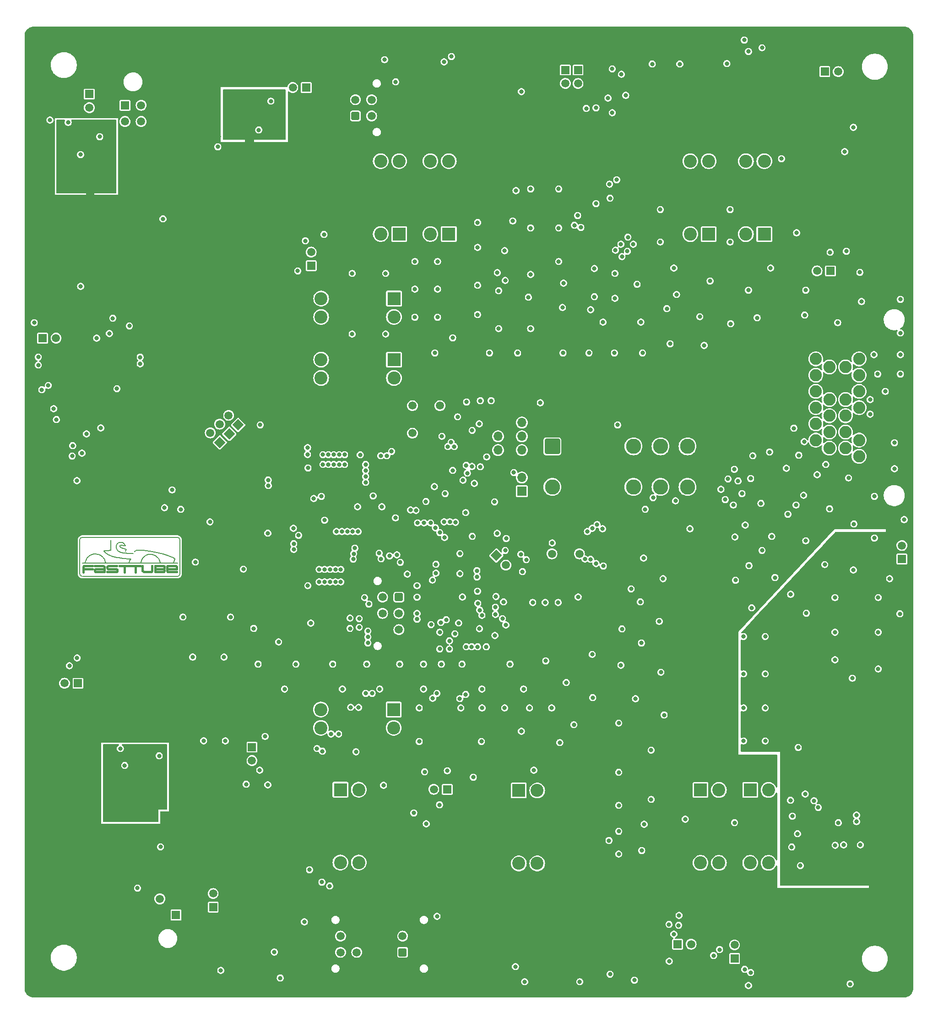
<source format=gbr>
%TF.GenerationSoftware,KiCad,Pcbnew,8.0.5*%
%TF.CreationDate,2025-02-06T19:37:53+01:00*%
%TF.ProjectId,FT25_PDU,46543235-5f50-4445-952e-6b696361645f,V1.2*%
%TF.SameCoordinates,Original*%
%TF.FileFunction,Copper,L3,Inr*%
%TF.FilePolarity,Positive*%
%FSLAX46Y46*%
G04 Gerber Fmt 4.6, Leading zero omitted, Abs format (unit mm)*
G04 Created by KiCad (PCBNEW 8.0.5) date 2025-02-06 19:37:53*
%MOMM*%
%LPD*%
G01*
G04 APERTURE LIST*
G04 Aperture macros list*
%AMRoundRect*
0 Rectangle with rounded corners*
0 $1 Rounding radius*
0 $2 $3 $4 $5 $6 $7 $8 $9 X,Y pos of 4 corners*
0 Add a 4 corners polygon primitive as box body*
4,1,4,$2,$3,$4,$5,$6,$7,$8,$9,$2,$3,0*
0 Add four circle primitives for the rounded corners*
1,1,$1+$1,$2,$3*
1,1,$1+$1,$4,$5*
1,1,$1+$1,$6,$7*
1,1,$1+$1,$8,$9*
0 Add four rect primitives between the rounded corners*
20,1,$1+$1,$2,$3,$4,$5,0*
20,1,$1+$1,$4,$5,$6,$7,0*
20,1,$1+$1,$6,$7,$8,$9,0*
20,1,$1+$1,$8,$9,$2,$3,0*%
%AMRotRect*
0 Rectangle, with rotation*
0 The origin of the aperture is its center*
0 $1 length*
0 $2 width*
0 $3 Rotation angle, in degrees counterclockwise*
0 Add horizontal line*
21,1,$1,$2,0,0,$3*%
G04 Aperture macros list end*
%TA.AperFunction,NonConductor*%
%ADD10C,0.400000*%
%TD*%
%TA.AperFunction,NonConductor*%
%ADD11C,0.200000*%
%TD*%
%TA.AperFunction,ComponentPad*%
%ADD12R,1.500000X1.500000*%
%TD*%
%TA.AperFunction,ComponentPad*%
%ADD13C,1.500000*%
%TD*%
%TA.AperFunction,ComponentPad*%
%ADD14C,5.600000*%
%TD*%
%TA.AperFunction,ComponentPad*%
%ADD15R,2.400000X2.400000*%
%TD*%
%TA.AperFunction,ComponentPad*%
%ADD16C,2.400000*%
%TD*%
%TA.AperFunction,ComponentPad*%
%ADD17RoundRect,0.250001X0.499999X-0.499999X0.499999X0.499999X-0.499999X0.499999X-0.499999X-0.499999X0*%
%TD*%
%TA.AperFunction,ComponentPad*%
%ADD18RotRect,1.500000X1.500000X135.000000*%
%TD*%
%TA.AperFunction,ComponentPad*%
%ADD19R,1.520000X1.520000*%
%TD*%
%TA.AperFunction,ComponentPad*%
%ADD20C,1.520000*%
%TD*%
%TA.AperFunction,ComponentPad*%
%ADD21C,2.250000*%
%TD*%
%TA.AperFunction,ComponentPad*%
%ADD22RotRect,1.500000X1.500000X315.000000*%
%TD*%
%TA.AperFunction,ComponentPad*%
%ADD23R,1.700000X1.700000*%
%TD*%
%TA.AperFunction,ComponentPad*%
%ADD24O,1.700000X1.700000*%
%TD*%
%TA.AperFunction,ComponentPad*%
%ADD25C,2.800000*%
%TD*%
%TA.AperFunction,ComponentPad*%
%ADD26RoundRect,0.250000X-1.150000X-1.150000X1.150000X-1.150000X1.150000X1.150000X-1.150000X1.150000X0*%
%TD*%
%TA.AperFunction,ComponentPad*%
%ADD27RoundRect,0.250001X-0.499999X0.499999X-0.499999X-0.499999X0.499999X-0.499999X0.499999X0.499999X0*%
%TD*%
%TA.AperFunction,ViaPad*%
%ADD28C,0.800000*%
%TD*%
G04 APERTURE END LIST*
D10*
X138200000Y-154690000D02*
X138070000Y-154510000D01*
D11*
X133830000Y-153250000D02*
X133910000Y-152980000D01*
X129710000Y-152450000D02*
X130120000Y-152510000D01*
X128230000Y-150850000D02*
X128220000Y-151020000D01*
X129350000Y-150820000D02*
X129430000Y-151000000D01*
X126920000Y-152500000D02*
X127040000Y-152690000D01*
X127130000Y-152850000D02*
X127190000Y-153000000D01*
X128160000Y-151070000D02*
X128060000Y-151100000D01*
X135440000Y-151220000D02*
X136000000Y-151310000D01*
X141056447Y-149103553D02*
X141060000Y-155400000D01*
X130020000Y-150460000D02*
X129980000Y-150360000D01*
X128120000Y-152020000D02*
X128460000Y-152150000D01*
X134250000Y-151070000D02*
X134800000Y-151130000D01*
X134020000Y-152740000D02*
X134200000Y-152490000D01*
X130120000Y-152510000D02*
X130530000Y-152560000D01*
X130530000Y-150710000D02*
X130260000Y-150620000D01*
D10*
X130760000Y-153930000D02*
X130760000Y-155120000D01*
X138170000Y-154350000D02*
X138190000Y-154210000D01*
D11*
X137250000Y-152870000D02*
X137330000Y-153060000D01*
D10*
X127560000Y-154110000D02*
X127560000Y-154290000D01*
X140410000Y-154490000D02*
X138740000Y-154490000D01*
D11*
X129980000Y-150360000D02*
X129970000Y-150240000D01*
X126960000Y-151240000D02*
X127080000Y-151350000D01*
X124230000Y-152140000D02*
X124420000Y-152020000D01*
X133900000Y-151040000D02*
X134250000Y-151070000D01*
X129540000Y-151130000D02*
X129720000Y-151250000D01*
D10*
X127660000Y-154000000D02*
X127560000Y-154110000D01*
D11*
X129280000Y-150220000D02*
X129250000Y-150410000D01*
X135910000Y-151840000D02*
X136110000Y-151890000D01*
X124870000Y-151820000D02*
X125120000Y-151770000D01*
D10*
X125530000Y-155050000D02*
X125380000Y-155000000D01*
D11*
X127860000Y-151890000D02*
X128120000Y-152020000D01*
X133910000Y-152980000D02*
X134020000Y-152740000D01*
X135230000Y-151860000D02*
X135450000Y-151820000D01*
X128460000Y-152150000D02*
X128710000Y-152230000D01*
X132630000Y-151340000D02*
X132830000Y-151180000D01*
D10*
X138790000Y-153970000D02*
X138880000Y-153940000D01*
D11*
X129280000Y-150600000D02*
X129350000Y-150820000D01*
X125560000Y-151750000D02*
X125740000Y-151780000D01*
X134200000Y-152490000D02*
X134380000Y-152290000D01*
X123660000Y-152900000D02*
X123780000Y-152670000D01*
D10*
X125320000Y-154590000D02*
X125470000Y-154500000D01*
D11*
X137160000Y-152680000D02*
X137250000Y-152870000D01*
D10*
X127070000Y-155050000D02*
X125530000Y-155050000D01*
D11*
X130030000Y-150120000D02*
X130160000Y-150100000D01*
X130470000Y-149650000D02*
X130250000Y-149590000D01*
X130260000Y-150620000D02*
X130120000Y-150550000D01*
X130120000Y-150550000D02*
X130020000Y-150460000D01*
X131800000Y-151670000D02*
X132160000Y-151680000D01*
X133820000Y-153400000D02*
X133830000Y-153250000D01*
X129360000Y-150020000D02*
X129280000Y-150220000D01*
X131810000Y-152880000D02*
X131730000Y-153060000D01*
X139810000Y-152440000D02*
X140030000Y-152600000D01*
D10*
X125380000Y-155000000D02*
X125270000Y-154880000D01*
D11*
X141056447Y-155396447D02*
G75*
G02*
X140556447Y-155896447I-500047J47D01*
G01*
X127080000Y-151350000D02*
X127300000Y-151550000D01*
D10*
X129460000Y-154930000D02*
X129320000Y-155050000D01*
D11*
X135450000Y-151820000D02*
X135700000Y-151820000D01*
D10*
X127070000Y-154140000D02*
X127070000Y-155050000D01*
X138120000Y-155000000D02*
X138200000Y-154880000D01*
D11*
X136760000Y-152220000D02*
X136930000Y-152390000D01*
X127100000Y-151140000D02*
X126980000Y-151170000D01*
X133530000Y-151030000D02*
X133900000Y-151040000D01*
X131730000Y-153060000D02*
X131670000Y-153220000D01*
X124420000Y-152020000D02*
X124620000Y-151920000D01*
X136930000Y-152390000D02*
X137040000Y-152510000D01*
X129470000Y-149850000D02*
X129360000Y-150020000D01*
D10*
X129320000Y-155050000D02*
X127580000Y-155050000D01*
D11*
X127040000Y-152690000D02*
X127130000Y-152850000D01*
X130240000Y-151450000D02*
X130630000Y-151540000D01*
X127300000Y-151550000D02*
X127470000Y-151680000D01*
D10*
X140410000Y-154070000D02*
X140410000Y-154490000D01*
X138710000Y-154060000D02*
X138790000Y-153970000D01*
X138160000Y-154040000D02*
X138030000Y-153930000D01*
X123450000Y-153950000D02*
X123290000Y-153970000D01*
X127780000Y-154490000D02*
X129250000Y-154490000D01*
D11*
X140130000Y-152700000D02*
X140070000Y-152900000D01*
D10*
X124870000Y-153940000D02*
X123450000Y-153950000D01*
X129870000Y-153930000D02*
X133730000Y-153930000D01*
X129380000Y-153930000D02*
X127860000Y-153930000D01*
D11*
X123010000Y-148650000D02*
X140560000Y-148650000D01*
D10*
X125470000Y-154500000D02*
X127060000Y-154500000D01*
D11*
X130780000Y-150200000D02*
X130970000Y-150210000D01*
X131320000Y-152630000D02*
X131700000Y-152660000D01*
X123550000Y-153250000D02*
X123600000Y-153060000D01*
X127470000Y-151680000D02*
X127650000Y-151780000D01*
D10*
X136440000Y-155060000D02*
X137990000Y-155060000D01*
X138200000Y-154880000D02*
X138200000Y-154690000D01*
D11*
X129430000Y-151000000D02*
X129540000Y-151130000D01*
D10*
X135830000Y-155000000D02*
X135920000Y-154880000D01*
D11*
X130970000Y-150210000D02*
X130920000Y-150090000D01*
X130020000Y-149580000D02*
X129810000Y-149630000D01*
X134380000Y-152290000D02*
X134630000Y-152110000D01*
X122990000Y-153430000D02*
X140590000Y-153430000D01*
X131670000Y-153220000D02*
X131620000Y-153390000D01*
X128710000Y-152230000D02*
X129070000Y-152320000D01*
D10*
X138940000Y-155050000D02*
X138800000Y-155000000D01*
D11*
X128240000Y-149210000D02*
X128230000Y-150850000D01*
D10*
X136440000Y-154495000D02*
X138070000Y-154490000D01*
D11*
X123600000Y-153060000D02*
X123660000Y-152900000D01*
X123530000Y-153430000D02*
X123550000Y-153250000D01*
X127570000Y-151130000D02*
X127320000Y-151130000D01*
X129250000Y-150410000D02*
X129280000Y-150600000D01*
X131410000Y-151640000D02*
X131800000Y-151670000D01*
X127650000Y-151780000D02*
X127860000Y-151890000D01*
D10*
X129430000Y-154580000D02*
X129480000Y-154750000D01*
X134230000Y-154980000D02*
X134340000Y-155050000D01*
X138070000Y-154510000D02*
X138170000Y-154350000D01*
D11*
X124050000Y-152310000D02*
X124230000Y-152140000D01*
X123890000Y-152500000D02*
X124050000Y-152310000D01*
X136000000Y-151310000D02*
X137130000Y-151560000D01*
D10*
X127860000Y-153930000D02*
X127660000Y-154000000D01*
X140470000Y-155050000D02*
X138940000Y-155050000D01*
D11*
X125120000Y-151770000D02*
X125340000Y-151740000D01*
X139360000Y-152230000D02*
X139810000Y-152440000D01*
D10*
X136440000Y-153930000D02*
X136440000Y-155060000D01*
D11*
X126780000Y-152340000D02*
X126920000Y-152500000D01*
X130920000Y-150090000D02*
X130820000Y-149930000D01*
D10*
X125320000Y-153950000D02*
X126830000Y-153950000D01*
D11*
X129810000Y-149630000D02*
X129630000Y-149710000D01*
X127320000Y-151130000D02*
X127100000Y-151140000D01*
X132160000Y-151680000D02*
X132430000Y-151680000D01*
D10*
X127560000Y-154290000D02*
X127670000Y-154460000D01*
D11*
X130930000Y-152600000D02*
X131320000Y-152630000D01*
X135700000Y-151820000D02*
X135910000Y-151840000D01*
X125740000Y-151780000D02*
X125950000Y-151820000D01*
X128060000Y-151100000D02*
X127830000Y-151120000D01*
X129970000Y-150240000D02*
X130030000Y-150120000D01*
D10*
X127000000Y-154000000D02*
X127070000Y-154140000D01*
X125260000Y-154730000D02*
X125320000Y-154590000D01*
D11*
X137870000Y-151740000D02*
X138670000Y-151980000D01*
D10*
X123290000Y-153970000D02*
X123200000Y-154070000D01*
D11*
X130530000Y-152560000D02*
X130930000Y-152600000D01*
X133000000Y-151090000D02*
X133150000Y-151040000D01*
X132830000Y-151180000D02*
X133000000Y-151090000D01*
D10*
X140350000Y-154000000D02*
X140410000Y-154070000D01*
D11*
X137040000Y-152510000D02*
X137160000Y-152680000D01*
D10*
X135920000Y-154880000D02*
X135920000Y-153920000D01*
D11*
X130930000Y-151240000D02*
X131110000Y-150880000D01*
X127830000Y-151120000D02*
X127570000Y-151130000D01*
D10*
X134140000Y-154860000D02*
X134230000Y-154980000D01*
D11*
X136340000Y-151970000D02*
X136560000Y-152090000D01*
D10*
X127670000Y-154460000D02*
X127780000Y-154490000D01*
X138190000Y-154210000D02*
X138160000Y-154040000D01*
D11*
X130980000Y-151590000D02*
X131410000Y-151640000D01*
X123060000Y-155900000D02*
X140560000Y-155900000D01*
X122510000Y-149150000D02*
X122513553Y-155396447D01*
X137330000Y-153060000D02*
X137410000Y-153380000D01*
X127230000Y-153150000D02*
X127290000Y-153410000D01*
X129630000Y-149710000D02*
X129470000Y-149850000D01*
D10*
X129250000Y-154490000D02*
X129430000Y-154580000D01*
D11*
X127190000Y-153000000D02*
X127230000Y-153150000D01*
X126110000Y-151880000D02*
X126240000Y-151940000D01*
X136110000Y-151890000D02*
X136340000Y-151970000D01*
X133320000Y-151030000D02*
X133530000Y-151030000D01*
X124620000Y-151920000D02*
X124870000Y-151820000D01*
X130820000Y-149930000D02*
X130640000Y-149760000D01*
X126980000Y-151170000D02*
X126960000Y-151240000D01*
D10*
X125270000Y-154880000D02*
X125260000Y-154730000D01*
D11*
X136560000Y-152090000D02*
X136760000Y-152220000D01*
X139940000Y-153200000D02*
X139840000Y-153370000D01*
D10*
X134140000Y-153930000D02*
X134140000Y-154860000D01*
D11*
X130640000Y-149760000D02*
X130470000Y-149650000D01*
X126440000Y-152050000D02*
X126600000Y-152170000D01*
X122510000Y-149150000D02*
G75*
G02*
X123010000Y-148650000I500000J0D01*
G01*
D10*
X138030000Y-153930000D02*
X136440000Y-153930000D01*
D11*
X123780000Y-152670000D02*
X123890000Y-152500000D01*
X129070000Y-152320000D02*
X129350000Y-152380000D01*
D10*
X140240000Y-153940000D02*
X140350000Y-154000000D01*
D11*
X125340000Y-151740000D02*
X125560000Y-151750000D01*
D10*
X123260000Y-154490000D02*
X124890000Y-154490000D01*
X138710000Y-154880000D02*
X138710000Y-154060000D01*
D11*
X140030000Y-152600000D02*
X140130000Y-152700000D01*
X134630000Y-152110000D02*
X134940000Y-151940000D01*
D10*
X135680000Y-155050000D02*
X135830000Y-155000000D01*
D11*
X129960000Y-151360000D02*
X130240000Y-151450000D01*
X133150000Y-151040000D02*
X133320000Y-151030000D01*
D10*
X132850000Y-153940000D02*
X132850000Y-155100000D01*
X138800000Y-155000000D02*
X138710000Y-154880000D01*
D11*
X129720000Y-151250000D02*
X129960000Y-151360000D01*
X128220000Y-151020000D02*
X128160000Y-151070000D01*
D10*
X129480000Y-154750000D02*
X129460000Y-154930000D01*
X134340000Y-155050000D02*
X135680000Y-155050000D01*
D11*
X129350000Y-152380000D02*
X129710000Y-152450000D01*
X126240000Y-151940000D02*
X126440000Y-152050000D01*
X131700000Y-152660000D02*
X131980000Y-152670000D01*
X123013553Y-155896447D02*
G75*
G02*
X122513553Y-155396447I47J500047D01*
G01*
X138670000Y-151980000D02*
X139360000Y-152230000D01*
X126600000Y-152170000D02*
X126780000Y-152340000D01*
D10*
X137990000Y-155060000D02*
X138120000Y-155000000D01*
D11*
X137130000Y-151560000D02*
X137870000Y-151740000D01*
X130250000Y-149590000D02*
X130020000Y-149580000D01*
D10*
X126830000Y-153950000D02*
X127000000Y-154000000D01*
X138880000Y-153940000D02*
X140240000Y-153940000D01*
D11*
X140070000Y-152900000D02*
X139940000Y-153200000D01*
X130630000Y-151540000D02*
X130980000Y-151590000D01*
X131980000Y-152670000D02*
X131810000Y-152880000D01*
X131110000Y-150880000D02*
X130530000Y-150710000D01*
X125950000Y-151820000D02*
X126110000Y-151880000D01*
X130160000Y-150100000D02*
X130780000Y-150200000D01*
X134940000Y-151940000D02*
X135230000Y-151860000D01*
X134800000Y-151130000D02*
X135440000Y-151220000D01*
D10*
X123180000Y-155160000D02*
X123180000Y-154170000D01*
D11*
X140556447Y-148653553D02*
G75*
G02*
X141056447Y-149153553I-47J-500047D01*
G01*
D12*
%TO.N,/MCU/IN1*%
%TO.C,TP2*%
X165320000Y-98460000D03*
D13*
X165320000Y-95960000D03*
%TD*%
D12*
%TO.N,/connectors/P_Out5*%
%TO.C,TP13*%
X147190001Y-216990000D03*
D13*
X147190001Y-214490000D03*
%TD*%
D12*
%TO.N,/connectors/P_Out9*%
%TO.C,TP14*%
X261380000Y-99440000D03*
D13*
X258880000Y-99440000D03*
%TD*%
D14*
%TO.N,GND*%
%TO.C,REF\u002A\u002A*%
X116410000Y-144080000D03*
%TD*%
D15*
%TO.N,+24V*%
%TO.C,H12*%
X180580000Y-180485000D03*
D16*
X180580000Y-183885000D03*
%TO.N,Net-(D39-A2)*%
X167110000Y-180485000D03*
X167110000Y-183885000D03*
%TD*%
D14*
%TO.N,GND*%
%TO.C,REF\u002A\u002A*%
X116410000Y-190080000D03*
%TD*%
D17*
%TO.N,/connectors/P_Out2*%
%TO.C,J5*%
X173505000Y-70795000D03*
D13*
%TO.N,/connectors/P_Out1*%
X173505000Y-67795000D03*
%TO.N,/connectors/P_Out2*%
X176505000Y-70795000D03*
%TO.N,/connectors/P_Out1*%
X176505000Y-67795000D03*
%TD*%
D12*
%TO.N,/MCU/IN6*%
%TO.C,TP12*%
X212339141Y-62292342D03*
D13*
X212339141Y-64792342D03*
%TD*%
%TO.N,EBS supply*%
%TO.C,K2*%
X189130000Y-124340000D03*
%TO.N,/EBSR/EBS power*%
X184050000Y-124340000D03*
%TO.N,GND*%
X191670000Y-129420000D03*
%TO.N,TSMS SDC*%
X184050000Y-129420000D03*
%TD*%
D18*
%TO.N,/MCU/IN12*%
%TO.C,TP17*%
X151820000Y-127900000D03*
D13*
X150052233Y-126132233D03*
%TD*%
D15*
%TO.N,/EBSR/EBS power*%
%TO.C,H15*%
X180629999Y-115825000D03*
D16*
X180629999Y-119225000D03*
%TO.N,Net-(D45-A2)*%
X167159999Y-115825000D03*
X167159999Y-119225000D03*
%TD*%
D12*
%TO.N,/MCU/IN7*%
%TO.C,TP4*%
X260299999Y-62600000D03*
D13*
X262799999Y-62600000D03*
%TD*%
D19*
%TO.N,/connectors/P_Out3*%
%TO.C,J9*%
X130879500Y-68825800D03*
D20*
%TO.N,/connectors/P_Out4*%
X133879500Y-68825800D03*
%TO.N,/connectors/P_Out3*%
X130879500Y-71825800D03*
%TO.N,/connectors/P_Out4*%
X133879500Y-71825800D03*
%TD*%
D15*
%TO.N,+24V*%
%TO.C,H5*%
X246515000Y-195350000D03*
D16*
X249915000Y-195350000D03*
%TO.N,Net-(D11-A2)*%
X246515000Y-208820000D03*
X249915000Y-208820000D03*
%TD*%
D19*
%TO.N,/connectors/P_Out10*%
%TO.C,J11*%
X140324000Y-218474200D03*
D20*
%TO.N,GND*%
X137324000Y-218474200D03*
X140324000Y-215474200D03*
%TO.N,/connectors/P_Out5*%
X137324000Y-215474200D03*
%TD*%
D14*
%TO.N,GND*%
%TO.C,REF\u002A\u002A*%
X159210000Y-144080000D03*
%TD*%
D12*
%TO.N,/MCU/IN8*%
%TO.C,TP5*%
X190500000Y-195230000D03*
D13*
X188000000Y-195230000D03*
%TD*%
D21*
%TO.N,GND*%
%TO.C,J10*%
X258650000Y-133700000D03*
%TO.N,+24V*%
X258650000Y-130700000D03*
%TO.N,/connectors/P_Out11*%
X258650000Y-127700000D03*
%TO.N,24V ASMS*%
X258650000Y-124700000D03*
%TO.N,EBS supply*%
X258650000Y-121700000D03*
%TO.N,TSMS SDC*%
X258650000Y-118700000D03*
%TO.N,+24V*%
X258650000Y-115700000D03*
%TO.N,stdCAN_L*%
X261150000Y-132200000D03*
%TO.N,FDCAN_H*%
X261150000Y-129200000D03*
%TO.N,FDCAN_L*%
X261150000Y-126200000D03*
%TO.N,stdCAN_H*%
X261150000Y-123200000D03*
%TO.N,GND*%
X261150000Y-120200000D03*
%TO.N,AS actuator supply*%
X261150000Y-117200000D03*
%TO.N,/connectors/P_Out7*%
X264150000Y-132200000D03*
%TO.N,unconnected-(J10-Pin_15-Pad15)*%
X264150000Y-129200000D03*
%TO.N,/RBR/SDC bypass*%
X264150000Y-126200000D03*
%TO.N,unconnected-(J10-Pin_17-Pad17)*%
X264150000Y-123200000D03*
%TO.N,GND*%
X264150000Y-120200000D03*
%TO.N,/connectors/P_Out8*%
X264150000Y-117200000D03*
%TO.N,+24V*%
X266650000Y-133700000D03*
%TO.N,/connectors/P_Out6*%
X266650000Y-130700000D03*
%TO.N,GND*%
X266650000Y-127700000D03*
%TO.N,/RBR/SDC bypass*%
X266650000Y-124700000D03*
%TO.N,/RBR/RES*%
X266650000Y-121700000D03*
%TO.N,/connectors/P_Out9*%
X266650000Y-118700000D03*
%TO.N,+24V*%
X266650000Y-115700000D03*
%TD*%
D15*
%TO.N,+24V*%
%TO.C,H14*%
X190775001Y-92620000D03*
D16*
X187375001Y-92620000D03*
%TO.N,Net-(D59-A2)*%
X190775001Y-79150000D03*
X187375001Y-79150000D03*
%TD*%
D22*
%TO.N,+3V3*%
%TO.C,TP11*%
X199560553Y-152033274D03*
D13*
X201328320Y-153801041D03*
%TD*%
D15*
%TO.N,+24V*%
%TO.C,H7*%
X238835000Y-92630000D03*
D16*
X235435000Y-92630000D03*
%TO.N,Net-(D19-A2)*%
X238835000Y-79160000D03*
X235435000Y-79160000D03*
%TD*%
D23*
%TO.N,GND*%
%TO.C,J2*%
X199865000Y-127465000D03*
D24*
%TO.N,/MCU/UART_RX*%
X199865000Y-130005000D03*
%TO.N,/MCU/UART_TX*%
X199865000Y-132545000D03*
%TD*%
D14*
%TO.N,GND*%
%TO.C,REF\u002A\u002A*%
X116410000Y-98080000D03*
%TD*%
D12*
%TO.N,/MCU/IN3*%
%TO.C,TP6*%
X154370000Y-187430000D03*
D13*
X154370000Y-189930000D03*
%TD*%
D15*
%TO.N,+24V*%
%TO.C,H6*%
X181585000Y-92620000D03*
D16*
X178185000Y-92620000D03*
%TO.N,Net-(D15-A2)*%
X181585000Y-79150000D03*
X178185000Y-79150000D03*
%TD*%
D13*
%TO.N,Net-(D56-K)*%
%TO.C,U11*%
X214940000Y-151720000D03*
%TO.N,GND*%
X212400000Y-151720000D03*
%TO.N,+3V3*%
X209860000Y-151720000D03*
%TD*%
D12*
%TO.N,/MCU/IN2*%
%TO.C,TP7*%
X115640000Y-111860000D03*
D13*
X118140000Y-111860000D03*
%TD*%
D17*
%TO.N,/connectors/P_Out10*%
%TO.C,J3*%
X182234201Y-225361500D03*
D13*
X182234201Y-222361500D03*
%TO.N,GND*%
X185234201Y-225361500D03*
X185234201Y-222361500D03*
%TD*%
D12*
%TO.N,/connectors/P_Out3*%
%TO.C,TP19*%
X124290000Y-66770000D03*
D13*
X124290000Y-69270000D03*
%TD*%
D25*
%TO.N,24V ASMS*%
%TO.C,K1*%
X229929411Y-131855000D03*
%TO.N,unconnected-(K1-Pad12)*%
X224929411Y-131855000D03*
%TO.N,AS actuator supply*%
X234929411Y-131855000D03*
%TO.N,/RBR/RES*%
X229929411Y-139355000D03*
%TO.N,/RBR/SDC bypass*%
X224929411Y-139355000D03*
%TO.N,unconnected-(K1-Pad24)*%
X234929411Y-139355000D03*
D26*
%TO.N,Net-(K1-PadA1)*%
X209929411Y-131855000D03*
D25*
%TO.N,24V ASMS*%
X209929411Y-139355000D03*
%TD*%
D15*
%TO.N,+24V*%
%TO.C,H11*%
X180630000Y-104545000D03*
D16*
X180630000Y-107945000D03*
%TO.N,Net-(D35-A2)*%
X167160000Y-104545000D03*
X167160000Y-107945000D03*
%TD*%
D12*
%TO.N,/MCU/IN10*%
%TO.C,TP3*%
X214665218Y-62297470D03*
D13*
X214665218Y-64797470D03*
%TD*%
D14*
%TO.N,GND*%
%TO.C,REF\u002A\u002A*%
X159210000Y-98080000D03*
%TD*%
D15*
%TO.N,AS actuator supply*%
%TO.C,H13*%
X237325000Y-195350000D03*
D16*
X240725000Y-195350000D03*
%TO.N,Net-(D51-A2)*%
X237325000Y-208820000D03*
X240725000Y-208820000D03*
%TD*%
D12*
%TO.N,/MCU/IN5*%
%TO.C,TP10*%
X233090000Y-223860000D03*
D13*
X235590000Y-223860000D03*
%TD*%
D18*
%TO.N,/MCU/IN13*%
%TO.C,TP16*%
X148426274Y-131129361D03*
D13*
X146658507Y-129361594D03*
%TD*%
D27*
%TO.N,stdCAN_L*%
%TO.C,J7*%
X181535000Y-159725000D03*
D13*
%TO.N,FDCAN_L*%
X181535000Y-162725000D03*
%TO.N,/connectors/P_Out11*%
X181535000Y-165725000D03*
%TO.N,stdCAN_H*%
X178535000Y-159725000D03*
%TO.N,FDCAN_H*%
X178535000Y-162725000D03*
%TO.N,GND*%
X178535000Y-165725000D03*
%TD*%
D14*
%TO.N,GND*%
%TO.C,REF\u002A\u002A*%
X159210000Y-190080000D03*
%TD*%
D18*
%TO.N,/MCU/IN11*%
%TO.C,TP15*%
X150167696Y-129529361D03*
D13*
X148399929Y-127761594D03*
%TD*%
D12*
%TO.N,/connectors/P_Out6*%
%TO.C,TP9*%
X274570000Y-152680000D03*
D13*
X274570000Y-150180000D03*
%TD*%
D15*
%TO.N,+24V*%
%TO.C,H9*%
X203725000Y-195450000D03*
D16*
X207125000Y-195450000D03*
%TO.N,Net-(D27-A2)*%
X203725000Y-208920000D03*
X207125000Y-208920000D03*
%TD*%
D15*
%TO.N,+24V*%
%TO.C,H10*%
X170725000Y-195300000D03*
D16*
X174125000Y-195300000D03*
%TO.N,Net-(D31-A2)*%
X170725000Y-208770000D03*
X174125000Y-208770000D03*
%TD*%
D27*
%TO.N,GND*%
%TO.C,J1*%
X173750000Y-222364200D03*
D13*
%TO.N,/connectors/P_Out13*%
X173750000Y-225364200D03*
%TO.N,/connectors/P_Out14*%
X170750000Y-222364200D03*
%TO.N,/connectors/P_Out12*%
X170750000Y-225364200D03*
%TD*%
D23*
%TO.N,+3V3*%
%TO.C,J4*%
X204285000Y-140165000D03*
D24*
%TO.N,/MCU/SWCLK*%
X204285000Y-137625000D03*
%TO.N,GND*%
X204285000Y-135085000D03*
%TO.N,/MCU/SWDIO*%
X204285000Y-132545000D03*
%TO.N,/MCU/NRST*%
X204285000Y-130005000D03*
%TO.N,/MCU/SWO*%
X204285000Y-127465000D03*
%TD*%
D12*
%TO.N,/MCU/IN9*%
%TO.C,TP8*%
X122200000Y-175640000D03*
D13*
X119700000Y-175640000D03*
%TD*%
D12*
%TO.N,/MCU/IN4*%
%TO.C,TP1*%
X243620000Y-226500000D03*
D13*
X243620000Y-224000000D03*
%TD*%
D12*
%TO.N,/connectors/P_Out1*%
%TO.C,TP18*%
X164420000Y-65550000D03*
D13*
X161920000Y-65550000D03*
%TD*%
D15*
%TO.N,+24V*%
%TO.C,H8*%
X249125000Y-92630000D03*
D16*
X245725000Y-92630000D03*
%TO.N,Net-(D23-A2)*%
X249125000Y-79160000D03*
X245725000Y-79160000D03*
%TD*%
D28*
%TO.N,+3V3*%
X211000000Y-160700000D03*
X208600000Y-160700000D03*
X206300000Y-160700000D03*
X199500000Y-159600000D03*
X200900000Y-160600000D03*
X192600000Y-164500000D03*
X191900000Y-166500000D03*
X190900000Y-167800000D03*
X189300000Y-164400000D03*
X187500000Y-164800000D03*
X189100000Y-166200000D03*
X193400000Y-138100000D03*
%TO.N,/MCU/PC_EN*%
X190100000Y-140600000D03*
%TO.N,GND*%
X188797500Y-137702500D03*
X188499994Y-133200000D03*
%TO.N,/MCU/DSEL1*%
X183700000Y-143600000D03*
%TO.N,GND*%
X156200000Y-56750000D03*
X140700000Y-76700000D03*
X272700000Y-55500000D03*
X113500000Y-164900000D03*
X126300000Y-57200000D03*
X157550000Y-56750000D03*
X197100000Y-233200000D03*
X128300000Y-54800000D03*
X162700000Y-56750000D03*
X202070000Y-141100000D03*
X265900000Y-82700000D03*
X148500000Y-233200000D03*
X142000000Y-189000000D03*
X113500000Y-162200000D03*
X130070000Y-106520000D03*
X239000000Y-54800000D03*
X232150001Y-60800000D03*
X126595000Y-114185000D03*
X113500000Y-116300000D03*
X133298000Y-139970000D03*
X229300000Y-153800000D03*
X113500000Y-194600000D03*
X148200000Y-74600000D03*
X114700000Y-63800000D03*
X164700000Y-55500000D03*
X256500000Y-233200000D03*
X146500000Y-158700000D03*
X275100000Y-165500000D03*
X198930009Y-83630009D03*
X198981636Y-58948364D03*
X217400000Y-54800000D03*
X270150000Y-90373218D03*
X120300000Y-100000000D03*
X268450000Y-83226782D03*
X235100000Y-128600000D03*
X153900000Y-233200000D03*
X228200000Y-232500000D03*
X158600000Y-221350000D03*
X171500000Y-54800000D03*
X251100000Y-233200000D03*
X261900000Y-55500000D03*
X174200000Y-54800000D03*
X152590000Y-83790000D03*
X226800000Y-233200000D03*
X113400000Y-59800000D03*
X218798012Y-88898004D03*
X154200000Y-74100000D03*
X113500000Y-135200000D03*
X199800000Y-233200000D03*
X147200000Y-232500000D03*
X170100000Y-233200000D03*
X162340000Y-227320000D03*
X113500000Y-127100000D03*
X266000000Y-54800000D03*
X230900000Y-232500000D03*
X121500000Y-55500000D03*
X252800000Y-166800000D03*
X112800000Y-112200001D03*
X167400000Y-55500000D03*
X112800000Y-171599999D03*
X269299999Y-90900000D03*
X112800000Y-177000000D03*
X218700000Y-55500000D03*
X135000000Y-55500000D03*
X266000000Y-232500000D03*
X114800000Y-232500000D03*
X275100000Y-176700000D03*
X159350000Y-220500000D03*
X112800000Y-128399999D03*
X121020000Y-187060000D03*
X113500000Y-216200000D03*
X251500000Y-169400000D03*
X194400000Y-55500000D03*
X217427008Y-226775000D03*
X179600000Y-54800000D03*
X112800000Y-212100000D03*
X112800000Y-187800000D03*
X128580000Y-194790000D03*
X212000000Y-232500000D03*
X244450000Y-220530000D03*
X125020000Y-190060000D03*
X274100000Y-232500000D03*
X260600000Y-232500000D03*
X257900000Y-232500000D03*
X135000000Y-233200000D03*
X124500000Y-81800000D03*
X271850000Y-83226782D03*
X162950000Y-188250000D03*
X151402000Y-229980000D03*
X252800000Y-173300000D03*
X156600000Y-233200000D03*
X113500000Y-202700000D03*
X183500000Y-206170000D03*
X207900000Y-55500000D03*
X228200000Y-54800000D03*
X113400000Y-62500000D03*
X126300000Y-62500000D03*
X137690000Y-114580000D03*
X191700000Y-55500000D03*
X117500000Y-232500000D03*
X125020000Y-193060000D03*
X234900000Y-233200000D03*
X176900000Y-54800000D03*
X272700000Y-82700000D03*
X198500000Y-232500000D03*
X172800000Y-233200000D03*
X186625001Y-67910000D03*
X271800000Y-176700000D03*
X196400000Y-138000000D03*
X267600000Y-90900000D03*
X163400000Y-232500000D03*
X273550000Y-90373218D03*
X255200000Y-54800000D03*
X192450000Y-70165001D03*
X183520000Y-201650000D03*
X126900000Y-55500000D03*
X112800000Y-131100000D03*
X125600000Y-232500000D03*
X120300000Y-98700000D03*
X125000000Y-58500000D03*
X120200000Y-232500000D03*
X275100000Y-169400000D03*
X187700000Y-232500000D03*
X120300000Y-97300000D03*
X251500000Y-164200000D03*
X205200000Y-55500000D03*
X134400001Y-101079999D03*
X218700000Y-233200000D03*
X272699999Y-90900000D03*
X119820000Y-82610000D03*
X143100000Y-233200000D03*
X112800000Y-182400000D03*
X242440000Y-57040000D03*
X275100000Y-170700000D03*
X272900000Y-176700000D03*
X209300000Y-232500000D03*
X209300000Y-54800000D03*
X217270000Y-75120000D03*
X274400000Y-85600000D03*
X274926782Y-89850000D03*
X194000000Y-130100000D03*
X270700000Y-176700000D03*
X112800000Y-117600000D03*
X112800000Y-193200000D03*
X120200000Y-54800000D03*
X185600000Y-132000000D03*
X121020000Y-190060000D03*
X230900000Y-54800000D03*
X244400000Y-54800000D03*
X275100000Y-166800000D03*
X156030000Y-150040000D03*
X203900000Y-54800000D03*
X113500000Y-102800000D03*
X164700000Y-233200000D03*
X164650000Y-59200000D03*
X229540000Y-68670000D03*
X177200000Y-137760000D03*
X123900000Y-134000000D03*
X180473008Y-59923008D03*
X113500000Y-173000000D03*
X140700000Y-71700000D03*
X117000000Y-85900000D03*
X163950000Y-56750000D03*
X168800000Y-54800000D03*
X156600000Y-55500000D03*
X236300000Y-232500000D03*
X113400000Y-58500000D03*
X112800000Y-231000000D03*
X125000000Y-62500000D03*
X185171992Y-155668008D03*
X229600000Y-145900000D03*
X167870000Y-80280000D03*
X253800000Y-233200000D03*
X113500000Y-221600000D03*
X239000000Y-232500000D03*
X116950000Y-127809998D03*
X131000000Y-232500000D03*
X113500000Y-175700000D03*
X142000000Y-192000000D03*
X133700000Y-232500000D03*
X252800000Y-164200000D03*
X151800000Y-140000000D03*
X130400000Y-81200000D03*
X113500000Y-121700000D03*
X116100000Y-233200000D03*
X140700000Y-72700000D03*
X212000000Y-54800000D03*
X274400000Y-83899999D03*
X121600000Y-96000000D03*
X167400000Y-233200000D03*
X112800000Y-158100000D03*
X183600000Y-55500000D03*
X126300000Y-58500000D03*
X240270000Y-63100000D03*
X234852089Y-199006073D03*
X148500000Y-55500000D03*
X142000000Y-195000000D03*
X237600000Y-55500000D03*
X113500000Y-218900000D03*
X271400000Y-54800000D03*
X140700000Y-78700000D03*
X135710000Y-129090000D03*
X229500000Y-55500000D03*
X178200000Y-55500000D03*
X113500000Y-156800000D03*
X241590000Y-216010000D03*
X191700000Y-233200000D03*
X247100000Y-54800000D03*
X251500000Y-172000000D03*
X113500000Y-229700000D03*
X202500000Y-233200000D03*
X189000000Y-233200000D03*
X196900000Y-147200000D03*
X113500000Y-200000000D03*
X149900000Y-232500000D03*
X139100000Y-232500000D03*
X112800000Y-125700000D03*
X140700000Y-75700000D03*
X122900000Y-232500000D03*
X112800000Y-168900000D03*
X112800000Y-150000000D03*
X113500000Y-205400000D03*
X272700000Y-233200000D03*
X178200000Y-233200000D03*
X113500000Y-186500000D03*
X191600000Y-114800000D03*
X260240000Y-200890000D03*
X121600000Y-98700000D03*
X125000000Y-63800000D03*
X166100000Y-54800000D03*
X130010000Y-177380000D03*
X251500000Y-173300000D03*
X216000000Y-55500000D03*
X240800000Y-227800000D03*
X232238147Y-227775000D03*
X267300000Y-233200000D03*
X266750000Y-90373218D03*
X128300000Y-232500000D03*
X137700000Y-233200000D03*
X112800000Y-139200000D03*
X147700000Y-132700000D03*
X170100000Y-55500000D03*
X158900000Y-56750000D03*
X124200000Y-233200000D03*
X130209425Y-128709479D03*
X126500000Y-130900000D03*
X123020000Y-187060000D03*
X271800000Y-175700000D03*
X112800000Y-174300000D03*
X193100000Y-232500000D03*
X179900000Y-210800000D03*
X257800000Y-208564999D03*
X154200000Y-72700000D03*
X175500000Y-233200000D03*
X114700000Y-62500000D03*
X264600000Y-233200000D03*
X113500000Y-140600000D03*
X220100000Y-54800000D03*
X113500000Y-227000000D03*
X204430000Y-149675000D03*
X140000000Y-189000000D03*
X263300000Y-232500000D03*
X181400000Y-135721507D03*
X113500000Y-154100000D03*
X140700000Y-74700000D03*
X139100000Y-54800000D03*
X274400000Y-90900000D03*
X141800000Y-232500000D03*
X251500000Y-166800000D03*
X201379994Y-139000000D03*
X168750000Y-90690000D03*
X158000000Y-232500000D03*
X182700000Y-64300000D03*
X164010000Y-195260000D03*
X123800000Y-141300000D03*
X192025000Y-133155564D03*
X151200000Y-55500000D03*
X113500000Y-137900000D03*
X153255000Y-143865000D03*
X267082501Y-69210000D03*
X121600000Y-100000000D03*
X124500000Y-83300000D03*
X244400000Y-232500000D03*
X143100000Y-55500000D03*
X154425000Y-143860000D03*
X155300000Y-54800000D03*
X186300000Y-55500000D03*
X140000000Y-192000000D03*
X112800000Y-104100000D03*
X140700000Y-77700000D03*
X244490000Y-216660000D03*
X113500000Y-197300000D03*
X259200000Y-55500000D03*
X158990000Y-154700000D03*
X112800000Y-136499999D03*
X112800000Y-133800000D03*
X112800000Y-206699999D03*
X221400000Y-233200000D03*
X274000000Y-175700000D03*
X267300000Y-55500000D03*
X274400000Y-89000000D03*
X267600000Y-82700000D03*
X140700000Y-80700000D03*
X268700000Y-54800000D03*
X125096643Y-176415000D03*
X113500000Y-132500000D03*
X144500000Y-54800000D03*
X158000000Y-54800000D03*
X112800000Y-109500000D03*
X217400000Y-232500000D03*
X251500000Y-170700000D03*
X131540000Y-163930000D03*
X184700000Y-137700000D03*
X275100000Y-173300000D03*
X268450000Y-90373218D03*
X221400000Y-55500000D03*
X112800000Y-204000000D03*
X198500000Y-54800000D03*
X124740000Y-108780000D03*
X112800000Y-141900000D03*
X131540000Y-160600000D03*
X275100000Y-172000000D03*
X245700000Y-233200000D03*
X112800000Y-225600001D03*
X176900000Y-232500000D03*
X148960000Y-193750000D03*
X135350000Y-194860000D03*
X274100000Y-54800000D03*
X163400000Y-54800000D03*
X252800000Y-172000000D03*
X214590000Y-126320000D03*
X146800000Y-197100000D03*
X275100000Y-164200000D03*
X195170000Y-196200000D03*
X252800000Y-169400000D03*
X160700000Y-54800000D03*
X121020000Y-193060000D03*
X252050000Y-86400000D03*
X180900000Y-233200000D03*
X233600000Y-232500000D03*
X205200000Y-233200000D03*
X126300000Y-61100000D03*
X113500000Y-167600000D03*
X112800000Y-185100000D03*
X212000000Y-168600000D03*
X275100000Y-174600000D03*
X195800000Y-232500000D03*
X113500000Y-159500000D03*
X160220000Y-219510000D03*
X270150000Y-83226782D03*
X113500000Y-224300000D03*
X112800000Y-120300001D03*
X179087574Y-149787575D03*
X231775000Y-217920000D03*
X206840000Y-230230000D03*
X212900000Y-155475000D03*
X236300000Y-54800000D03*
X214700000Y-232500000D03*
X112800000Y-155400001D03*
X203900000Y-232500000D03*
X112800000Y-166200000D03*
X265899999Y-90900000D03*
X271400000Y-232500000D03*
X112800000Y-123000000D03*
X215500000Y-128000000D03*
X243000000Y-55500000D03*
X113500000Y-181100000D03*
X242075015Y-222124985D03*
X140700000Y-83700000D03*
X121500000Y-233200000D03*
X174200000Y-232500000D03*
X269300000Y-82700000D03*
X199800000Y-55500000D03*
X232200000Y-55500000D03*
X201200000Y-54800000D03*
X126900000Y-233200000D03*
X172800000Y-55500000D03*
X116950000Y-135830000D03*
X131000000Y-54800000D03*
X185000000Y-232500000D03*
X132300000Y-55500000D03*
X171500000Y-232500000D03*
X113500000Y-110900000D03*
X254600000Y-198200000D03*
X225500000Y-54800000D03*
X197100000Y-55500000D03*
X140700000Y-73700000D03*
X275100000Y-168100000D03*
X247207740Y-59194900D03*
X210600000Y-233200000D03*
X249800000Y-232500000D03*
X274000000Y-176700000D03*
X248400000Y-233200000D03*
X113500000Y-170300000D03*
X167600000Y-124500000D03*
X129600000Y-55500000D03*
X123020000Y-190060000D03*
X144500000Y-232500000D03*
X241700000Y-232500000D03*
X214700000Y-54800000D03*
X112800000Y-228300000D03*
X193100000Y-54800000D03*
X251500000Y-165500000D03*
X112800000Y-147300000D03*
X194400004Y-57000000D03*
X258864644Y-208564999D03*
X255200000Y-232500000D03*
X185000000Y-54800000D03*
X252800000Y-168100000D03*
X263300000Y-216500000D03*
X140400000Y-233200000D03*
X178245000Y-136795000D03*
X241700000Y-54800000D03*
X224200000Y-127600000D03*
X121600000Y-97300000D03*
X113500000Y-113600000D03*
X149900000Y-54800000D03*
X224100000Y-233200000D03*
X240300000Y-233200000D03*
X113500000Y-148700000D03*
X201200000Y-232500000D03*
X148400000Y-99900000D03*
X249000000Y-75400000D03*
X213300000Y-233200000D03*
X190400000Y-232500000D03*
X140400000Y-55500000D03*
X125020000Y-187060000D03*
X144000000Y-195000000D03*
X271850000Y-90373218D03*
X125000000Y-59800000D03*
X175500000Y-55500000D03*
X202500000Y-55500000D03*
X144240000Y-96300000D03*
X240300000Y-55500000D03*
X113500000Y-124400000D03*
X251100000Y-55500000D03*
X113500000Y-208100000D03*
X268700000Y-232500000D03*
X125600000Y-54800000D03*
X116100000Y-55500000D03*
X182550000Y-134690000D03*
X226800000Y-55500000D03*
X243400000Y-65100000D03*
X125000000Y-57200000D03*
X274926782Y-88150000D03*
X112800000Y-222900000D03*
X114700000Y-58500000D03*
X252500000Y-232500000D03*
X270000000Y-55500000D03*
X113500000Y-183800000D03*
X213300000Y-55500000D03*
X220100000Y-232500000D03*
X235970000Y-69880000D03*
X124200000Y-55500000D03*
X270000000Y-233200000D03*
X199550000Y-202990000D03*
X129600000Y-233200000D03*
X247100000Y-232500000D03*
X129100000Y-224500000D03*
X224100000Y-55500000D03*
X145248008Y-149151992D03*
X253800000Y-55500000D03*
X144000000Y-189000000D03*
X252800000Y-174600000D03*
X140700000Y-81700000D03*
X160200000Y-56750000D03*
X256500000Y-55500000D03*
X113500000Y-213500000D03*
X144000000Y-192000000D03*
X217140000Y-70970000D03*
X155300000Y-232500000D03*
X261900000Y-233200000D03*
X120300000Y-96000000D03*
X112800000Y-114900000D03*
X114700000Y-57200000D03*
X129286643Y-176385057D03*
X117500000Y-54800000D03*
X233600000Y-54800000D03*
X137700000Y-55500000D03*
X222800000Y-232500000D03*
X147200000Y-54800000D03*
X271000000Y-82700000D03*
X142900000Y-143900000D03*
X222800000Y-54800000D03*
X251500000Y-174600000D03*
X274926782Y-86450000D03*
X260700000Y-66800000D03*
X226460000Y-207680000D03*
X133700000Y-54800000D03*
X248400000Y-55500000D03*
X210600000Y-55500000D03*
X252800000Y-165500000D03*
X234900000Y-55500000D03*
X112800000Y-220200000D03*
X122900000Y-54800000D03*
X123020000Y-193060000D03*
X273550000Y-83226782D03*
X112800000Y-152700000D03*
X140700000Y-79700000D03*
X113400000Y-63800000D03*
X168800000Y-232500000D03*
X211890000Y-68700000D03*
X113500000Y-178400000D03*
X185500000Y-141700000D03*
X271000000Y-90900000D03*
X232200000Y-233200000D03*
X272900000Y-175700000D03*
X195800000Y-54800000D03*
X182300000Y-232500000D03*
X112800000Y-214799999D03*
X166975000Y-198520000D03*
X274926782Y-84750000D03*
X161500000Y-56750000D03*
X112800000Y-106800000D03*
X136400000Y-232500000D03*
X259200000Y-233200000D03*
X136400000Y-54800000D03*
X243000000Y-233200000D03*
X207900000Y-233200000D03*
X237600000Y-233200000D03*
X275100000Y-175700000D03*
X221190000Y-149810000D03*
X157895000Y-66595000D03*
X222170599Y-154075000D03*
X219100000Y-195200000D03*
X260600000Y-54800000D03*
X118800000Y-233200000D03*
X216000000Y-233200000D03*
X266750000Y-83226782D03*
X151600000Y-68300000D03*
X132300000Y-233200000D03*
X113500000Y-151400000D03*
X189000000Y-55500000D03*
X126210000Y-73180000D03*
X251500000Y-168100000D03*
X113400000Y-61100000D03*
X132600000Y-198700000D03*
X206600000Y-54800000D03*
X137410000Y-194860000D03*
X126300000Y-59800000D03*
X190400000Y-54800000D03*
X180900000Y-55500000D03*
X263300000Y-54800000D03*
X140000000Y-195000000D03*
X125000000Y-61100000D03*
X274400000Y-87299999D03*
X252800000Y-170700000D03*
X113500000Y-119000000D03*
X112800000Y-195900000D03*
X161120000Y-218550000D03*
X229500000Y-233200000D03*
X126300000Y-63800000D03*
X112800000Y-163500001D03*
X225500000Y-232500000D03*
X145800000Y-233200000D03*
X152600000Y-232500000D03*
X179600000Y-232500000D03*
X197600000Y-132070000D03*
X112800000Y-198600001D03*
X162000000Y-233200000D03*
X166100000Y-232500000D03*
X229706522Y-226989502D03*
X162000000Y-55500000D03*
X112800000Y-160800000D03*
X257900000Y-54800000D03*
X133430000Y-199400000D03*
X152600000Y-54800000D03*
X247030000Y-62725000D03*
X193560000Y-220630000D03*
X159300000Y-233200000D03*
X114700000Y-59800000D03*
X152615045Y-153286262D03*
X249800000Y-54800000D03*
X159300000Y-55500000D03*
X112800000Y-179699999D03*
X201240000Y-70840000D03*
X145800000Y-55500000D03*
X164650000Y-57900000D03*
X114700000Y-61100000D03*
X182300000Y-54800000D03*
X186300000Y-233200000D03*
X113500000Y-210800000D03*
X252050000Y-87800000D03*
X121096643Y-164655057D03*
X114800000Y-54800000D03*
X141750000Y-91230000D03*
X206600000Y-232500000D03*
X199570000Y-199410000D03*
X183600000Y-233200000D03*
X112800000Y-209400000D03*
X160700000Y-232500000D03*
X270700000Y-175700000D03*
X112800000Y-217500000D03*
X153900000Y-55500000D03*
X136350000Y-194860000D03*
X194400000Y-233200000D03*
X274400000Y-82700000D03*
X252500000Y-54800000D03*
X223800000Y-217600000D03*
X113500000Y-129800000D03*
X118800000Y-55500000D03*
X264600000Y-55500000D03*
X140470000Y-130070000D03*
X125100000Y-140000000D03*
X131520000Y-162470000D03*
X187700000Y-54800000D03*
X151200000Y-233200000D03*
X245700000Y-55500000D03*
X139330000Y-90060000D03*
X112800000Y-201300000D03*
X200540000Y-146910000D03*
X154900000Y-56750000D03*
X113400000Y-57200000D03*
X141800000Y-54800000D03*
X151800000Y-199000000D03*
X128310000Y-75640000D03*
%TO.N,+3V3*%
X157865000Y-68065000D03*
X233500000Y-61200000D03*
X171500000Y-135200000D03*
X175400000Y-137400000D03*
X169500000Y-133400000D03*
X207700000Y-123800000D03*
X195100000Y-128900000D03*
X165250000Y-164525000D03*
X164699992Y-157600000D03*
X190600000Y-131900000D03*
X204100000Y-151800000D03*
X196100000Y-168900012D03*
X199750000Y-99750000D03*
X175800000Y-168200000D03*
X166800000Y-156900000D03*
X201200000Y-151100000D03*
X204200000Y-66300000D03*
X191200000Y-131100000D03*
X155805000Y-191700000D03*
X128640000Y-108180000D03*
X167800000Y-154600000D03*
X186200000Y-146000000D03*
X187400000Y-146000000D03*
X232400000Y-222000000D03*
X191800000Y-131900000D03*
X196400000Y-127700000D03*
X167500000Y-135200000D03*
X201199997Y-101199997D03*
X220225000Y-67500000D03*
X175800000Y-167100000D03*
X197700000Y-168900000D03*
X133700000Y-115375000D03*
X122026642Y-170965056D03*
X169500000Y-135200000D03*
X168800000Y-156900000D03*
X175400000Y-136300000D03*
X188300000Y-146900000D03*
X171500000Y-133400000D03*
X174000000Y-147600000D03*
X170000000Y-147600000D03*
X175800000Y-166000000D03*
X190000000Y-148700000D03*
X246200000Y-58900000D03*
X164640000Y-133350000D03*
X126210000Y-74640000D03*
X168500000Y-135200000D03*
X185000000Y-146000000D03*
X194000000Y-168900000D03*
X169800000Y-154600000D03*
X170500000Y-133400000D03*
X225100008Y-230500000D03*
X187739097Y-156575000D03*
X169800000Y-156900000D03*
X165025000Y-210100000D03*
X164730000Y-135850000D03*
X171000000Y-147600000D03*
X245500000Y-228500000D03*
X145438624Y-186269996D03*
X188400000Y-153650000D03*
X166800000Y-154600000D03*
X168500000Y-133400000D03*
X189100000Y-147800000D03*
X170800000Y-156900000D03*
X175400000Y-138500000D03*
X223500000Y-67000000D03*
X130035000Y-187700000D03*
X191500000Y-136300000D03*
X164660000Y-132100000D03*
X248700000Y-58200000D03*
X170500000Y-135200000D03*
X204400000Y-155000000D03*
X167500000Y-133400000D03*
X170800000Y-154600000D03*
X175400000Y-135200000D03*
X195000000Y-168900000D03*
X172000000Y-147600000D03*
X164250000Y-93870000D03*
X189060000Y-198100000D03*
X149450000Y-186282143D03*
X194062314Y-123660425D03*
X167800000Y-156900000D03*
X193900000Y-144100000D03*
X188399998Y-155300000D03*
X205100000Y-152800000D03*
X202800000Y-136700000D03*
X173000000Y-147600000D03*
X168800000Y-154600000D03*
%TO.N,stdCAN_H*%
X196133795Y-160866207D03*
X216989289Y-152725000D03*
X232700000Y-141925000D03*
X217300000Y-147000000D03*
X199400000Y-162900000D03*
X247000008Y-133600000D03*
X184900000Y-157600000D03*
%TO.N,/MCU/Vref*%
X157300000Y-147900000D03*
X152780000Y-154550000D03*
%TO.N,stdCAN_L*%
X193300000Y-159700000D03*
X243600000Y-136100000D03*
X215942925Y-152674563D03*
X216400000Y-147600000D03*
X228550378Y-141349621D03*
X199400000Y-161600000D03*
X184900000Y-159725000D03*
%TO.N,/MCU/NRST*%
X195050000Y-135577024D03*
X188100000Y-139300000D03*
X196600000Y-135633794D03*
X193990000Y-135364382D03*
%TO.N,/powerstages/IS4*%
X246600000Y-229100000D03*
X204800000Y-230800000D03*
%TO.N,/connectors/P_Out1*%
X162830000Y-99440000D03*
%TO.N,/powerstages/IS1*%
X178900000Y-60400000D03*
X167700000Y-92700000D03*
%TO.N,/powerstages/IS10*%
X221000000Y-70200000D03*
X221000000Y-62100000D03*
%TO.N,/connectors/P_Out8*%
X237200000Y-107900000D03*
X191260000Y-59820000D03*
X232900000Y-103800000D03*
X231100000Y-106400000D03*
X202600000Y-90200000D03*
X205900000Y-100100000D03*
X211100000Y-97700000D03*
X217700000Y-104200000D03*
X205900000Y-84300000D03*
X242900000Y-109200000D03*
X221500000Y-104500000D03*
X211100000Y-91500000D03*
X203200000Y-84600000D03*
X217700000Y-99000000D03*
X205900000Y-91500000D03*
X211100000Y-84300000D03*
X247800000Y-108100000D03*
X225600000Y-101900000D03*
X221500000Y-99900000D03*
X201100000Y-95700000D03*
X212000000Y-101700000D03*
%TO.N,/powerstages/IS8*%
X186600000Y-201600000D03*
X159600000Y-230100000D03*
%TO.N,/powerstages/IS3*%
X148600000Y-228700000D03*
X153301992Y-194298008D03*
%TO.N,/powerstages/IS2*%
X155900000Y-127900000D03*
X131700000Y-109600000D03*
%TO.N,/connectors/P_Out9*%
X267100000Y-105100000D03*
X274300000Y-104700000D03*
X274300000Y-110900000D03*
X266800000Y-99700000D03*
X261300000Y-96000000D03*
X269400000Y-114900000D03*
X270100000Y-118500000D03*
X274300000Y-118500000D03*
X255100000Y-92400000D03*
X274300000Y-114900000D03*
%TO.N,/powerstages/IS9*%
X120600000Y-172400000D03*
X139600000Y-139900000D03*
%TO.N,Net-(IC9-SW)*%
X256690000Y-196100000D03*
X255400002Y-187499995D03*
%TO.N,Net-(D43-K)*%
X253979994Y-197260000D03*
X258320002Y-197355000D03*
%TO.N,Net-(IC9-PFM{slash}SYNC)*%
X262820000Y-201410000D03*
X254325000Y-200207326D03*
%TO.N,Net-(C53-Pad2)*%
X266900000Y-205500000D03*
X263800000Y-205500000D03*
%TO.N,/connectors/P_Out5*%
X133200000Y-213500002D03*
X130830000Y-190830000D03*
%TO.N,/powerstages/IS5*%
X231500000Y-220200000D03*
X215000000Y-230800000D03*
%TO.N,/connectors/P_Out6*%
X273200000Y-136000000D03*
X262200000Y-159800000D03*
X273200000Y-131200000D03*
X265600000Y-154700000D03*
X275000000Y-145400000D03*
X262200000Y-171300000D03*
X272300000Y-156300000D03*
X262200000Y-166200000D03*
X270200000Y-159800000D03*
X270200000Y-166200000D03*
X254200000Y-205900000D03*
X270200000Y-173000000D03*
X269500000Y-148800000D03*
X269500000Y-141100000D03*
%TO.N,/connectors/P_Out3*%
X120380000Y-72000000D03*
X117010000Y-71560000D03*
X122670000Y-77940000D03*
X122690000Y-102300000D03*
%TO.N,Net-(D63-K)*%
X137210000Y-189045000D03*
X137460000Y-205870000D03*
%TO.N,/connectors/P_Out7*%
X243800000Y-156600000D03*
X258900000Y-137100000D03*
X256400000Y-140900000D03*
X228200000Y-197100000D03*
X222200000Y-183000000D03*
X248700000Y-151100000D03*
X246300000Y-153900000D03*
X230600000Y-181500000D03*
X250500000Y-148500000D03*
X255000000Y-142700000D03*
X222200000Y-203000000D03*
X230000000Y-173600000D03*
X222200000Y-207200000D03*
X253500000Y-144400000D03*
X222200000Y-198200000D03*
X222200000Y-192100000D03*
X226900000Y-201700000D03*
X225300000Y-178500000D03*
X220400000Y-204700000D03*
X260500000Y-135200000D03*
X228200000Y-188000000D03*
%TO.N,/MCU/SWDIO*%
X199250000Y-142110000D03*
X199726447Y-147940495D03*
%TO.N,Net-(D14-A)*%
X265000000Y-231200000D03*
X246200000Y-231500000D03*
%TO.N,Net-(D38-A)*%
X114100000Y-109000000D03*
X137910000Y-89820000D03*
%TO.N,Net-(D44-A)*%
X274200000Y-162800000D03*
X256899996Y-162700000D03*
%TO.N,/powerstages/IS11*%
X125650000Y-111860000D03*
X115500000Y-121400000D03*
%TO.N,/connectors/P_Out12*%
X121109733Y-133655785D03*
X126410000Y-128460000D03*
%TO.N,Net-(D65-A)*%
X252300000Y-78700000D03*
X264000000Y-77400000D03*
%TO.N,Net-(D66-A)*%
X265600000Y-72900000D03*
X264299998Y-95800000D03*
%TO.N,/connectors/P_Out11*%
X159300000Y-168000000D03*
X141600000Y-163400000D03*
X154700000Y-165500000D03*
X208700000Y-171500000D03*
X150400000Y-163400000D03*
X202100000Y-172100000D03*
X149200000Y-170800000D03*
X243400000Y-142700000D03*
X204600000Y-176700000D03*
X171100000Y-176700000D03*
X254600000Y-128500000D03*
X186100000Y-172100000D03*
X143400000Y-170800000D03*
X189400000Y-172100000D03*
X155500000Y-172100000D03*
X217300000Y-170300000D03*
X162500000Y-172100000D03*
X226200000Y-160600000D03*
X230400000Y-156300000D03*
X222800000Y-165600000D03*
X245000000Y-140600000D03*
X186100000Y-176700000D03*
X246600000Y-137800000D03*
X196900000Y-176700000D03*
X175600000Y-172100000D03*
X212500000Y-175500000D03*
X181700000Y-172100000D03*
X160400000Y-176700000D03*
X169300000Y-172100000D03*
X250100000Y-132900000D03*
X193225000Y-172100000D03*
X178000000Y-176700000D03*
%TO.N,/connectors/P_Out10*%
X188600000Y-218700000D03*
%TO.N,+24V*%
X211800000Y-106200000D03*
X226400000Y-168200000D03*
X186300000Y-192000000D03*
X178700000Y-194500000D03*
X221400000Y-114600000D03*
X232400000Y-98900000D03*
X226300000Y-108900000D03*
X248500000Y-142400000D03*
X196800000Y-186400000D03*
X184500000Y-108000000D03*
X196925000Y-180200000D03*
X261200000Y-143400000D03*
X245300000Y-167000000D03*
X249300000Y-173900000D03*
X200000000Y-103100000D03*
X254000000Y-159200000D03*
X219300000Y-108900000D03*
X195300000Y-193000000D03*
X184300000Y-199600000D03*
X196100000Y-95100000D03*
X265700000Y-146200000D03*
X229900000Y-88100000D03*
X213900000Y-183300000D03*
X209800000Y-180200000D03*
X191500000Y-111800000D03*
X205900000Y-110100000D03*
X200000000Y-110100000D03*
X253200000Y-135900000D03*
X172900000Y-99900000D03*
X196100000Y-90500000D03*
X268700000Y-123200000D03*
X179100000Y-111100000D03*
X206500000Y-191700000D03*
X211300000Y-186600000D03*
X238000000Y-113200000D03*
X173600000Y-188300000D03*
X246200000Y-103000000D03*
X185300000Y-180200000D03*
X184500000Y-97700000D03*
X198300000Y-114600000D03*
X255500000Y-133500000D03*
X184500000Y-102800000D03*
X172900000Y-111100000D03*
X188700000Y-108000000D03*
X246800000Y-161700000D03*
X242800000Y-88100000D03*
X188700000Y-97700000D03*
X244266563Y-138250000D03*
X205500000Y-104300000D03*
X239100000Y-101300000D03*
X217000000Y-106600000D03*
X188700000Y-102800000D03*
X217400000Y-178300000D03*
X250300000Y-98900000D03*
X196100000Y-102100000D03*
X226600000Y-114600000D03*
X193000000Y-180200000D03*
X251100000Y-156100000D03*
X201100000Y-180200000D03*
X211900000Y-114600000D03*
X216700000Y-114600000D03*
X229700000Y-164200000D03*
X256600000Y-107600000D03*
X249300000Y-186300000D03*
X264700000Y-137700000D03*
X222600000Y-172300000D03*
X262700000Y-109000000D03*
X205700000Y-180200000D03*
X249300000Y-180200000D03*
X231700000Y-112900000D03*
X204200000Y-184500000D03*
X260300000Y-153700000D03*
X256800000Y-103000000D03*
X243700000Y-148600000D03*
X242800000Y-94100000D03*
X245300000Y-186300000D03*
X268700000Y-125900000D03*
X249300000Y-167000000D03*
X179100000Y-99900000D03*
X245300000Y-173900000D03*
X245300000Y-180200000D03*
X256800000Y-149300000D03*
X229900000Y-94100000D03*
X256500000Y-131000000D03*
X203500000Y-114600000D03*
X245600000Y-146400000D03*
X196100000Y-107500000D03*
X185300000Y-186400000D03*
%TO.N,Net-(IC9-PG{slash}SYNCOUT)*%
X255264720Y-203443899D03*
X266180000Y-200010000D03*
%TO.N,Net-(IC9-LO)*%
X259110000Y-198600000D03*
X265400000Y-174700000D03*
%TO.N,Net-(IC9-FB)*%
X262240000Y-205570000D03*
X255800000Y-209340000D03*
X266200000Y-201200000D03*
%TO.N,/MCU/SWO*%
X197780000Y-133810000D03*
%TO.N,FDCAN_H*%
X219200000Y-147075000D03*
X201326447Y-164859505D03*
X235375000Y-147075000D03*
X241901041Y-141700000D03*
X196899966Y-163092769D03*
X184900000Y-163800000D03*
X219340589Y-153966688D03*
%TO.N,FDCAN_L*%
X227100000Y-143490250D03*
X184900000Y-162725000D03*
X200700008Y-163700000D03*
X196500000Y-162121928D03*
X241100000Y-139800000D03*
X218200000Y-146300000D03*
X218000000Y-153500000D03*
%TO.N,/RBR/SDC bypass*%
X242425000Y-137881802D03*
X222000000Y-127899960D03*
%TO.N,24V ASMS*%
X209900000Y-149700000D03*
X224500000Y-158200000D03*
%TO.N,Net-(Q5-G)*%
X233360000Y-218530000D03*
X226460000Y-206550000D03*
%TO.N,Net-(U2-PA0)*%
X195967991Y-154832009D03*
X192817991Y-151682009D03*
X214700000Y-159700000D03*
X176780000Y-141010000D03*
%TO.N,Net-(U2-BOOT0)*%
X195500000Y-138700000D03*
X194201992Y-136801992D03*
%TO.N,Net-(U2-PC0)*%
X226800000Y-152500000D03*
X201400014Y-148900000D03*
X186551992Y-142048008D03*
X195112500Y-148487500D03*
%TO.N,Net-(U2-PA11)*%
X162999999Y-148299999D03*
X143900000Y-153240000D03*
%TO.N,Net-(U2-PA12)*%
X146600000Y-145800000D03*
X162039380Y-146994046D03*
%TO.N,/MCU/ISENSE1*%
X180950000Y-64500000D03*
X174400000Y-133425000D03*
%TO.N,/MCU/ISENSE3*%
X158500000Y-225300000D03*
X175399996Y-177500000D03*
X166400000Y-187700000D03*
X172500010Y-165500000D03*
X167300000Y-212400000D03*
X177900000Y-151600000D03*
X169000000Y-185000000D03*
X172630000Y-180080042D03*
X172500000Y-163600002D03*
X164060000Y-219720000D03*
%TO.N,/MCU/ISENSE4*%
X179800000Y-152100000D03*
X203100000Y-228000000D03*
X187800000Y-178400000D03*
X175200000Y-159800000D03*
X192800000Y-178475000D03*
X189100000Y-169300000D03*
%TO.N,/MCU/ISENSE5*%
X190900000Y-169300000D03*
X188575000Y-177500000D03*
X193900000Y-177700000D03*
X181168421Y-151900000D03*
X220600000Y-229400000D03*
X176000000Y-161000000D03*
%TO.N,/MCU/ISENSE6*%
X178200000Y-133600000D03*
X189900000Y-60800000D03*
%TO.N,/MCU/ISENSE7*%
X220500000Y-83399996D03*
X214599998Y-89200002D03*
X180200000Y-132800000D03*
X242201992Y-61125000D03*
%TO.N,/MCU/ISENSE8*%
X168746017Y-213092734D03*
X170399993Y-185000007D03*
X178251992Y-152651992D03*
X167400000Y-188200000D03*
X176600000Y-177500000D03*
X174200000Y-165300000D03*
X174098008Y-180098008D03*
X174200000Y-163700000D03*
%TO.N,/MCU/ISENSE9*%
X162100000Y-149849997D03*
X141200000Y-143500000D03*
%TO.N,/MCU/ISENSE10*%
X228400000Y-61200000D03*
X179300000Y-133600000D03*
%TO.N,/MCU/IN4*%
X243620000Y-201400000D03*
X196000000Y-156000000D03*
%TO.N,/MCU/IN1*%
X190961292Y-145792265D03*
X188200000Y-114600000D03*
%TO.N,/MCU/IN10*%
X218000000Y-87000000D03*
X196600000Y-123425000D03*
X218000000Y-69300000D03*
X214000000Y-91000000D03*
%TO.N,/MCU/IN7*%
X215200000Y-91400000D03*
X198600000Y-123425000D03*
X245425000Y-56774999D03*
X220600000Y-86000000D03*
%TO.N,/MCU/IN8*%
X190500002Y-191800000D03*
X196450000Y-165550000D03*
%TO.N,/MCU/IN3*%
X157300000Y-194400000D03*
X156800000Y-185450000D03*
X190300000Y-163900000D03*
%TO.N,/MCU/IN2*%
X189911324Y-145800714D03*
X128000000Y-111000000D03*
%TO.N,/MCU/IN9*%
X183096519Y-155468306D03*
%TO.N,/MCU/IN11*%
X173178100Y-151701287D03*
X129400000Y-121200000D03*
%TO.N,/MCU/IN12*%
X133700000Y-116600000D03*
X173400000Y-150675000D03*
%TO.N,/MCU/IN13*%
X114850000Y-116835000D03*
X173100000Y-152700000D03*
%TO.N,/MCU/PC_Read*%
X181800000Y-153300000D03*
X196079810Y-158620190D03*
X234500000Y-200750000D03*
X192829810Y-155370190D03*
%TO.N,/MCU/PC_EN*%
X233278008Y-220361992D03*
%TO.N,/MCU/IN5*%
X240850000Y-224850000D03*
X239750000Y-225950000D03*
X231550000Y-227000000D03*
X199301990Y-166798006D03*
%TO.N,/MCU/IN6*%
X189500000Y-130000004D03*
X216200000Y-69400000D03*
X192400000Y-126400000D03*
X192007326Y-145883469D03*
%TO.N,/MCU/DSEL0*%
X167800000Y-145500000D03*
X118200000Y-126900000D03*
X114850000Y-115365000D03*
X184700000Y-143700000D03*
X157400000Y-139100000D03*
X165800000Y-141500000D03*
X180900000Y-145064290D03*
X116700000Y-120600008D03*
%TO.N,/MCU/DSEL1*%
X178400000Y-143025000D03*
X173900000Y-143025000D03*
X167200000Y-141100000D03*
X157374997Y-138074989D03*
X117700000Y-124900000D03*
%TO.N,/MCU/ISENSE11*%
X162100000Y-150900000D03*
X138200000Y-143200000D03*
%TO.N,/connectors/P_Out14*%
X122000006Y-138200000D03*
%TO.N,/connectors/P_Out13*%
X123770000Y-129560000D03*
X122925000Y-133107169D03*
X121220000Y-131730000D03*
%TO.N,Net-(D74-K)*%
X155620000Y-73390000D03*
X148060000Y-76510000D03*
%TO.N,/RBR/RES*%
X221600000Y-95600000D03*
X222600000Y-94500000D03*
X223800000Y-95800000D03*
X271500000Y-121699968D03*
X222700008Y-63100000D03*
X222800000Y-96800000D03*
X223901000Y-93200000D03*
X224900000Y-94500000D03*
X221820000Y-82600000D03*
%TD*%
%TA.AperFunction,Conductor*%
%TO.N,GND*%
G36*
X129723465Y-186919685D02*
G01*
X129769220Y-186972489D01*
X129779164Y-187041647D01*
X129750139Y-187105203D01*
X129714052Y-187133796D01*
X129662762Y-187160714D01*
X129544516Y-187265471D01*
X129454781Y-187395475D01*
X129454780Y-187395476D01*
X129398762Y-187543181D01*
X129379722Y-187699999D01*
X129379722Y-187700000D01*
X129398762Y-187856818D01*
X129451349Y-187995476D01*
X129454780Y-188004523D01*
X129544517Y-188134530D01*
X129662760Y-188239283D01*
X129662762Y-188239284D01*
X129802634Y-188312696D01*
X129956014Y-188350500D01*
X129956015Y-188350500D01*
X130113985Y-188350500D01*
X130267365Y-188312696D01*
X130333969Y-188277739D01*
X130407240Y-188239283D01*
X130525483Y-188134530D01*
X130615220Y-188004523D01*
X130671237Y-187856818D01*
X130690278Y-187700000D01*
X130688737Y-187687304D01*
X130671237Y-187543181D01*
X130639961Y-187460715D01*
X130615220Y-187395477D01*
X130525483Y-187265470D01*
X130407240Y-187160717D01*
X130407237Y-187160714D01*
X130355948Y-187133796D01*
X130305735Y-187085211D01*
X130289761Y-187017192D01*
X130313096Y-186951335D01*
X130368333Y-186908548D01*
X130413574Y-186900000D01*
X138576000Y-186900000D01*
X138643039Y-186919685D01*
X138688794Y-186972489D01*
X138700000Y-187024000D01*
X138700000Y-198876000D01*
X138680315Y-198943039D01*
X138627511Y-198988794D01*
X138576000Y-199000000D01*
X137100000Y-199000000D01*
X137100000Y-201176000D01*
X137080315Y-201243039D01*
X137027511Y-201288794D01*
X136976000Y-201300000D01*
X126924000Y-201300000D01*
X126856961Y-201280315D01*
X126811206Y-201227511D01*
X126800000Y-201176000D01*
X126800000Y-190829999D01*
X130174722Y-190829999D01*
X130174722Y-190830000D01*
X130193762Y-190986818D01*
X130217535Y-191049500D01*
X130249780Y-191134523D01*
X130339517Y-191264530D01*
X130457760Y-191369283D01*
X130457762Y-191369284D01*
X130597634Y-191442696D01*
X130751014Y-191480500D01*
X130751015Y-191480500D01*
X130908985Y-191480500D01*
X131062365Y-191442696D01*
X131202240Y-191369283D01*
X131320483Y-191264530D01*
X131410220Y-191134523D01*
X131466237Y-190986818D01*
X131485278Y-190830000D01*
X131477497Y-190765913D01*
X131466237Y-190673181D01*
X131444992Y-190617164D01*
X131410220Y-190525477D01*
X131320483Y-190395470D01*
X131202240Y-190290717D01*
X131202238Y-190290716D01*
X131202237Y-190290715D01*
X131062365Y-190217303D01*
X130908986Y-190179500D01*
X130908985Y-190179500D01*
X130751015Y-190179500D01*
X130751014Y-190179500D01*
X130597634Y-190217303D01*
X130457762Y-190290715D01*
X130339516Y-190395471D01*
X130249781Y-190525475D01*
X130249780Y-190525476D01*
X130193762Y-190673181D01*
X130174722Y-190829999D01*
X126800000Y-190829999D01*
X126800000Y-189044999D01*
X136554722Y-189044999D01*
X136554722Y-189045000D01*
X136573762Y-189201818D01*
X136629780Y-189349523D01*
X136719517Y-189479530D01*
X136837760Y-189584283D01*
X136837762Y-189584284D01*
X136977634Y-189657696D01*
X137131014Y-189695500D01*
X137131015Y-189695500D01*
X137288985Y-189695500D01*
X137442365Y-189657696D01*
X137582240Y-189584283D01*
X137700483Y-189479530D01*
X137790220Y-189349523D01*
X137846237Y-189201818D01*
X137865278Y-189045000D01*
X137853012Y-188943975D01*
X137846237Y-188888181D01*
X137824992Y-188832164D01*
X137790220Y-188740477D01*
X137700483Y-188610470D01*
X137582240Y-188505717D01*
X137582238Y-188505716D01*
X137582237Y-188505715D01*
X137442365Y-188432303D01*
X137288986Y-188394500D01*
X137288985Y-188394500D01*
X137131015Y-188394500D01*
X137131014Y-188394500D01*
X136977634Y-188432303D01*
X136837762Y-188505715D01*
X136719516Y-188610471D01*
X136629781Y-188740475D01*
X136629780Y-188740476D01*
X136573762Y-188888181D01*
X136554722Y-189044999D01*
X126800000Y-189044999D01*
X126800000Y-187024000D01*
X126819685Y-186956961D01*
X126872489Y-186911206D01*
X126924000Y-186900000D01*
X129656426Y-186900000D01*
X129723465Y-186919685D01*
G37*
%TD.AperFunction*%
%TA.AperFunction,Conductor*%
G36*
X275004418Y-54300816D02*
G01*
X275233020Y-54317165D01*
X275250529Y-54319683D01*
X275470144Y-54367458D01*
X275487103Y-54372437D01*
X275697694Y-54450983D01*
X275713777Y-54458327D01*
X275911036Y-54566040D01*
X275925919Y-54575605D01*
X276105836Y-54710289D01*
X276119207Y-54721875D01*
X276278124Y-54880792D01*
X276289710Y-54894163D01*
X276424394Y-55074080D01*
X276433959Y-55088963D01*
X276541669Y-55286217D01*
X276549019Y-55302311D01*
X276627559Y-55512887D01*
X276632543Y-55529862D01*
X276680316Y-55749470D01*
X276682834Y-55766982D01*
X276699184Y-55995581D01*
X276699500Y-56004427D01*
X276699500Y-231995572D01*
X276699184Y-232004418D01*
X276682834Y-232233017D01*
X276680316Y-232250529D01*
X276632543Y-232470137D01*
X276627559Y-232487112D01*
X276549019Y-232697688D01*
X276541669Y-232713782D01*
X276433959Y-232911036D01*
X276424394Y-232925919D01*
X276289710Y-233105836D01*
X276278124Y-233119207D01*
X276119207Y-233278124D01*
X276105836Y-233289710D01*
X275925919Y-233424394D01*
X275911036Y-233433959D01*
X275713782Y-233541669D01*
X275697688Y-233549019D01*
X275487112Y-233627559D01*
X275470137Y-233632543D01*
X275250529Y-233680316D01*
X275233017Y-233682834D01*
X275004418Y-233699184D01*
X274995572Y-233699500D01*
X114004428Y-233699500D01*
X113995582Y-233699184D01*
X113766982Y-233682834D01*
X113749470Y-233680316D01*
X113529862Y-233632543D01*
X113512887Y-233627559D01*
X113302311Y-233549019D01*
X113286217Y-233541669D01*
X113088963Y-233433959D01*
X113074080Y-233424394D01*
X112894163Y-233289710D01*
X112880792Y-233278124D01*
X112721875Y-233119207D01*
X112710289Y-233105836D01*
X112575605Y-232925919D01*
X112566040Y-232911036D01*
X112458330Y-232713782D01*
X112450983Y-232697694D01*
X112372437Y-232487103D01*
X112367458Y-232470144D01*
X112319683Y-232250529D01*
X112317165Y-232233017D01*
X112303309Y-232039283D01*
X112300816Y-232004418D01*
X112300500Y-231995572D01*
X112300500Y-231499999D01*
X245544722Y-231499999D01*
X245544722Y-231500000D01*
X245563762Y-231656818D01*
X245595038Y-231739284D01*
X245619780Y-231804523D01*
X245709517Y-231934530D01*
X245827760Y-232039283D01*
X245827762Y-232039284D01*
X245967634Y-232112696D01*
X246121014Y-232150500D01*
X246121015Y-232150500D01*
X246278985Y-232150500D01*
X246432365Y-232112696D01*
X246572240Y-232039283D01*
X246690483Y-231934530D01*
X246780220Y-231804523D01*
X246836237Y-231656818D01*
X246855278Y-231500000D01*
X246844678Y-231412696D01*
X246836237Y-231343181D01*
X246814992Y-231287164D01*
X246781935Y-231199999D01*
X264344722Y-231199999D01*
X264344722Y-231200000D01*
X264363762Y-231356818D01*
X264418064Y-231499999D01*
X264419780Y-231504523D01*
X264509517Y-231634530D01*
X264627760Y-231739283D01*
X264627762Y-231739284D01*
X264767634Y-231812696D01*
X264921014Y-231850500D01*
X264921015Y-231850500D01*
X265078985Y-231850500D01*
X265232365Y-231812696D01*
X265247937Y-231804523D01*
X265372240Y-231739283D01*
X265490483Y-231634530D01*
X265580220Y-231504523D01*
X265636237Y-231356818D01*
X265655278Y-231200000D01*
X265644678Y-231112696D01*
X265636237Y-231043181D01*
X265604961Y-230960715D01*
X265580220Y-230895477D01*
X265490483Y-230765470D01*
X265372240Y-230660717D01*
X265372238Y-230660716D01*
X265372237Y-230660715D01*
X265232365Y-230587303D01*
X265078986Y-230549500D01*
X265078985Y-230549500D01*
X264921015Y-230549500D01*
X264921014Y-230549500D01*
X264767634Y-230587303D01*
X264627762Y-230660715D01*
X264509516Y-230765471D01*
X264419781Y-230895475D01*
X264419780Y-230895476D01*
X264363762Y-231043181D01*
X264344722Y-231199999D01*
X246781935Y-231199999D01*
X246780220Y-231195477D01*
X246690483Y-231065470D01*
X246572240Y-230960717D01*
X246572238Y-230960716D01*
X246572237Y-230960715D01*
X246432365Y-230887303D01*
X246278986Y-230849500D01*
X246278985Y-230849500D01*
X246121015Y-230849500D01*
X246121014Y-230849500D01*
X245967634Y-230887303D01*
X245827762Y-230960715D01*
X245709516Y-231065471D01*
X245619781Y-231195475D01*
X245619780Y-231195476D01*
X245563762Y-231343181D01*
X245544722Y-231499999D01*
X112300500Y-231499999D01*
X112300500Y-230799999D01*
X204144722Y-230799999D01*
X204144722Y-230800000D01*
X204163762Y-230956818D01*
X204219780Y-231104523D01*
X204309517Y-231234530D01*
X204427760Y-231339283D01*
X204427762Y-231339284D01*
X204567634Y-231412696D01*
X204721014Y-231450500D01*
X204721015Y-231450500D01*
X204878985Y-231450500D01*
X205032365Y-231412696D01*
X205172240Y-231339283D01*
X205290483Y-231234530D01*
X205380220Y-231104523D01*
X205436237Y-230956818D01*
X205455278Y-230800000D01*
X205455278Y-230799999D01*
X214344722Y-230799999D01*
X214344722Y-230800000D01*
X214363762Y-230956818D01*
X214419780Y-231104523D01*
X214509517Y-231234530D01*
X214627760Y-231339283D01*
X214627762Y-231339284D01*
X214767634Y-231412696D01*
X214921014Y-231450500D01*
X214921015Y-231450500D01*
X215078985Y-231450500D01*
X215232365Y-231412696D01*
X215372240Y-231339283D01*
X215490483Y-231234530D01*
X215580220Y-231104523D01*
X215636237Y-230956818D01*
X215655278Y-230800000D01*
X215651086Y-230765471D01*
X215636237Y-230643181D01*
X215600708Y-230549500D01*
X215581935Y-230499999D01*
X224444730Y-230499999D01*
X224444730Y-230500000D01*
X224463770Y-230656818D01*
X224518072Y-230799999D01*
X224519788Y-230804523D01*
X224609525Y-230934530D01*
X224727768Y-231039283D01*
X224727770Y-231039284D01*
X224867642Y-231112696D01*
X225021022Y-231150500D01*
X225021023Y-231150500D01*
X225178993Y-231150500D01*
X225332373Y-231112696D01*
X225347945Y-231104523D01*
X225472248Y-231039283D01*
X225590491Y-230934530D01*
X225680228Y-230804523D01*
X225736245Y-230656818D01*
X225755286Y-230500000D01*
X225736245Y-230343182D01*
X225680228Y-230195477D01*
X225590491Y-230065470D01*
X225472248Y-229960717D01*
X225472246Y-229960716D01*
X225472245Y-229960715D01*
X225332373Y-229887303D01*
X225178994Y-229849500D01*
X225178993Y-229849500D01*
X225021023Y-229849500D01*
X225021022Y-229849500D01*
X224867642Y-229887303D01*
X224727770Y-229960715D01*
X224609524Y-230065471D01*
X224519789Y-230195475D01*
X224519788Y-230195476D01*
X224463770Y-230343181D01*
X224444730Y-230499999D01*
X215581935Y-230499999D01*
X215580220Y-230495477D01*
X215490483Y-230365470D01*
X215372240Y-230260717D01*
X215372238Y-230260716D01*
X215372237Y-230260715D01*
X215232365Y-230187303D01*
X215078986Y-230149500D01*
X215078985Y-230149500D01*
X214921015Y-230149500D01*
X214921014Y-230149500D01*
X214767634Y-230187303D01*
X214627762Y-230260715D01*
X214509516Y-230365471D01*
X214419781Y-230495475D01*
X214419780Y-230495476D01*
X214363762Y-230643181D01*
X214344722Y-230799999D01*
X205455278Y-230799999D01*
X205451086Y-230765471D01*
X205436237Y-230643181D01*
X205400708Y-230549500D01*
X205380220Y-230495477D01*
X205290483Y-230365470D01*
X205172240Y-230260717D01*
X205172238Y-230260716D01*
X205172237Y-230260715D01*
X205032365Y-230187303D01*
X204878986Y-230149500D01*
X204878985Y-230149500D01*
X204721015Y-230149500D01*
X204721014Y-230149500D01*
X204567634Y-230187303D01*
X204427762Y-230260715D01*
X204309516Y-230365471D01*
X204219781Y-230495475D01*
X204219780Y-230495476D01*
X204163762Y-230643181D01*
X204144722Y-230799999D01*
X112300500Y-230799999D01*
X112300500Y-230099999D01*
X158944722Y-230099999D01*
X158944722Y-230100000D01*
X158963762Y-230256818D01*
X159019780Y-230404523D01*
X159109517Y-230534530D01*
X159227760Y-230639283D01*
X159227762Y-230639284D01*
X159367634Y-230712696D01*
X159521014Y-230750500D01*
X159521015Y-230750500D01*
X159678985Y-230750500D01*
X159832365Y-230712696D01*
X159931401Y-230660717D01*
X159972240Y-230639283D01*
X160090483Y-230534530D01*
X160180220Y-230404523D01*
X160236237Y-230256818D01*
X160255278Y-230100000D01*
X160251086Y-230065471D01*
X160236237Y-229943181D01*
X160200708Y-229849500D01*
X160180220Y-229795477D01*
X160090483Y-229665470D01*
X159972240Y-229560717D01*
X159972238Y-229560716D01*
X159972237Y-229560715D01*
X159832365Y-229487303D01*
X159678986Y-229449500D01*
X159678985Y-229449500D01*
X159521015Y-229449500D01*
X159521014Y-229449500D01*
X159367634Y-229487303D01*
X159227762Y-229560715D01*
X159109516Y-229665471D01*
X159019781Y-229795475D01*
X159019780Y-229795476D01*
X158963762Y-229943181D01*
X158944722Y-230099999D01*
X112300500Y-230099999D01*
X112300500Y-229399999D01*
X219944722Y-229399999D01*
X219944722Y-229400000D01*
X219963762Y-229556818D01*
X220019780Y-229704523D01*
X220109517Y-229834530D01*
X220227760Y-229939283D01*
X220227762Y-229939284D01*
X220367634Y-230012696D01*
X220521014Y-230050500D01*
X220521015Y-230050500D01*
X220678985Y-230050500D01*
X220832365Y-230012696D01*
X220931401Y-229960717D01*
X220972240Y-229939283D01*
X221090483Y-229834530D01*
X221180220Y-229704523D01*
X221236237Y-229556818D01*
X221255278Y-229400000D01*
X221244678Y-229312696D01*
X221236237Y-229243181D01*
X221201087Y-229150500D01*
X221180220Y-229095477D01*
X221090483Y-228965470D01*
X220972240Y-228860717D01*
X220972238Y-228860716D01*
X220972237Y-228860715D01*
X220832365Y-228787303D01*
X220678986Y-228749500D01*
X220678985Y-228749500D01*
X220521015Y-228749500D01*
X220521014Y-228749500D01*
X220367634Y-228787303D01*
X220227762Y-228860715D01*
X220227760Y-228860717D01*
X220124475Y-228952219D01*
X220109516Y-228965471D01*
X220019781Y-229095475D01*
X220019780Y-229095476D01*
X219963762Y-229243181D01*
X219944722Y-229399999D01*
X112300500Y-229399999D01*
X112300500Y-226210186D01*
X117174500Y-226210186D01*
X117174500Y-226479813D01*
X117204686Y-226747719D01*
X117204688Y-226747731D01*
X117264684Y-227010594D01*
X117264687Y-227010602D01*
X117353734Y-227265082D01*
X117470714Y-227507994D01*
X117470716Y-227507997D01*
X117614162Y-227736289D01*
X117782266Y-227947085D01*
X117972915Y-228137734D01*
X118183711Y-228305838D01*
X118398775Y-228440972D01*
X118412005Y-228449285D01*
X118490950Y-228487303D01*
X118654921Y-228566267D01*
X118787608Y-228612696D01*
X118909397Y-228655312D01*
X118909405Y-228655315D01*
X118909408Y-228655315D01*
X118909409Y-228655316D01*
X119172268Y-228715312D01*
X119440187Y-228745499D01*
X119440188Y-228745500D01*
X119440191Y-228745500D01*
X119709812Y-228745500D01*
X119709812Y-228745499D01*
X119977732Y-228715312D01*
X120044822Y-228699999D01*
X147944722Y-228699999D01*
X147944722Y-228700000D01*
X147963762Y-228856818D01*
X148019780Y-229004523D01*
X148109517Y-229134530D01*
X148227760Y-229239283D01*
X148227762Y-229239284D01*
X148367634Y-229312696D01*
X148521014Y-229350500D01*
X148521015Y-229350500D01*
X148678985Y-229350500D01*
X148832365Y-229312696D01*
X148972240Y-229239283D01*
X149090483Y-229134530D01*
X149180220Y-229004523D01*
X149236237Y-228856818D01*
X149255278Y-228700000D01*
X149251086Y-228665471D01*
X149236237Y-228543181D01*
X149200708Y-228449500D01*
X149180220Y-228395477D01*
X149106926Y-228289292D01*
X169049500Y-228289292D01*
X169049500Y-228439107D01*
X169078723Y-228586022D01*
X169078725Y-228586030D01*
X169136051Y-228724429D01*
X169136056Y-228724438D01*
X169219280Y-228848990D01*
X169219283Y-228848994D01*
X169325205Y-228954916D01*
X169325209Y-228954919D01*
X169449761Y-229038143D01*
X169449770Y-229038148D01*
X169452513Y-229039284D01*
X169588170Y-229095475D01*
X169674748Y-229112696D01*
X169735092Y-229124699D01*
X169735096Y-229124700D01*
X169735097Y-229124700D01*
X169884904Y-229124700D01*
X169884905Y-229124699D01*
X170031830Y-229095475D01*
X170170232Y-229038147D01*
X170294791Y-228954919D01*
X170400719Y-228848991D01*
X170483947Y-228724432D01*
X170541275Y-228586030D01*
X170570500Y-228439103D01*
X170570500Y-228289297D01*
X170569962Y-228286592D01*
X185413701Y-228286592D01*
X185413701Y-228436407D01*
X185442924Y-228583322D01*
X185442926Y-228583330D01*
X185500252Y-228721729D01*
X185500257Y-228721738D01*
X185583481Y-228846290D01*
X185583484Y-228846294D01*
X185689406Y-228952216D01*
X185689410Y-228952219D01*
X185813962Y-229035443D01*
X185813971Y-229035448D01*
X185823230Y-229039283D01*
X185952371Y-229092775D01*
X186052523Y-229112696D01*
X186099293Y-229121999D01*
X186099297Y-229122000D01*
X186099298Y-229122000D01*
X186249105Y-229122000D01*
X186249106Y-229121999D01*
X186396031Y-229092775D01*
X186534433Y-229035447D01*
X186658992Y-228952219D01*
X186764920Y-228846291D01*
X186848148Y-228721732D01*
X186905476Y-228583330D01*
X186934701Y-228436403D01*
X186934701Y-228286597D01*
X186905476Y-228139670D01*
X186849267Y-228003970D01*
X186848149Y-228001270D01*
X186848144Y-228001261D01*
X186847301Y-227999999D01*
X202444722Y-227999999D01*
X202444722Y-228000000D01*
X202463762Y-228156818D01*
X202519780Y-228304523D01*
X202609517Y-228434530D01*
X202727760Y-228539283D01*
X202727762Y-228539284D01*
X202867634Y-228612696D01*
X203021014Y-228650500D01*
X203021015Y-228650500D01*
X203178985Y-228650500D01*
X203332365Y-228612696D01*
X203383187Y-228586022D01*
X203472240Y-228539283D01*
X203516583Y-228499999D01*
X244844722Y-228499999D01*
X244844722Y-228500000D01*
X244863762Y-228656818D01*
X244916349Y-228795476D01*
X244919780Y-228804523D01*
X245009517Y-228934530D01*
X245127760Y-229039283D01*
X245127762Y-229039284D01*
X245267634Y-229112696D01*
X245421014Y-229150500D01*
X245421015Y-229150500D01*
X245578985Y-229150500D01*
X245732365Y-229112696D01*
X245774379Y-229090644D01*
X245842886Y-229076918D01*
X245907940Y-229102409D01*
X245948885Y-229159024D01*
X245955102Y-229185493D01*
X245961634Y-229239283D01*
X245963763Y-229256818D01*
X246019780Y-229404523D01*
X246109517Y-229534530D01*
X246227760Y-229639283D01*
X246227762Y-229639284D01*
X246367634Y-229712696D01*
X246521014Y-229750500D01*
X246521015Y-229750500D01*
X246678985Y-229750500D01*
X246832365Y-229712696D01*
X246847937Y-229704523D01*
X246972240Y-229639283D01*
X247090483Y-229534530D01*
X247180220Y-229404523D01*
X247236237Y-229256818D01*
X247255278Y-229100000D01*
X247254729Y-229095474D01*
X247236237Y-228943181D01*
X247204961Y-228860715D01*
X247180220Y-228795477D01*
X247090483Y-228665470D01*
X246972240Y-228560717D01*
X246972238Y-228560716D01*
X246972237Y-228560715D01*
X246832365Y-228487303D01*
X246678986Y-228449500D01*
X246678985Y-228449500D01*
X246521015Y-228449500D01*
X246521014Y-228449500D01*
X246367635Y-228487303D01*
X246325618Y-228509356D01*
X246257110Y-228523080D01*
X246192057Y-228497588D01*
X246151113Y-228440972D01*
X246144897Y-228414505D01*
X246136237Y-228343182D01*
X246080220Y-228195477D01*
X245990483Y-228065470D01*
X245872240Y-227960717D01*
X245872238Y-227960716D01*
X245872237Y-227960715D01*
X245732365Y-227887303D01*
X245578986Y-227849500D01*
X245578985Y-227849500D01*
X245421015Y-227849500D01*
X245421014Y-227849500D01*
X245267634Y-227887303D01*
X245127762Y-227960715D01*
X245009516Y-228065471D01*
X244919781Y-228195475D01*
X244919780Y-228195476D01*
X244863762Y-228343181D01*
X244844722Y-228499999D01*
X203516583Y-228499999D01*
X203590483Y-228434530D01*
X203680220Y-228304523D01*
X203736237Y-228156818D01*
X203755278Y-228000000D01*
X203740308Y-227876705D01*
X203736237Y-227843181D01*
X203709803Y-227773481D01*
X203680220Y-227695477D01*
X203590483Y-227565470D01*
X203472240Y-227460717D01*
X203472238Y-227460716D01*
X203472237Y-227460715D01*
X203332365Y-227387303D01*
X203178986Y-227349500D01*
X203178985Y-227349500D01*
X203021015Y-227349500D01*
X203021014Y-227349500D01*
X202867634Y-227387303D01*
X202727762Y-227460715D01*
X202609516Y-227565471D01*
X202519781Y-227695475D01*
X202519780Y-227695476D01*
X202463762Y-227843181D01*
X202444722Y-227999999D01*
X186847301Y-227999999D01*
X186764920Y-227876709D01*
X186764917Y-227876705D01*
X186658995Y-227770783D01*
X186658991Y-227770780D01*
X186534439Y-227687556D01*
X186534430Y-227687551D01*
X186396031Y-227630225D01*
X186396023Y-227630223D01*
X186249108Y-227601000D01*
X186249104Y-227601000D01*
X186099298Y-227601000D01*
X186099293Y-227601000D01*
X185952378Y-227630223D01*
X185952370Y-227630225D01*
X185813971Y-227687551D01*
X185813962Y-227687556D01*
X185689410Y-227770780D01*
X185689406Y-227770783D01*
X185583484Y-227876705D01*
X185583481Y-227876709D01*
X185500257Y-228001261D01*
X185500252Y-228001270D01*
X185442926Y-228139669D01*
X185442924Y-228139677D01*
X185413701Y-228286592D01*
X170569962Y-228286592D01*
X170541275Y-228142370D01*
X170483947Y-228003968D01*
X170483946Y-228003967D01*
X170483943Y-228003961D01*
X170400719Y-227879409D01*
X170400716Y-227879405D01*
X170294794Y-227773483D01*
X170294790Y-227773480D01*
X170170238Y-227690256D01*
X170170229Y-227690251D01*
X170031830Y-227632925D01*
X170031822Y-227632923D01*
X169884907Y-227603700D01*
X169884903Y-227603700D01*
X169735097Y-227603700D01*
X169735092Y-227603700D01*
X169588177Y-227632923D01*
X169588169Y-227632925D01*
X169449770Y-227690251D01*
X169449761Y-227690256D01*
X169325209Y-227773480D01*
X169325205Y-227773483D01*
X169219283Y-227879405D01*
X169219280Y-227879409D01*
X169136056Y-228003961D01*
X169136051Y-228003970D01*
X169078725Y-228142369D01*
X169078723Y-228142377D01*
X169049500Y-228289292D01*
X149106926Y-228289292D01*
X149090483Y-228265470D01*
X148972240Y-228160717D01*
X148972238Y-228160716D01*
X148972237Y-228160715D01*
X148832365Y-228087303D01*
X148678986Y-228049500D01*
X148678985Y-228049500D01*
X148521015Y-228049500D01*
X148521014Y-228049500D01*
X148367634Y-228087303D01*
X148227762Y-228160715D01*
X148109516Y-228265471D01*
X148019781Y-228395475D01*
X148019780Y-228395476D01*
X147963762Y-228543181D01*
X147944722Y-228699999D01*
X120044822Y-228699999D01*
X120240591Y-228655316D01*
X120495079Y-228566267D01*
X120737997Y-228449284D01*
X120966289Y-228305838D01*
X121177085Y-228137734D01*
X121367734Y-227947085D01*
X121535838Y-227736289D01*
X121679284Y-227507997D01*
X121796267Y-227265079D01*
X121885316Y-227010591D01*
X121887734Y-226999999D01*
X230894722Y-226999999D01*
X230894722Y-227000000D01*
X230913762Y-227156818D01*
X230958461Y-227274678D01*
X230969780Y-227304523D01*
X231059517Y-227434530D01*
X231177760Y-227539283D01*
X231177762Y-227539284D01*
X231317634Y-227612696D01*
X231471014Y-227650500D01*
X231471015Y-227650500D01*
X231628985Y-227650500D01*
X231782365Y-227612696D01*
X231799505Y-227603700D01*
X231922240Y-227539283D01*
X232040483Y-227434530D01*
X232130220Y-227304523D01*
X232186237Y-227156818D01*
X232205278Y-227000000D01*
X232198932Y-226947731D01*
X232186237Y-226843181D01*
X232164992Y-226787164D01*
X232130220Y-226695477D01*
X232040483Y-226565470D01*
X231922240Y-226460717D01*
X231922238Y-226460716D01*
X231922237Y-226460715D01*
X231782365Y-226387303D01*
X231628986Y-226349500D01*
X231628985Y-226349500D01*
X231471015Y-226349500D01*
X231471014Y-226349500D01*
X231317634Y-226387303D01*
X231177762Y-226460715D01*
X231059516Y-226565471D01*
X230969781Y-226695475D01*
X230969780Y-226695476D01*
X230913762Y-226843181D01*
X230894722Y-226999999D01*
X121887734Y-226999999D01*
X121945312Y-226747732D01*
X121975500Y-226479809D01*
X121975500Y-226210191D01*
X121945312Y-225942268D01*
X121885316Y-225679409D01*
X121796267Y-225424921D01*
X121736108Y-225299999D01*
X157844722Y-225299999D01*
X157844722Y-225300000D01*
X157863762Y-225456818D01*
X157906459Y-225569399D01*
X157919780Y-225604523D01*
X158009517Y-225734530D01*
X158127760Y-225839283D01*
X158127762Y-225839284D01*
X158267634Y-225912696D01*
X158421014Y-225950500D01*
X158421015Y-225950500D01*
X158578985Y-225950500D01*
X158732365Y-225912696D01*
X158795787Y-225879409D01*
X158872240Y-225839283D01*
X158990483Y-225734530D01*
X159080220Y-225604523D01*
X159136237Y-225456818D01*
X159147483Y-225364200D01*
X169744659Y-225364200D01*
X169763975Y-225560329D01*
X169821188Y-225748933D01*
X169914086Y-225922732D01*
X169914090Y-225922739D01*
X170039116Y-226075083D01*
X170191460Y-226200109D01*
X170191467Y-226200113D01*
X170365266Y-226293011D01*
X170365269Y-226293011D01*
X170365273Y-226293014D01*
X170553868Y-226350224D01*
X170750000Y-226369541D01*
X170946132Y-226350224D01*
X171134727Y-226293014D01*
X171308538Y-226200110D01*
X171460883Y-226075083D01*
X171585910Y-225922738D01*
X171678814Y-225748927D01*
X171736024Y-225560332D01*
X171755341Y-225364200D01*
X172744659Y-225364200D01*
X172763975Y-225560329D01*
X172821188Y-225748933D01*
X172914086Y-225922732D01*
X172914090Y-225922739D01*
X173039116Y-226075083D01*
X173191460Y-226200109D01*
X173191467Y-226200113D01*
X173365266Y-226293011D01*
X173365269Y-226293011D01*
X173365273Y-226293014D01*
X173553868Y-226350224D01*
X173750000Y-226369541D01*
X173946132Y-226350224D01*
X174134727Y-226293014D01*
X174308538Y-226200110D01*
X174460883Y-226075083D01*
X174585910Y-225922738D01*
X174678814Y-225748927D01*
X174736024Y-225560332D01*
X174755341Y-225364200D01*
X174736024Y-225168068D01*
X174678814Y-224979473D01*
X174678811Y-224979469D01*
X174678811Y-224979466D01*
X174590173Y-224813636D01*
X181233701Y-224813636D01*
X181233701Y-225909363D01*
X181233702Y-225909382D01*
X181240109Y-225968981D01*
X181290403Y-226103827D01*
X181290404Y-226103828D01*
X181290405Y-226103830D01*
X181376655Y-226219046D01*
X181491871Y-226305296D01*
X181491872Y-226305296D01*
X181491873Y-226305297D01*
X181626719Y-226355591D01*
X181626718Y-226355591D01*
X181633646Y-226356335D01*
X181686329Y-226362000D01*
X181686338Y-226362000D01*
X182782064Y-226362000D01*
X182782073Y-226362000D01*
X182841683Y-226355591D01*
X182976531Y-226305296D01*
X183091747Y-226219046D01*
X183177997Y-226103830D01*
X183228292Y-225968982D01*
X183230333Y-225949999D01*
X239094722Y-225949999D01*
X239094722Y-225950000D01*
X239113762Y-226106818D01*
X239149144Y-226200110D01*
X239169780Y-226254523D01*
X239259517Y-226384530D01*
X239377760Y-226489283D01*
X239377762Y-226489284D01*
X239517634Y-226562696D01*
X239671014Y-226600500D01*
X239671015Y-226600500D01*
X239828985Y-226600500D01*
X239982365Y-226562696D01*
X240122240Y-226489283D01*
X240240483Y-226384530D01*
X240330220Y-226254523D01*
X240386237Y-226106818D01*
X240405278Y-225950000D01*
X240386237Y-225793182D01*
X240360501Y-225725321D01*
X242619500Y-225725321D01*
X242619500Y-227274678D01*
X242634032Y-227347735D01*
X242634033Y-227347739D01*
X242634034Y-227347740D01*
X242689399Y-227430601D01*
X242772260Y-227485966D01*
X242772264Y-227485967D01*
X242845321Y-227500499D01*
X242845324Y-227500500D01*
X242845326Y-227500500D01*
X244394676Y-227500500D01*
X244394677Y-227500499D01*
X244467740Y-227485966D01*
X244550601Y-227430601D01*
X244605966Y-227347740D01*
X244620500Y-227274674D01*
X244620500Y-226410186D01*
X267174500Y-226410186D01*
X267174500Y-226679813D01*
X267204686Y-226947719D01*
X267204688Y-226947731D01*
X267264684Y-227210594D01*
X267264687Y-227210602D01*
X267353734Y-227465082D01*
X267470714Y-227707994D01*
X267511864Y-227773483D01*
X267614162Y-227936289D01*
X267782266Y-228147085D01*
X267972915Y-228337734D01*
X268183711Y-228505838D01*
X268353774Y-228612696D01*
X268412005Y-228649285D01*
X268445614Y-228665470D01*
X268654921Y-228766267D01*
X268846049Y-228833145D01*
X268909397Y-228855312D01*
X268909405Y-228855315D01*
X268909408Y-228855315D01*
X268909409Y-228855316D01*
X269172268Y-228915312D01*
X269440187Y-228945499D01*
X269440188Y-228945500D01*
X269440191Y-228945500D01*
X269709812Y-228945500D01*
X269709812Y-228945499D01*
X269977732Y-228915312D01*
X270240591Y-228855316D01*
X270495079Y-228766267D01*
X270737997Y-228649284D01*
X270966289Y-228505838D01*
X271177085Y-228337734D01*
X271367734Y-228147085D01*
X271535838Y-227936289D01*
X271679284Y-227707997D01*
X271796267Y-227465079D01*
X271885316Y-227210591D01*
X271945312Y-226947732D01*
X271975500Y-226679809D01*
X271975500Y-226410191D01*
X271945312Y-226142268D01*
X271885316Y-225879409D01*
X271796267Y-225624921D01*
X271679284Y-225382003D01*
X271535838Y-225153711D01*
X271367734Y-224942915D01*
X271177085Y-224752266D01*
X270966289Y-224584162D01*
X270737997Y-224440716D01*
X270737994Y-224440714D01*
X270495082Y-224323734D01*
X270240602Y-224234687D01*
X270240594Y-224234684D01*
X270043446Y-224189687D01*
X269977732Y-224174688D01*
X269977728Y-224174687D01*
X269977719Y-224174686D01*
X269709813Y-224144500D01*
X269709809Y-224144500D01*
X269440191Y-224144500D01*
X269440186Y-224144500D01*
X269172280Y-224174686D01*
X269172268Y-224174688D01*
X268909405Y-224234684D01*
X268909397Y-224234687D01*
X268654917Y-224323734D01*
X268412005Y-224440714D01*
X268183712Y-224584161D01*
X267972915Y-224752265D01*
X267782265Y-224942915D01*
X267614161Y-225153712D01*
X267470714Y-225382005D01*
X267353734Y-225624917D01*
X267264687Y-225879397D01*
X267264684Y-225879405D01*
X267204688Y-226142268D01*
X267204686Y-226142280D01*
X267174500Y-226410186D01*
X244620500Y-226410186D01*
X244620500Y-225725326D01*
X244620500Y-225725323D01*
X244620499Y-225725321D01*
X244605967Y-225652264D01*
X244605966Y-225652260D01*
X244574070Y-225604524D01*
X244550601Y-225569399D01*
X244469891Y-225515471D01*
X244467739Y-225514033D01*
X244467735Y-225514032D01*
X244394677Y-225499500D01*
X244394674Y-225499500D01*
X242845326Y-225499500D01*
X242845323Y-225499500D01*
X242772264Y-225514032D01*
X242772260Y-225514033D01*
X242689399Y-225569399D01*
X242634033Y-225652260D01*
X242634032Y-225652264D01*
X242619500Y-225725321D01*
X240360501Y-225725321D01*
X240330220Y-225645477D01*
X240240483Y-225515470D01*
X240122240Y-225410717D01*
X240122238Y-225410716D01*
X240122237Y-225410715D01*
X239982365Y-225337303D01*
X239828986Y-225299500D01*
X239828985Y-225299500D01*
X239671015Y-225299500D01*
X239671014Y-225299500D01*
X239517634Y-225337303D01*
X239377762Y-225410715D01*
X239259516Y-225515471D01*
X239169781Y-225645475D01*
X239169780Y-225645476D01*
X239113762Y-225793181D01*
X239094722Y-225949999D01*
X183230333Y-225949999D01*
X183234701Y-225909372D01*
X183234701Y-224813628D01*
X183228292Y-224754018D01*
X183212204Y-224710883D01*
X183177998Y-224619172D01*
X183177997Y-224619171D01*
X183177997Y-224619170D01*
X183091747Y-224503954D01*
X182976531Y-224417704D01*
X182976529Y-224417703D01*
X182976528Y-224417702D01*
X182841682Y-224367408D01*
X182841683Y-224367408D01*
X182782083Y-224361001D01*
X182782081Y-224361000D01*
X182782073Y-224361000D01*
X181686329Y-224361000D01*
X181686321Y-224361000D01*
X181686318Y-224361001D01*
X181626719Y-224367408D01*
X181491873Y-224417702D01*
X181491871Y-224417704D01*
X181376655Y-224503954D01*
X181290405Y-224619170D01*
X181290403Y-224619172D01*
X181240109Y-224754018D01*
X181233702Y-224813617D01*
X181233701Y-224813636D01*
X174590173Y-224813636D01*
X174585913Y-224805667D01*
X174585909Y-224805660D01*
X174460883Y-224653316D01*
X174308539Y-224528290D01*
X174308532Y-224528286D01*
X174134733Y-224435388D01*
X174134727Y-224435386D01*
X174008997Y-224397246D01*
X173946129Y-224378175D01*
X173750000Y-224358859D01*
X173553870Y-224378175D01*
X173365266Y-224435388D01*
X173191467Y-224528286D01*
X173191460Y-224528290D01*
X173039116Y-224653316D01*
X172914090Y-224805660D01*
X172914086Y-224805667D01*
X172821188Y-224979466D01*
X172763975Y-225168070D01*
X172744659Y-225364200D01*
X171755341Y-225364200D01*
X171736024Y-225168068D01*
X171678814Y-224979473D01*
X171678811Y-224979469D01*
X171678811Y-224979466D01*
X171585913Y-224805667D01*
X171585909Y-224805660D01*
X171460883Y-224653316D01*
X171308539Y-224528290D01*
X171308532Y-224528286D01*
X171134733Y-224435388D01*
X171134727Y-224435386D01*
X171008997Y-224397246D01*
X170946129Y-224378175D01*
X170750000Y-224358859D01*
X170553870Y-224378175D01*
X170365266Y-224435388D01*
X170191467Y-224528286D01*
X170191460Y-224528290D01*
X170039116Y-224653316D01*
X169914090Y-224805660D01*
X169914086Y-224805667D01*
X169821188Y-224979466D01*
X169763975Y-225168070D01*
X169744659Y-225364200D01*
X159147483Y-225364200D01*
X159155278Y-225300000D01*
X159137516Y-225153711D01*
X159136237Y-225143181D01*
X159084521Y-225006818D01*
X159080220Y-224995477D01*
X158990483Y-224865470D01*
X158872240Y-224760717D01*
X158872238Y-224760716D01*
X158872237Y-224760715D01*
X158732365Y-224687303D01*
X158578986Y-224649500D01*
X158578985Y-224649500D01*
X158421015Y-224649500D01*
X158421014Y-224649500D01*
X158267634Y-224687303D01*
X158127762Y-224760715D01*
X158009516Y-224865471D01*
X157919781Y-224995475D01*
X157919780Y-224995476D01*
X157863762Y-225143181D01*
X157844722Y-225299999D01*
X121736108Y-225299999D01*
X121679284Y-225182003D01*
X121535838Y-224953711D01*
X121367734Y-224742915D01*
X121177085Y-224552266D01*
X121168569Y-224545475D01*
X121055566Y-224455358D01*
X120966289Y-224384162D01*
X120744390Y-224244733D01*
X120737994Y-224240714D01*
X120495082Y-224123734D01*
X120240602Y-224034687D01*
X120240594Y-224034684D01*
X120043446Y-223989687D01*
X119977732Y-223974688D01*
X119977728Y-223974687D01*
X119977719Y-223974686D01*
X119709813Y-223944500D01*
X119709809Y-223944500D01*
X119440191Y-223944500D01*
X119440186Y-223944500D01*
X119172280Y-223974686D01*
X119172268Y-223974688D01*
X118909405Y-224034684D01*
X118909397Y-224034687D01*
X118654917Y-224123734D01*
X118412005Y-224240714D01*
X118183712Y-224384161D01*
X117972915Y-224552265D01*
X117782265Y-224742915D01*
X117614161Y-224953712D01*
X117470714Y-225182005D01*
X117353734Y-225424917D01*
X117264687Y-225679397D01*
X117264684Y-225679405D01*
X117204688Y-225942268D01*
X117204686Y-225942280D01*
X117174500Y-226210186D01*
X112300500Y-226210186D01*
X112300500Y-222679458D01*
X137073500Y-222679458D01*
X137073500Y-222908941D01*
X137095019Y-223072383D01*
X137103452Y-223136438D01*
X137145405Y-223293011D01*
X137162842Y-223358087D01*
X137250650Y-223570076D01*
X137250657Y-223570090D01*
X137365392Y-223768817D01*
X137505081Y-223950861D01*
X137505089Y-223950870D01*
X137667330Y-224113111D01*
X137667338Y-224113118D01*
X137667339Y-224113119D01*
X137681173Y-224123734D01*
X137849382Y-224252807D01*
X137849385Y-224252808D01*
X137849388Y-224252811D01*
X138048112Y-224367544D01*
X138048117Y-224367546D01*
X138048123Y-224367549D01*
X138139480Y-224405390D01*
X138260113Y-224455358D01*
X138481762Y-224514748D01*
X138709266Y-224544700D01*
X138709273Y-224544700D01*
X138938727Y-224544700D01*
X138938734Y-224544700D01*
X139166238Y-224514748D01*
X139387887Y-224455358D01*
X139599888Y-224367544D01*
X139798612Y-224252811D01*
X139980661Y-224113119D01*
X139980665Y-224113114D01*
X139980670Y-224113111D01*
X140142911Y-223950870D01*
X140142914Y-223950865D01*
X140142919Y-223950861D01*
X140282611Y-223768812D01*
X140397344Y-223570088D01*
X140485158Y-223358087D01*
X140544548Y-223136438D01*
X140574500Y-222908934D01*
X140574500Y-222679466D01*
X140544548Y-222451962D01*
X140521033Y-222364200D01*
X169744659Y-222364200D01*
X169763975Y-222560329D01*
X169821188Y-222748933D01*
X169914086Y-222922732D01*
X169914090Y-222922739D01*
X170039116Y-223075083D01*
X170191460Y-223200109D01*
X170191467Y-223200113D01*
X170365266Y-223293011D01*
X170365269Y-223293011D01*
X170365273Y-223293014D01*
X170553868Y-223350224D01*
X170750000Y-223369541D01*
X170946132Y-223350224D01*
X171134727Y-223293014D01*
X171139779Y-223290314D01*
X171308532Y-223200113D01*
X171308538Y-223200110D01*
X171460883Y-223075083D01*
X171585910Y-222922738D01*
X171678814Y-222748927D01*
X171736024Y-222560332D01*
X171755341Y-222364200D01*
X171755075Y-222361500D01*
X181228860Y-222361500D01*
X181248176Y-222557629D01*
X181305389Y-222746233D01*
X181398287Y-222920032D01*
X181398291Y-222920039D01*
X181523317Y-223072383D01*
X181675661Y-223197409D01*
X181675668Y-223197413D01*
X181849467Y-223290311D01*
X181849470Y-223290311D01*
X181849474Y-223290314D01*
X182038069Y-223347524D01*
X182234201Y-223366841D01*
X182430333Y-223347524D01*
X182618928Y-223290314D01*
X182621168Y-223289117D01*
X182787682Y-223200113D01*
X182792739Y-223197410D01*
X182945084Y-223072383D01*
X183070111Y-222920038D01*
X183116563Y-222833132D01*
X183163012Y-222746233D01*
X183163012Y-222746232D01*
X183163015Y-222746227D01*
X183220225Y-222557632D01*
X183239542Y-222361500D01*
X183220225Y-222165368D01*
X183170061Y-221999999D01*
X231744722Y-221999999D01*
X231744722Y-222000000D01*
X231763762Y-222156818D01*
X231819780Y-222304523D01*
X231909517Y-222434530D01*
X232027760Y-222539283D01*
X232027762Y-222539284D01*
X232167634Y-222612696D01*
X232246796Y-222632207D01*
X232307177Y-222667363D01*
X232338966Y-222729582D01*
X232332071Y-222799110D01*
X232288680Y-222853873D01*
X232253406Y-222869027D01*
X232253544Y-222869360D01*
X232242260Y-222874033D01*
X232159399Y-222929399D01*
X232104033Y-223012260D01*
X232104032Y-223012264D01*
X232089500Y-223085321D01*
X232089500Y-224634678D01*
X232104032Y-224707735D01*
X232104033Y-224707739D01*
X232104034Y-224707740D01*
X232159399Y-224790601D01*
X232242260Y-224845966D01*
X232242264Y-224845967D01*
X232315321Y-224860499D01*
X232315324Y-224860500D01*
X232315326Y-224860500D01*
X233864676Y-224860500D01*
X233864677Y-224860499D01*
X233937740Y-224845966D01*
X234020601Y-224790601D01*
X234075966Y-224707740D01*
X234090500Y-224634674D01*
X234090500Y-223860000D01*
X234584659Y-223860000D01*
X234603975Y-224056129D01*
X234603976Y-224056132D01*
X234658140Y-224234687D01*
X234661188Y-224244733D01*
X234754086Y-224418532D01*
X234754090Y-224418539D01*
X234879116Y-224570883D01*
X235031460Y-224695909D01*
X235031467Y-224695913D01*
X235205266Y-224788811D01*
X235205269Y-224788811D01*
X235205273Y-224788814D01*
X235393868Y-224846024D01*
X235590000Y-224865341D01*
X235745772Y-224849999D01*
X240194722Y-224849999D01*
X240194722Y-224850000D01*
X240213762Y-225006818D01*
X240265479Y-225143182D01*
X240269780Y-225154523D01*
X240359517Y-225284530D01*
X240477760Y-225389283D01*
X240477762Y-225389284D01*
X240617634Y-225462696D01*
X240771014Y-225500500D01*
X240771015Y-225500500D01*
X240928985Y-225500500D01*
X241082365Y-225462696D01*
X241154338Y-225424921D01*
X241222240Y-225389283D01*
X241340483Y-225284530D01*
X241430220Y-225154523D01*
X241486237Y-225006818D01*
X241505278Y-224850000D01*
X241499895Y-224805662D01*
X241486237Y-224693181D01*
X241439855Y-224570883D01*
X241430220Y-224545477D01*
X241340483Y-224415470D01*
X241222240Y-224310717D01*
X241222238Y-224310716D01*
X241222237Y-224310715D01*
X241082365Y-224237303D01*
X240928986Y-224199500D01*
X240928985Y-224199500D01*
X240771015Y-224199500D01*
X240771014Y-224199500D01*
X240617634Y-224237303D01*
X240477762Y-224310715D01*
X240359516Y-224415471D01*
X240269781Y-224545475D01*
X240269780Y-224545476D01*
X240213762Y-224693181D01*
X240194722Y-224849999D01*
X235745772Y-224849999D01*
X235786132Y-224846024D01*
X235974727Y-224788814D01*
X236027297Y-224760715D01*
X236061632Y-224742362D01*
X236148538Y-224695910D01*
X236300883Y-224570883D01*
X236425910Y-224418538D01*
X236518814Y-224244727D01*
X236576024Y-224056132D01*
X236581552Y-224000000D01*
X242614659Y-224000000D01*
X242633975Y-224196129D01*
X242633976Y-224196132D01*
X242689198Y-224378175D01*
X242691188Y-224384733D01*
X242784086Y-224558532D01*
X242784090Y-224558539D01*
X242909116Y-224710883D01*
X243061460Y-224835909D01*
X243061467Y-224835913D01*
X243235266Y-224928811D01*
X243235269Y-224928811D01*
X243235273Y-224928814D01*
X243423868Y-224986024D01*
X243620000Y-225005341D01*
X243816132Y-224986024D01*
X244004727Y-224928814D01*
X244178538Y-224835910D01*
X244330883Y-224710883D01*
X244455910Y-224558538D01*
X244530745Y-224418532D01*
X244548811Y-224384733D01*
X244548811Y-224384732D01*
X244548814Y-224384727D01*
X244606024Y-224196132D01*
X244625341Y-224000000D01*
X244606024Y-223803868D01*
X244548814Y-223615273D01*
X244548811Y-223615269D01*
X244548811Y-223615266D01*
X244455913Y-223441467D01*
X244455909Y-223441460D01*
X244330883Y-223289116D01*
X244178539Y-223164090D01*
X244178532Y-223164086D01*
X244004733Y-223071188D01*
X244004727Y-223071186D01*
X243816132Y-223013976D01*
X243816129Y-223013975D01*
X243620000Y-222994659D01*
X243423870Y-223013975D01*
X243235266Y-223071188D01*
X243061467Y-223164086D01*
X243061460Y-223164090D01*
X242909116Y-223289116D01*
X242784090Y-223441460D01*
X242784086Y-223441467D01*
X242691188Y-223615266D01*
X242633975Y-223803870D01*
X242614659Y-224000000D01*
X236581552Y-224000000D01*
X236595341Y-223860000D01*
X236576024Y-223663868D01*
X236518814Y-223475273D01*
X236518811Y-223475269D01*
X236518811Y-223475266D01*
X236425913Y-223301467D01*
X236425909Y-223301460D01*
X236300883Y-223149116D01*
X236148539Y-223024090D01*
X236148532Y-223024086D01*
X235974733Y-222931188D01*
X235974727Y-222931186D01*
X235786132Y-222873976D01*
X235786129Y-222873975D01*
X235590000Y-222854659D01*
X235393870Y-222873975D01*
X235205266Y-222931188D01*
X235031467Y-223024086D01*
X235031460Y-223024090D01*
X234879116Y-223149116D01*
X234754090Y-223301460D01*
X234754086Y-223301467D01*
X234661188Y-223475266D01*
X234603975Y-223663870D01*
X234584659Y-223860000D01*
X234090500Y-223860000D01*
X234090500Y-223085326D01*
X234090500Y-223085323D01*
X234090499Y-223085321D01*
X234075967Y-223012264D01*
X234075966Y-223012260D01*
X234020601Y-222929399D01*
X233937740Y-222874034D01*
X233937739Y-222874033D01*
X233937735Y-222874032D01*
X233864677Y-222859500D01*
X233864674Y-222859500D01*
X232652274Y-222859500D01*
X232585235Y-222839815D01*
X232539480Y-222787011D01*
X232529536Y-222717853D01*
X232558561Y-222654297D01*
X232617339Y-222616523D01*
X232622600Y-222615103D01*
X232632365Y-222612696D01*
X232772240Y-222539283D01*
X232890483Y-222434530D01*
X232980220Y-222304523D01*
X233036237Y-222156818D01*
X233055278Y-222000000D01*
X233036237Y-221843182D01*
X233022009Y-221805667D01*
X233014992Y-221787164D01*
X232980220Y-221695477D01*
X232890483Y-221565470D01*
X232772240Y-221460717D01*
X232772238Y-221460716D01*
X232772237Y-221460715D01*
X232632365Y-221387303D01*
X232478986Y-221349500D01*
X232478985Y-221349500D01*
X232321015Y-221349500D01*
X232321014Y-221349500D01*
X232167634Y-221387303D01*
X232027762Y-221460715D01*
X231909516Y-221565471D01*
X231819781Y-221695475D01*
X231819780Y-221695476D01*
X231763762Y-221843181D01*
X231744722Y-221999999D01*
X183170061Y-221999999D01*
X183163015Y-221976773D01*
X183163012Y-221976769D01*
X183163012Y-221976766D01*
X183070114Y-221802967D01*
X183070110Y-221802960D01*
X182945084Y-221650616D01*
X182792740Y-221525590D01*
X182792733Y-221525586D01*
X182618934Y-221432688D01*
X182618928Y-221432686D01*
X182493198Y-221394546D01*
X182430330Y-221375475D01*
X182234201Y-221356159D01*
X182038071Y-221375475D01*
X181849467Y-221432688D01*
X181675668Y-221525586D01*
X181675661Y-221525590D01*
X181523317Y-221650616D01*
X181398291Y-221802960D01*
X181398287Y-221802967D01*
X181305389Y-221976766D01*
X181248176Y-222165370D01*
X181228860Y-222361500D01*
X171755075Y-222361500D01*
X171736024Y-222168068D01*
X171678814Y-221979473D01*
X171678811Y-221979469D01*
X171678811Y-221979466D01*
X171585913Y-221805667D01*
X171585909Y-221805660D01*
X171460883Y-221653316D01*
X171308539Y-221528290D01*
X171308532Y-221528286D01*
X171134733Y-221435388D01*
X171134727Y-221435386D01*
X170946132Y-221378176D01*
X170946129Y-221378175D01*
X170750000Y-221358859D01*
X170553870Y-221378175D01*
X170365266Y-221435388D01*
X170191467Y-221528286D01*
X170191460Y-221528290D01*
X170039116Y-221653316D01*
X169914090Y-221805660D01*
X169914086Y-221805667D01*
X169821188Y-221979466D01*
X169763975Y-222168070D01*
X169744659Y-222364200D01*
X140521033Y-222364200D01*
X140485158Y-222230313D01*
X140397344Y-222018312D01*
X140282611Y-221819588D01*
X140282608Y-221819585D01*
X140282607Y-221819582D01*
X140142918Y-221637538D01*
X140142911Y-221637530D01*
X139980670Y-221475289D01*
X139980661Y-221475281D01*
X139798617Y-221335592D01*
X139599890Y-221220857D01*
X139599876Y-221220850D01*
X139387887Y-221133042D01*
X139166238Y-221073652D01*
X139128215Y-221068646D01*
X138938741Y-221043700D01*
X138938734Y-221043700D01*
X138709266Y-221043700D01*
X138709258Y-221043700D01*
X138492715Y-221072209D01*
X138481762Y-221073652D01*
X138388076Y-221098754D01*
X138260112Y-221133042D01*
X138048123Y-221220850D01*
X138048109Y-221220857D01*
X137849382Y-221335592D01*
X137667338Y-221475281D01*
X137505081Y-221637538D01*
X137365392Y-221819582D01*
X137250657Y-222018309D01*
X137250650Y-222018323D01*
X137162842Y-222230312D01*
X137162842Y-222230313D01*
X137108124Y-222434528D01*
X137103453Y-222451959D01*
X137103451Y-222451970D01*
X137073500Y-222679458D01*
X112300500Y-222679458D01*
X112300500Y-219719999D01*
X163404722Y-219719999D01*
X163404722Y-219720000D01*
X163423762Y-219876818D01*
X163479780Y-220024523D01*
X163569517Y-220154530D01*
X163687760Y-220259283D01*
X163687762Y-220259284D01*
X163827634Y-220332696D01*
X163981014Y-220370500D01*
X163981015Y-220370500D01*
X164138985Y-220370500D01*
X164292365Y-220332696D01*
X164432240Y-220259283D01*
X164499159Y-220199999D01*
X230844722Y-220199999D01*
X230844722Y-220200000D01*
X230863762Y-220356818D01*
X230919780Y-220504523D01*
X231009517Y-220634530D01*
X231127760Y-220739283D01*
X231127762Y-220739284D01*
X231267634Y-220812696D01*
X231421014Y-220850500D01*
X231421015Y-220850500D01*
X231578985Y-220850500D01*
X231732365Y-220812696D01*
X231872240Y-220739283D01*
X231990483Y-220634530D01*
X232080220Y-220504523D01*
X232134275Y-220361991D01*
X232622730Y-220361991D01*
X232622730Y-220361992D01*
X232641770Y-220518810D01*
X232697788Y-220666515D01*
X232787525Y-220796522D01*
X232905768Y-220901275D01*
X232905770Y-220901276D01*
X233045642Y-220974688D01*
X233199022Y-221012492D01*
X233199023Y-221012492D01*
X233356993Y-221012492D01*
X233510373Y-220974688D01*
X233650248Y-220901275D01*
X233768491Y-220796522D01*
X233858228Y-220666515D01*
X233914245Y-220518810D01*
X233933286Y-220361992D01*
X233914245Y-220205174D01*
X233912282Y-220199999D01*
X233872642Y-220095476D01*
X233858228Y-220057469D01*
X233768491Y-219927462D01*
X233650248Y-219822709D01*
X233650246Y-219822708D01*
X233650245Y-219822707D01*
X233510373Y-219749295D01*
X233356994Y-219711492D01*
X233356993Y-219711492D01*
X233199023Y-219711492D01*
X233199022Y-219711492D01*
X233045642Y-219749295D01*
X232905770Y-219822707D01*
X232787524Y-219927463D01*
X232697789Y-220057467D01*
X232697788Y-220057468D01*
X232641770Y-220205173D01*
X232622730Y-220361991D01*
X232134275Y-220361991D01*
X232136237Y-220356818D01*
X232155278Y-220200000D01*
X232142587Y-220095475D01*
X232136237Y-220043181D01*
X232101738Y-219952216D01*
X232080220Y-219895477D01*
X231990483Y-219765470D01*
X231872240Y-219660717D01*
X231872238Y-219660716D01*
X231872237Y-219660715D01*
X231732365Y-219587303D01*
X231578986Y-219549500D01*
X231578985Y-219549500D01*
X231421015Y-219549500D01*
X231421014Y-219549500D01*
X231267634Y-219587303D01*
X231127762Y-219660715D01*
X231009516Y-219765471D01*
X230919781Y-219895475D01*
X230919780Y-219895476D01*
X230863762Y-220043181D01*
X230844722Y-220199999D01*
X164499159Y-220199999D01*
X164550483Y-220154530D01*
X164640220Y-220024523D01*
X164696237Y-219876818D01*
X164715278Y-219720000D01*
X164698684Y-219583330D01*
X164696237Y-219563181D01*
X164660961Y-219470166D01*
X164640220Y-219415477D01*
X164553121Y-219289292D01*
X169049500Y-219289292D01*
X169049500Y-219439107D01*
X169078723Y-219586022D01*
X169078725Y-219586030D01*
X169136051Y-219724429D01*
X169136056Y-219724438D01*
X169219280Y-219848990D01*
X169219283Y-219848994D01*
X169325205Y-219954916D01*
X169325209Y-219954919D01*
X169449761Y-220038143D01*
X169449770Y-220038148D01*
X169481123Y-220051134D01*
X169588170Y-220095475D01*
X169721518Y-220121999D01*
X169735092Y-220124699D01*
X169735096Y-220124700D01*
X169735097Y-220124700D01*
X169884904Y-220124700D01*
X169884905Y-220124699D01*
X170031830Y-220095475D01*
X170170232Y-220038147D01*
X170294791Y-219954919D01*
X170400719Y-219848991D01*
X170483947Y-219724432D01*
X170541275Y-219586030D01*
X170570500Y-219439103D01*
X170570500Y-219289297D01*
X170569962Y-219286592D01*
X185413701Y-219286592D01*
X185413701Y-219436407D01*
X185442924Y-219583322D01*
X185442926Y-219583330D01*
X185500252Y-219721729D01*
X185500257Y-219721738D01*
X185583481Y-219846290D01*
X185583484Y-219846294D01*
X185689406Y-219952216D01*
X185689410Y-219952219D01*
X185813962Y-220035443D01*
X185813971Y-220035448D01*
X185832643Y-220043182D01*
X185952371Y-220092775D01*
X186099293Y-220121999D01*
X186099297Y-220122000D01*
X186099298Y-220122000D01*
X186249105Y-220122000D01*
X186249106Y-220121999D01*
X186396031Y-220092775D01*
X186534433Y-220035447D01*
X186658992Y-219952219D01*
X186764920Y-219846291D01*
X186848148Y-219721732D01*
X186905476Y-219583330D01*
X186934701Y-219436403D01*
X186934701Y-219286597D01*
X186905476Y-219139670D01*
X186849267Y-219003970D01*
X186848149Y-219001270D01*
X186848144Y-219001261D01*
X186764920Y-218876709D01*
X186764917Y-218876705D01*
X186658995Y-218770783D01*
X186658991Y-218770780D01*
X186553061Y-218699999D01*
X187944722Y-218699999D01*
X187944722Y-218700000D01*
X187963762Y-218856818D01*
X188018543Y-219001261D01*
X188019780Y-219004523D01*
X188109517Y-219134530D01*
X188227760Y-219239283D01*
X188227762Y-219239284D01*
X188367634Y-219312696D01*
X188521014Y-219350500D01*
X188521015Y-219350500D01*
X188678985Y-219350500D01*
X188832365Y-219312696D01*
X188972240Y-219239283D01*
X189090483Y-219134530D01*
X189180220Y-219004523D01*
X189236237Y-218856818D01*
X189255278Y-218700000D01*
X189253767Y-218687551D01*
X189236237Y-218543181D01*
X189231238Y-218529999D01*
X232704722Y-218529999D01*
X232704722Y-218530000D01*
X232723762Y-218686818D01*
X232779780Y-218834523D01*
X232869517Y-218964530D01*
X232987760Y-219069283D01*
X232999860Y-219075633D01*
X233127634Y-219142696D01*
X233281014Y-219180500D01*
X233281015Y-219180500D01*
X233438985Y-219180500D01*
X233592365Y-219142696D01*
X233607928Y-219134528D01*
X233732240Y-219069283D01*
X233850483Y-218964530D01*
X233940220Y-218834523D01*
X233996237Y-218686818D01*
X234015278Y-218530000D01*
X233996237Y-218373182D01*
X233940220Y-218225477D01*
X233850483Y-218095470D01*
X233732240Y-217990717D01*
X233732238Y-217990716D01*
X233732237Y-217990715D01*
X233592365Y-217917303D01*
X233438986Y-217879500D01*
X233438985Y-217879500D01*
X233281015Y-217879500D01*
X233281014Y-217879500D01*
X233127634Y-217917303D01*
X232987762Y-217990715D01*
X232869516Y-218095471D01*
X232779781Y-218225475D01*
X232779780Y-218225476D01*
X232723762Y-218373181D01*
X232704722Y-218529999D01*
X189231238Y-218529999D01*
X189214992Y-218487164D01*
X189180220Y-218395477D01*
X189090483Y-218265470D01*
X188972240Y-218160717D01*
X188972238Y-218160716D01*
X188972237Y-218160715D01*
X188832365Y-218087303D01*
X188678986Y-218049500D01*
X188678985Y-218049500D01*
X188521015Y-218049500D01*
X188521014Y-218049500D01*
X188367634Y-218087303D01*
X188227762Y-218160715D01*
X188109516Y-218265471D01*
X188019781Y-218395475D01*
X188019780Y-218395476D01*
X187963762Y-218543181D01*
X187944722Y-218699999D01*
X186553061Y-218699999D01*
X186534439Y-218687556D01*
X186534430Y-218687551D01*
X186396031Y-218630225D01*
X186396023Y-218630223D01*
X186249108Y-218601000D01*
X186249104Y-218601000D01*
X186099298Y-218601000D01*
X186099293Y-218601000D01*
X185952378Y-218630223D01*
X185952370Y-218630225D01*
X185813971Y-218687551D01*
X185813962Y-218687556D01*
X185689410Y-218770780D01*
X185689406Y-218770783D01*
X185583484Y-218876705D01*
X185583481Y-218876709D01*
X185500257Y-219001261D01*
X185500252Y-219001270D01*
X185442926Y-219139669D01*
X185442924Y-219139677D01*
X185413701Y-219286592D01*
X170569962Y-219286592D01*
X170541275Y-219142370D01*
X170483947Y-219003968D01*
X170483946Y-219003967D01*
X170483943Y-219003961D01*
X170400719Y-218879409D01*
X170400716Y-218879405D01*
X170294794Y-218773483D01*
X170294790Y-218773480D01*
X170170238Y-218690256D01*
X170170229Y-218690251D01*
X170031830Y-218632925D01*
X170031822Y-218632923D01*
X169884907Y-218603700D01*
X169884903Y-218603700D01*
X169735097Y-218603700D01*
X169735092Y-218603700D01*
X169588177Y-218632923D01*
X169588169Y-218632925D01*
X169449770Y-218690251D01*
X169449761Y-218690256D01*
X169325209Y-218773480D01*
X169325205Y-218773483D01*
X169219283Y-218879405D01*
X169219280Y-218879409D01*
X169136056Y-219003961D01*
X169136051Y-219003970D01*
X169078725Y-219142369D01*
X169078723Y-219142377D01*
X169049500Y-219289292D01*
X164553121Y-219289292D01*
X164550483Y-219285470D01*
X164432240Y-219180717D01*
X164432238Y-219180716D01*
X164432237Y-219180715D01*
X164292365Y-219107303D01*
X164138986Y-219069500D01*
X164138985Y-219069500D01*
X163981015Y-219069500D01*
X163981014Y-219069500D01*
X163827634Y-219107303D01*
X163687762Y-219180715D01*
X163687760Y-219180717D01*
X163599534Y-219258878D01*
X163569516Y-219285471D01*
X163479781Y-219415475D01*
X163479780Y-219415476D01*
X163423762Y-219563181D01*
X163404722Y-219719999D01*
X112300500Y-219719999D01*
X112300500Y-217689521D01*
X139313500Y-217689521D01*
X139313500Y-219258878D01*
X139328032Y-219331935D01*
X139328033Y-219331939D01*
X139328034Y-219331940D01*
X139383399Y-219414801D01*
X139466260Y-219470166D01*
X139466264Y-219470167D01*
X139539321Y-219484699D01*
X139539324Y-219484700D01*
X139539326Y-219484700D01*
X141108676Y-219484700D01*
X141108677Y-219484699D01*
X141181740Y-219470166D01*
X141264601Y-219414801D01*
X141319966Y-219331940D01*
X141334500Y-219258874D01*
X141334500Y-217689526D01*
X141334500Y-217689523D01*
X141334499Y-217689521D01*
X141319967Y-217616464D01*
X141319966Y-217616460D01*
X141264601Y-217533599D01*
X141181740Y-217478234D01*
X141181739Y-217478233D01*
X141181735Y-217478232D01*
X141108677Y-217463700D01*
X141108674Y-217463700D01*
X139539326Y-217463700D01*
X139539323Y-217463700D01*
X139466264Y-217478232D01*
X139466260Y-217478233D01*
X139383399Y-217533599D01*
X139328033Y-217616460D01*
X139328032Y-217616464D01*
X139313500Y-217689521D01*
X112300500Y-217689521D01*
X112300500Y-215474200D01*
X136308611Y-215474200D01*
X136328121Y-215672295D01*
X136385903Y-215862774D01*
X136479731Y-216038314D01*
X136479735Y-216038321D01*
X136606011Y-216192188D01*
X136759878Y-216318464D01*
X136759885Y-216318468D01*
X136935425Y-216412296D01*
X136935427Y-216412297D01*
X137125907Y-216470079D01*
X137324000Y-216489589D01*
X137522093Y-216470079D01*
X137712573Y-216412297D01*
X137888120Y-216318465D01*
X138013801Y-216215321D01*
X146189501Y-216215321D01*
X146189501Y-217764678D01*
X146204033Y-217837735D01*
X146204034Y-217837739D01*
X146204035Y-217837740D01*
X146259400Y-217920601D01*
X146342261Y-217975966D01*
X146342265Y-217975967D01*
X146415322Y-217990499D01*
X146415325Y-217990500D01*
X146415327Y-217990500D01*
X147964677Y-217990500D01*
X147964678Y-217990499D01*
X148037741Y-217975966D01*
X148120602Y-217920601D01*
X148175967Y-217837740D01*
X148190501Y-217764674D01*
X148190501Y-216215326D01*
X148190501Y-216215323D01*
X148190500Y-216215321D01*
X148175968Y-216142264D01*
X148175967Y-216142260D01*
X148120602Y-216059399D01*
X148037741Y-216004034D01*
X148037740Y-216004033D01*
X148037736Y-216004032D01*
X147964678Y-215989500D01*
X147964675Y-215989500D01*
X146415327Y-215989500D01*
X146415324Y-215989500D01*
X146342265Y-216004032D01*
X146342261Y-216004033D01*
X146259400Y-216059399D01*
X146204034Y-216142260D01*
X146204033Y-216142264D01*
X146189501Y-216215321D01*
X138013801Y-216215321D01*
X138041988Y-216192188D01*
X138168265Y-216038320D01*
X138262097Y-215862773D01*
X138319879Y-215672293D01*
X138339389Y-215474200D01*
X138319879Y-215276107D01*
X138262097Y-215085627D01*
X138242273Y-215048539D01*
X138168268Y-214910085D01*
X138168264Y-214910078D01*
X138041988Y-214756211D01*
X137888121Y-214629935D01*
X137888114Y-214629931D01*
X137712574Y-214536103D01*
X137560595Y-214490000D01*
X146184660Y-214490000D01*
X146203976Y-214686129D01*
X146261189Y-214874733D01*
X146354087Y-215048532D01*
X146354091Y-215048539D01*
X146479117Y-215200883D01*
X146631461Y-215325909D01*
X146631468Y-215325913D01*
X146805267Y-215418811D01*
X146805270Y-215418811D01*
X146805274Y-215418814D01*
X146993869Y-215476024D01*
X147190001Y-215495341D01*
X147386133Y-215476024D01*
X147574728Y-215418814D01*
X147748539Y-215325910D01*
X147900884Y-215200883D01*
X148025911Y-215048538D01*
X148099916Y-214910085D01*
X148118812Y-214874733D01*
X148118812Y-214874732D01*
X148118815Y-214874727D01*
X148176025Y-214686132D01*
X148195342Y-214490000D01*
X148176025Y-214293868D01*
X148118815Y-214105273D01*
X148118812Y-214105269D01*
X148118812Y-214105266D01*
X148025914Y-213931467D01*
X148025910Y-213931460D01*
X147900884Y-213779116D01*
X147748540Y-213654090D01*
X147748533Y-213654086D01*
X147574734Y-213561188D01*
X147574728Y-213561186D01*
X147386133Y-213503976D01*
X147386130Y-213503975D01*
X147190001Y-213484659D01*
X146993871Y-213503975D01*
X146805267Y-213561188D01*
X146631468Y-213654086D01*
X146631461Y-213654090D01*
X146479117Y-213779116D01*
X146354091Y-213931460D01*
X146354087Y-213931467D01*
X146261189Y-214105266D01*
X146203976Y-214293870D01*
X146184660Y-214490000D01*
X137560595Y-214490000D01*
X137522095Y-214478321D01*
X137324000Y-214458811D01*
X137125904Y-214478321D01*
X136935425Y-214536103D01*
X136759885Y-214629931D01*
X136759878Y-214629935D01*
X136606011Y-214756211D01*
X136479735Y-214910078D01*
X136479731Y-214910085D01*
X136385903Y-215085625D01*
X136328121Y-215276104D01*
X136308611Y-215474200D01*
X112300500Y-215474200D01*
X112300500Y-213500002D01*
X132544722Y-213500002D01*
X132545205Y-213503976D01*
X132563762Y-213656820D01*
X132610144Y-213779117D01*
X132619780Y-213804525D01*
X132709517Y-213934532D01*
X132827760Y-214039285D01*
X132827762Y-214039286D01*
X132967634Y-214112698D01*
X133121014Y-214150502D01*
X133121015Y-214150502D01*
X133278985Y-214150502D01*
X133432365Y-214112698D01*
X133446525Y-214105266D01*
X133572240Y-214039285D01*
X133690483Y-213934532D01*
X133780220Y-213804525D01*
X133836237Y-213656820D01*
X133855278Y-213500002D01*
X133836237Y-213343184D01*
X133780220Y-213195479D01*
X133709300Y-213092733D01*
X168090739Y-213092733D01*
X168090739Y-213092734D01*
X168109779Y-213249552D01*
X168165797Y-213397257D01*
X168255534Y-213527264D01*
X168373777Y-213632017D01*
X168373779Y-213632018D01*
X168513651Y-213705430D01*
X168667031Y-213743234D01*
X168667032Y-213743234D01*
X168825002Y-213743234D01*
X168978382Y-213705430D01*
X169070999Y-213656820D01*
X169118257Y-213632017D01*
X169236500Y-213527264D01*
X169326237Y-213397257D01*
X169382254Y-213249552D01*
X169401295Y-213092734D01*
X169382254Y-212935916D01*
X169379066Y-212927511D01*
X169359531Y-212876000D01*
X169326237Y-212788211D01*
X169236500Y-212658204D01*
X169118257Y-212553451D01*
X169118255Y-212553450D01*
X169118254Y-212553449D01*
X168978382Y-212480037D01*
X168825003Y-212442234D01*
X168825002Y-212442234D01*
X168667032Y-212442234D01*
X168667031Y-212442234D01*
X168513651Y-212480037D01*
X168373779Y-212553449D01*
X168255533Y-212658205D01*
X168165798Y-212788209D01*
X168165797Y-212788210D01*
X168109779Y-212935915D01*
X168090739Y-213092733D01*
X133709300Y-213092733D01*
X133690483Y-213065472D01*
X133572240Y-212960719D01*
X133572238Y-212960718D01*
X133572237Y-212960717D01*
X133432365Y-212887305D01*
X133278986Y-212849502D01*
X133278985Y-212849502D01*
X133121015Y-212849502D01*
X133121014Y-212849502D01*
X132967634Y-212887305D01*
X132827762Y-212960717D01*
X132709516Y-213065473D01*
X132619781Y-213195477D01*
X132619780Y-213195478D01*
X132563762Y-213343183D01*
X132546585Y-213484659D01*
X132544722Y-213500002D01*
X112300500Y-213500002D01*
X112300500Y-212399999D01*
X166644722Y-212399999D01*
X166644722Y-212400000D01*
X166663762Y-212556818D01*
X166702214Y-212658205D01*
X166719780Y-212704523D01*
X166809517Y-212834530D01*
X166927760Y-212939283D01*
X166927762Y-212939284D01*
X167067634Y-213012696D01*
X167221014Y-213050500D01*
X167221015Y-213050500D01*
X167378985Y-213050500D01*
X167532365Y-213012696D01*
X167594061Y-212980315D01*
X167672240Y-212939283D01*
X167790483Y-212834530D01*
X167880220Y-212704523D01*
X167936237Y-212556818D01*
X167955278Y-212400000D01*
X167936237Y-212243182D01*
X167880220Y-212095477D01*
X167790483Y-211965470D01*
X167672240Y-211860717D01*
X167672238Y-211860716D01*
X167672237Y-211860715D01*
X167532365Y-211787303D01*
X167378986Y-211749500D01*
X167378985Y-211749500D01*
X167221015Y-211749500D01*
X167221014Y-211749500D01*
X167067634Y-211787303D01*
X166927762Y-211860715D01*
X166809516Y-211965471D01*
X166719781Y-212095475D01*
X166719780Y-212095476D01*
X166663762Y-212243181D01*
X166644722Y-212399999D01*
X112300500Y-212399999D01*
X112300500Y-210099999D01*
X164369722Y-210099999D01*
X164369722Y-210100000D01*
X164388762Y-210256818D01*
X164416871Y-210330933D01*
X164444780Y-210404523D01*
X164534517Y-210534530D01*
X164652760Y-210639283D01*
X164652762Y-210639284D01*
X164792634Y-210712696D01*
X164946014Y-210750500D01*
X164946015Y-210750500D01*
X165103985Y-210750500D01*
X165257365Y-210712696D01*
X165397240Y-210639283D01*
X165515483Y-210534530D01*
X165605220Y-210404523D01*
X165661237Y-210256818D01*
X165680278Y-210100000D01*
X165672807Y-210038466D01*
X165661237Y-209943181D01*
X165612233Y-209813969D01*
X165605220Y-209795477D01*
X165515483Y-209665470D01*
X165397240Y-209560717D01*
X165397238Y-209560716D01*
X165397237Y-209560715D01*
X165257365Y-209487303D01*
X165103986Y-209449500D01*
X165103985Y-209449500D01*
X164946015Y-209449500D01*
X164946014Y-209449500D01*
X164792634Y-209487303D01*
X164652762Y-209560715D01*
X164534516Y-209665471D01*
X164444781Y-209795475D01*
X164444780Y-209795476D01*
X164388762Y-209943181D01*
X164369722Y-210099999D01*
X112300500Y-210099999D01*
X112300500Y-208769994D01*
X169269529Y-208769994D01*
X169269529Y-208770005D01*
X169289379Y-209009559D01*
X169348389Y-209242589D01*
X169444951Y-209462729D01*
X169542951Y-209612728D01*
X169576429Y-209663969D01*
X169739236Y-209840825D01*
X169739239Y-209840827D01*
X169739242Y-209840830D01*
X169928924Y-209988466D01*
X169928930Y-209988470D01*
X169928933Y-209988472D01*
X170021314Y-210038466D01*
X170135018Y-210100000D01*
X170140344Y-210102882D01*
X170140347Y-210102883D01*
X170367699Y-210180933D01*
X170367701Y-210180933D01*
X170367703Y-210180934D01*
X170604808Y-210220500D01*
X170604809Y-210220500D01*
X170845191Y-210220500D01*
X170845192Y-210220500D01*
X171082297Y-210180934D01*
X171309656Y-210102882D01*
X171521067Y-209988472D01*
X171710764Y-209840825D01*
X171873571Y-209663969D01*
X172005049Y-209462728D01*
X172101610Y-209242591D01*
X172160620Y-209009563D01*
X172169442Y-208903090D01*
X172180471Y-208770005D01*
X172180471Y-208769994D01*
X172669529Y-208769994D01*
X172669529Y-208770005D01*
X172689379Y-209009559D01*
X172748389Y-209242589D01*
X172844951Y-209462729D01*
X172942951Y-209612728D01*
X172976429Y-209663969D01*
X173139236Y-209840825D01*
X173139239Y-209840827D01*
X173139242Y-209840830D01*
X173328924Y-209988466D01*
X173328930Y-209988470D01*
X173328933Y-209988472D01*
X173421314Y-210038466D01*
X173535018Y-210100000D01*
X173540344Y-210102882D01*
X173540347Y-210102883D01*
X173767699Y-210180933D01*
X173767701Y-210180933D01*
X173767703Y-210180934D01*
X174004808Y-210220500D01*
X174004809Y-210220500D01*
X174245191Y-210220500D01*
X174245192Y-210220500D01*
X174482297Y-210180934D01*
X174709656Y-210102882D01*
X174921067Y-209988472D01*
X175110764Y-209840825D01*
X175273571Y-209663969D01*
X175405049Y-209462728D01*
X175501610Y-209242591D01*
X175560620Y-209009563D01*
X175568041Y-208919994D01*
X202269529Y-208919994D01*
X202269529Y-208920005D01*
X202289379Y-209159559D01*
X202348389Y-209392589D01*
X202444951Y-209612729D01*
X202576427Y-209813966D01*
X202576429Y-209813969D01*
X202739236Y-209990825D01*
X202739239Y-209990827D01*
X202739242Y-209990830D01*
X202928924Y-210138466D01*
X202928930Y-210138470D01*
X202928933Y-210138472D01*
X203140344Y-210252882D01*
X203140347Y-210252883D01*
X203367699Y-210330933D01*
X203367701Y-210330933D01*
X203367703Y-210330934D01*
X203604808Y-210370500D01*
X203604809Y-210370500D01*
X203845191Y-210370500D01*
X203845192Y-210370500D01*
X204082297Y-210330934D01*
X204309656Y-210252882D01*
X204521067Y-210138472D01*
X204710764Y-209990825D01*
X204873571Y-209813969D01*
X205005049Y-209612728D01*
X205101610Y-209392591D01*
X205160620Y-209159563D01*
X205180471Y-208920000D01*
X205180471Y-208919994D01*
X205669529Y-208919994D01*
X205669529Y-208920005D01*
X205689379Y-209159559D01*
X205748389Y-209392589D01*
X205844951Y-209612729D01*
X205976427Y-209813966D01*
X205976429Y-209813969D01*
X206139236Y-209990825D01*
X206139239Y-209990827D01*
X206139242Y-209990830D01*
X206328924Y-210138466D01*
X206328930Y-210138470D01*
X206328933Y-210138472D01*
X206540344Y-210252882D01*
X206540347Y-210252883D01*
X206767699Y-210330933D01*
X206767701Y-210330933D01*
X206767703Y-210330934D01*
X207004808Y-210370500D01*
X207004809Y-210370500D01*
X207245191Y-210370500D01*
X207245192Y-210370500D01*
X207482297Y-210330934D01*
X207709656Y-210252882D01*
X207921067Y-210138472D01*
X208110764Y-209990825D01*
X208273571Y-209813969D01*
X208405049Y-209612728D01*
X208501610Y-209392591D01*
X208560620Y-209159563D01*
X208580471Y-208920000D01*
X208579267Y-208905471D01*
X208572184Y-208819994D01*
X235869529Y-208819994D01*
X235869529Y-208820005D01*
X235889379Y-209059559D01*
X235948389Y-209292589D01*
X236044951Y-209512729D01*
X236176427Y-209713966D01*
X236176429Y-209713969D01*
X236339236Y-209890825D01*
X236339239Y-209890827D01*
X236339242Y-209890830D01*
X236528924Y-210038466D01*
X236528930Y-210038470D01*
X236528933Y-210038472D01*
X236740344Y-210152882D01*
X236740347Y-210152883D01*
X236967699Y-210230933D01*
X236967701Y-210230933D01*
X236967703Y-210230934D01*
X237204808Y-210270500D01*
X237204809Y-210270500D01*
X237445191Y-210270500D01*
X237445192Y-210270500D01*
X237682297Y-210230934D01*
X237909656Y-210152882D01*
X238121067Y-210038472D01*
X238310764Y-209890825D01*
X238473571Y-209713969D01*
X238605049Y-209512728D01*
X238701610Y-209292591D01*
X238760620Y-209059563D01*
X238780471Y-208820000D01*
X238780471Y-208819994D01*
X239269529Y-208819994D01*
X239269529Y-208820005D01*
X239289379Y-209059559D01*
X239348389Y-209292589D01*
X239444951Y-209512729D01*
X239576427Y-209713966D01*
X239576429Y-209713969D01*
X239739236Y-209890825D01*
X239739239Y-209890827D01*
X239739242Y-209890830D01*
X239928924Y-210038466D01*
X239928930Y-210038470D01*
X239928933Y-210038472D01*
X240140344Y-210152882D01*
X240140347Y-210152883D01*
X240367699Y-210230933D01*
X240367701Y-210230933D01*
X240367703Y-210230934D01*
X240604808Y-210270500D01*
X240604809Y-210270500D01*
X240845191Y-210270500D01*
X240845192Y-210270500D01*
X241082297Y-210230934D01*
X241309656Y-210152882D01*
X241521067Y-210038472D01*
X241710764Y-209890825D01*
X241873571Y-209713969D01*
X242005049Y-209512728D01*
X242101610Y-209292591D01*
X242160620Y-209059563D01*
X242180471Y-208820000D01*
X242180471Y-208819994D01*
X245059529Y-208819994D01*
X245059529Y-208820005D01*
X245079379Y-209059559D01*
X245138389Y-209292589D01*
X245234951Y-209512729D01*
X245366427Y-209713966D01*
X245366429Y-209713969D01*
X245529236Y-209890825D01*
X245529239Y-209890827D01*
X245529242Y-209890830D01*
X245718924Y-210038466D01*
X245718930Y-210038470D01*
X245718933Y-210038472D01*
X245930344Y-210152882D01*
X245930347Y-210152883D01*
X246157699Y-210230933D01*
X246157701Y-210230933D01*
X246157703Y-210230934D01*
X246394808Y-210270500D01*
X246394809Y-210270500D01*
X246635191Y-210270500D01*
X246635192Y-210270500D01*
X246872297Y-210230934D01*
X247099656Y-210152882D01*
X247311067Y-210038472D01*
X247500764Y-209890825D01*
X247663571Y-209713969D01*
X247795049Y-209512728D01*
X247891610Y-209292591D01*
X247950620Y-209059563D01*
X247970471Y-208820000D01*
X247968873Y-208800717D01*
X247950620Y-208580440D01*
X247950620Y-208580437D01*
X247891610Y-208347409D01*
X247795049Y-208127272D01*
X247663571Y-207926031D01*
X247500764Y-207749175D01*
X247500759Y-207749171D01*
X247500757Y-207749169D01*
X247311075Y-207601533D01*
X247311069Y-207601529D01*
X247099657Y-207487118D01*
X247099652Y-207487116D01*
X246872300Y-207409066D01*
X246694468Y-207379391D01*
X246635192Y-207369500D01*
X246394808Y-207369500D01*
X246347387Y-207377413D01*
X246157699Y-207409066D01*
X245930347Y-207487116D01*
X245930342Y-207487118D01*
X245718930Y-207601529D01*
X245718924Y-207601533D01*
X245529242Y-207749169D01*
X245529239Y-207749172D01*
X245366430Y-207926029D01*
X245366427Y-207926033D01*
X245234951Y-208127270D01*
X245138389Y-208347410D01*
X245079379Y-208580440D01*
X245059529Y-208819994D01*
X242180471Y-208819994D01*
X242178873Y-208800717D01*
X242160620Y-208580440D01*
X242160620Y-208580437D01*
X242101610Y-208347409D01*
X242005049Y-208127272D01*
X241873571Y-207926031D01*
X241710764Y-207749175D01*
X241710759Y-207749171D01*
X241710757Y-207749169D01*
X241521075Y-207601533D01*
X241521069Y-207601529D01*
X241309657Y-207487118D01*
X241309652Y-207487116D01*
X241082300Y-207409066D01*
X240904468Y-207379391D01*
X240845192Y-207369500D01*
X240604808Y-207369500D01*
X240557387Y-207377413D01*
X240367699Y-207409066D01*
X240140347Y-207487116D01*
X240140342Y-207487118D01*
X239928930Y-207601529D01*
X239928924Y-207601533D01*
X239739242Y-207749169D01*
X239739239Y-207749172D01*
X239576430Y-207926029D01*
X239576427Y-207926033D01*
X239444951Y-208127270D01*
X239348389Y-208347410D01*
X239289379Y-208580440D01*
X239269529Y-208819994D01*
X238780471Y-208819994D01*
X238778873Y-208800717D01*
X238760620Y-208580440D01*
X238760620Y-208580437D01*
X238701610Y-208347409D01*
X238605049Y-208127272D01*
X238473571Y-207926031D01*
X238310764Y-207749175D01*
X238310759Y-207749171D01*
X238310757Y-207749169D01*
X238121075Y-207601533D01*
X238121069Y-207601529D01*
X237909657Y-207487118D01*
X237909652Y-207487116D01*
X237682300Y-207409066D01*
X237504468Y-207379391D01*
X237445192Y-207369500D01*
X237204808Y-207369500D01*
X237157387Y-207377413D01*
X236967699Y-207409066D01*
X236740347Y-207487116D01*
X236740342Y-207487118D01*
X236528930Y-207601529D01*
X236528924Y-207601533D01*
X236339242Y-207749169D01*
X236339239Y-207749172D01*
X236176430Y-207926029D01*
X236176427Y-207926033D01*
X236044951Y-208127270D01*
X235948389Y-208347410D01*
X235889379Y-208580440D01*
X235869529Y-208819994D01*
X208572184Y-208819994D01*
X208567237Y-208760291D01*
X208560620Y-208680437D01*
X208501610Y-208447409D01*
X208405049Y-208227272D01*
X208273571Y-208026031D01*
X208110764Y-207849175D01*
X208110759Y-207849171D01*
X208110757Y-207849169D01*
X207921075Y-207701533D01*
X207921069Y-207701529D01*
X207709657Y-207587118D01*
X207709652Y-207587116D01*
X207482300Y-207509066D01*
X207304468Y-207479391D01*
X207245192Y-207469500D01*
X207004808Y-207469500D01*
X206957387Y-207477413D01*
X206767699Y-207509066D01*
X206540347Y-207587116D01*
X206540342Y-207587118D01*
X206328930Y-207701529D01*
X206328924Y-207701533D01*
X206139242Y-207849169D01*
X206139239Y-207849172D01*
X205976430Y-208026029D01*
X205976427Y-208026033D01*
X205844951Y-208227270D01*
X205748389Y-208447410D01*
X205689379Y-208680440D01*
X205669529Y-208919994D01*
X205180471Y-208919994D01*
X205179267Y-208905471D01*
X205167237Y-208760291D01*
X205160620Y-208680437D01*
X205101610Y-208447409D01*
X205005049Y-208227272D01*
X204873571Y-208026031D01*
X204710764Y-207849175D01*
X204710759Y-207849171D01*
X204710757Y-207849169D01*
X204521075Y-207701533D01*
X204521069Y-207701529D01*
X204309657Y-207587118D01*
X204309652Y-207587116D01*
X204082300Y-207509066D01*
X203904468Y-207479391D01*
X203845192Y-207469500D01*
X203604808Y-207469500D01*
X203557387Y-207477413D01*
X203367699Y-207509066D01*
X203140347Y-207587116D01*
X203140342Y-207587118D01*
X202928930Y-207701529D01*
X202928924Y-207701533D01*
X202739242Y-207849169D01*
X202739239Y-207849172D01*
X202576430Y-208026029D01*
X202576427Y-208026033D01*
X202444951Y-208227270D01*
X202348389Y-208447410D01*
X202289379Y-208680440D01*
X202269529Y-208919994D01*
X175568041Y-208919994D01*
X175569442Y-208903090D01*
X175580471Y-208770005D01*
X175580471Y-208769994D01*
X175560620Y-208530440D01*
X175560620Y-208530437D01*
X175501610Y-208297409D01*
X175405049Y-208077272D01*
X175371571Y-208026031D01*
X175273572Y-207876033D01*
X175273571Y-207876031D01*
X175110764Y-207699175D01*
X175110759Y-207699171D01*
X175110757Y-207699169D01*
X174921075Y-207551533D01*
X174921069Y-207551529D01*
X174709657Y-207437118D01*
X174709652Y-207437116D01*
X174482300Y-207359066D01*
X174304468Y-207329391D01*
X174245192Y-207319500D01*
X174004808Y-207319500D01*
X173957387Y-207327413D01*
X173767699Y-207359066D01*
X173540347Y-207437116D01*
X173540342Y-207437118D01*
X173328930Y-207551529D01*
X173328924Y-207551533D01*
X173139242Y-207699169D01*
X173139239Y-207699172D01*
X173139236Y-207699174D01*
X173139236Y-207699175D01*
X173103294Y-207738217D01*
X172976430Y-207876029D01*
X172976427Y-207876033D01*
X172844951Y-208077270D01*
X172748389Y-208297410D01*
X172689379Y-208530440D01*
X172669529Y-208769994D01*
X172180471Y-208769994D01*
X172160620Y-208530440D01*
X172160620Y-208530437D01*
X172101610Y-208297409D01*
X172005049Y-208077272D01*
X171971571Y-208026031D01*
X171873572Y-207876033D01*
X171873571Y-207876031D01*
X171710764Y-207699175D01*
X171710759Y-207699171D01*
X171710757Y-207699169D01*
X171521075Y-207551533D01*
X171521069Y-207551529D01*
X171309657Y-207437118D01*
X171309652Y-207437116D01*
X171082300Y-207359066D01*
X170904468Y-207329391D01*
X170845192Y-207319500D01*
X170604808Y-207319500D01*
X170557387Y-207327413D01*
X170367699Y-207359066D01*
X170140347Y-207437116D01*
X170140342Y-207437118D01*
X169928930Y-207551529D01*
X169928924Y-207551533D01*
X169739242Y-207699169D01*
X169739239Y-207699172D01*
X169739236Y-207699174D01*
X169739236Y-207699175D01*
X169703294Y-207738217D01*
X169576430Y-207876029D01*
X169576427Y-207876033D01*
X169444951Y-208077270D01*
X169348389Y-208297410D01*
X169289379Y-208530440D01*
X169269529Y-208769994D01*
X112300500Y-208769994D01*
X112300500Y-207199999D01*
X221544722Y-207199999D01*
X221544722Y-207200000D01*
X221563762Y-207356818D01*
X221613178Y-207487116D01*
X221619780Y-207504523D01*
X221709517Y-207634530D01*
X221827760Y-207739283D01*
X221827762Y-207739284D01*
X221967634Y-207812696D01*
X222121014Y-207850500D01*
X222121015Y-207850500D01*
X222278985Y-207850500D01*
X222432365Y-207812696D01*
X222572240Y-207739283D01*
X222690483Y-207634530D01*
X222780220Y-207504523D01*
X222836237Y-207356818D01*
X222855278Y-207200000D01*
X222836237Y-207043182D01*
X222780220Y-206895477D01*
X222690483Y-206765470D01*
X222572240Y-206660717D01*
X222572238Y-206660716D01*
X222572237Y-206660715D01*
X222432365Y-206587303D01*
X222281011Y-206549999D01*
X225804722Y-206549999D01*
X225804722Y-206550000D01*
X225823762Y-206706818D01*
X225879780Y-206854523D01*
X225969517Y-206984530D01*
X226087760Y-207089283D01*
X226087762Y-207089284D01*
X226227634Y-207162696D01*
X226381014Y-207200500D01*
X226381015Y-207200500D01*
X226538985Y-207200500D01*
X226692365Y-207162696D01*
X226832240Y-207089283D01*
X226950483Y-206984530D01*
X227040220Y-206854523D01*
X227096237Y-206706818D01*
X227115278Y-206550000D01*
X227096237Y-206393182D01*
X227040220Y-206245477D01*
X226950483Y-206115470D01*
X226832240Y-206010717D01*
X226832238Y-206010716D01*
X226832237Y-206010715D01*
X226692365Y-205937303D01*
X226538986Y-205899500D01*
X226538985Y-205899500D01*
X226381015Y-205899500D01*
X226381014Y-205899500D01*
X226227634Y-205937303D01*
X226087762Y-206010715D01*
X225969516Y-206115471D01*
X225879781Y-206245475D01*
X225879780Y-206245476D01*
X225823762Y-206393181D01*
X225804722Y-206549999D01*
X222281011Y-206549999D01*
X222278986Y-206549500D01*
X222278985Y-206549500D01*
X222121015Y-206549500D01*
X222121014Y-206549500D01*
X221967634Y-206587303D01*
X221827762Y-206660715D01*
X221709516Y-206765471D01*
X221619781Y-206895475D01*
X221619780Y-206895476D01*
X221563762Y-207043181D01*
X221544722Y-207199999D01*
X112300500Y-207199999D01*
X112300500Y-205869999D01*
X136804722Y-205869999D01*
X136804722Y-205870000D01*
X136823762Y-206026818D01*
X136870669Y-206150500D01*
X136879780Y-206174523D01*
X136969517Y-206304530D01*
X137087760Y-206409283D01*
X137087762Y-206409284D01*
X137227634Y-206482696D01*
X137381014Y-206520500D01*
X137381015Y-206520500D01*
X137538985Y-206520500D01*
X137692365Y-206482696D01*
X137832240Y-206409283D01*
X137950483Y-206304530D01*
X138040220Y-206174523D01*
X138096237Y-206026818D01*
X138115278Y-205870000D01*
X138096237Y-205713182D01*
X138040220Y-205565477D01*
X137950483Y-205435470D01*
X137832240Y-205330717D01*
X137832238Y-205330716D01*
X137832237Y-205330715D01*
X137692365Y-205257303D01*
X137538986Y-205219500D01*
X137538985Y-205219500D01*
X137381015Y-205219500D01*
X137381014Y-205219500D01*
X137227634Y-205257303D01*
X137087762Y-205330715D01*
X136969516Y-205435471D01*
X136879781Y-205565475D01*
X136879780Y-205565476D01*
X136823762Y-205713181D01*
X136804722Y-205869999D01*
X112300500Y-205869999D01*
X112300500Y-204699999D01*
X219744722Y-204699999D01*
X219744722Y-204700000D01*
X219763762Y-204856818D01*
X219819780Y-205004523D01*
X219909517Y-205134530D01*
X220027760Y-205239283D01*
X220027762Y-205239284D01*
X220167634Y-205312696D01*
X220321014Y-205350500D01*
X220321015Y-205350500D01*
X220478985Y-205350500D01*
X220632365Y-205312696D01*
X220772240Y-205239283D01*
X220890483Y-205134530D01*
X220980220Y-205004523D01*
X221036237Y-204856818D01*
X221055278Y-204700000D01*
X221036237Y-204543182D01*
X220980220Y-204395477D01*
X220890483Y-204265470D01*
X220772240Y-204160717D01*
X220772238Y-204160716D01*
X220772237Y-204160715D01*
X220632365Y-204087303D01*
X220478986Y-204049500D01*
X220478985Y-204049500D01*
X220321015Y-204049500D01*
X220321014Y-204049500D01*
X220167634Y-204087303D01*
X220027762Y-204160715D01*
X219909516Y-204265471D01*
X219819781Y-204395475D01*
X219819780Y-204395476D01*
X219763762Y-204543181D01*
X219744722Y-204699999D01*
X112300500Y-204699999D01*
X112300500Y-202999999D01*
X221544722Y-202999999D01*
X221544722Y-203000000D01*
X221563762Y-203156818D01*
X221613165Y-203287080D01*
X221619780Y-203304523D01*
X221709517Y-203434530D01*
X221827760Y-203539283D01*
X221827762Y-203539284D01*
X221967634Y-203612696D01*
X222121014Y-203650500D01*
X222121015Y-203650500D01*
X222278985Y-203650500D01*
X222432365Y-203612696D01*
X222455189Y-203600717D01*
X222572240Y-203539283D01*
X222690483Y-203434530D01*
X222780220Y-203304523D01*
X222836237Y-203156818D01*
X222855278Y-203000000D01*
X222836237Y-202843182D01*
X222780220Y-202695477D01*
X222690483Y-202565470D01*
X222572240Y-202460717D01*
X222572238Y-202460716D01*
X222572237Y-202460715D01*
X222432365Y-202387303D01*
X222278986Y-202349500D01*
X222278985Y-202349500D01*
X222121015Y-202349500D01*
X222121014Y-202349500D01*
X221967634Y-202387303D01*
X221827762Y-202460715D01*
X221709516Y-202565471D01*
X221619781Y-202695475D01*
X221619780Y-202695476D01*
X221563762Y-202843181D01*
X221544722Y-202999999D01*
X112300500Y-202999999D01*
X112300500Y-201300000D01*
X126500000Y-201300000D01*
X126500000Y-201600000D01*
X137400000Y-201600000D01*
X137400000Y-201599999D01*
X185944722Y-201599999D01*
X185944722Y-201600000D01*
X185963762Y-201756818D01*
X186001688Y-201856818D01*
X186019780Y-201904523D01*
X186109517Y-202034530D01*
X186227760Y-202139283D01*
X186227762Y-202139284D01*
X186367634Y-202212696D01*
X186521014Y-202250500D01*
X186521015Y-202250500D01*
X186678985Y-202250500D01*
X186832365Y-202212696D01*
X186972240Y-202139283D01*
X187090483Y-202034530D01*
X187180220Y-201904523D01*
X187236237Y-201756818D01*
X187243136Y-201699999D01*
X226244722Y-201699999D01*
X226244722Y-201700000D01*
X226263762Y-201856818D01*
X226319780Y-202004523D01*
X226409517Y-202134530D01*
X226527760Y-202239283D01*
X226527762Y-202239284D01*
X226667634Y-202312696D01*
X226821014Y-202350500D01*
X226821015Y-202350500D01*
X226978985Y-202350500D01*
X227132365Y-202312696D01*
X227272240Y-202239283D01*
X227390483Y-202134530D01*
X227480220Y-202004523D01*
X227536237Y-201856818D01*
X227555278Y-201700000D01*
X227536237Y-201543182D01*
X227480220Y-201395477D01*
X227390483Y-201265470D01*
X227272240Y-201160717D01*
X227272238Y-201160716D01*
X227272237Y-201160715D01*
X227132365Y-201087303D01*
X226978986Y-201049500D01*
X226978985Y-201049500D01*
X226821015Y-201049500D01*
X226821014Y-201049500D01*
X226667634Y-201087303D01*
X226527762Y-201160715D01*
X226500880Y-201184530D01*
X226423388Y-201253182D01*
X226409516Y-201265471D01*
X226319781Y-201395475D01*
X226319780Y-201395476D01*
X226263762Y-201543181D01*
X226244722Y-201699999D01*
X187243136Y-201699999D01*
X187255278Y-201600000D01*
X187236237Y-201443182D01*
X187223652Y-201409999D01*
X187205713Y-201362696D01*
X187180220Y-201295477D01*
X187090483Y-201165470D01*
X186972240Y-201060717D01*
X186972238Y-201060716D01*
X186972237Y-201060715D01*
X186832365Y-200987303D01*
X186678986Y-200949500D01*
X186678985Y-200949500D01*
X186521015Y-200949500D01*
X186521014Y-200949500D01*
X186367634Y-200987303D01*
X186227762Y-201060715D01*
X186109516Y-201165471D01*
X186019781Y-201295475D01*
X186019780Y-201295476D01*
X185963762Y-201443181D01*
X185944722Y-201599999D01*
X137400000Y-201599999D01*
X137400000Y-200749999D01*
X233844722Y-200749999D01*
X233844722Y-200750000D01*
X233863762Y-200906818D01*
X233915479Y-201043182D01*
X233919780Y-201054523D01*
X234009517Y-201184530D01*
X234127760Y-201289283D01*
X234127762Y-201289284D01*
X234267634Y-201362696D01*
X234421014Y-201400500D01*
X234421015Y-201400500D01*
X234578985Y-201400500D01*
X234581018Y-201399999D01*
X242964722Y-201399999D01*
X242964722Y-201400000D01*
X242983762Y-201556818D01*
X243013234Y-201634528D01*
X243039780Y-201704523D01*
X243129517Y-201834530D01*
X243247760Y-201939283D01*
X243247762Y-201939284D01*
X243387634Y-202012696D01*
X243541014Y-202050500D01*
X243541015Y-202050500D01*
X243698985Y-202050500D01*
X243852365Y-202012696D01*
X243867937Y-202004523D01*
X243992240Y-201939283D01*
X244110483Y-201834530D01*
X244200220Y-201704523D01*
X244256237Y-201556818D01*
X244275278Y-201400000D01*
X244262587Y-201295475D01*
X244256237Y-201243181D01*
X244204012Y-201105476D01*
X244200220Y-201095477D01*
X244110483Y-200965470D01*
X243992240Y-200860717D01*
X243992238Y-200860716D01*
X243992237Y-200860715D01*
X243852365Y-200787303D01*
X243698986Y-200749500D01*
X243698985Y-200749500D01*
X243541015Y-200749500D01*
X243541014Y-200749500D01*
X243387634Y-200787303D01*
X243247762Y-200860715D01*
X243129516Y-200965471D01*
X243039781Y-201095475D01*
X243039780Y-201095476D01*
X242983762Y-201243181D01*
X242964722Y-201399999D01*
X234581018Y-201399999D01*
X234732365Y-201362696D01*
X234743564Y-201356818D01*
X234872240Y-201289283D01*
X234990483Y-201184530D01*
X235080220Y-201054523D01*
X235136237Y-200906818D01*
X235155278Y-200750000D01*
X235154867Y-200746610D01*
X235136237Y-200593181D01*
X235105392Y-200511850D01*
X235080220Y-200445477D01*
X234990483Y-200315470D01*
X234872240Y-200210717D01*
X234872238Y-200210716D01*
X234872237Y-200210715D01*
X234732365Y-200137303D01*
X234578986Y-200099500D01*
X234578985Y-200099500D01*
X234421015Y-200099500D01*
X234421014Y-200099500D01*
X234267634Y-200137303D01*
X234127762Y-200210715D01*
X234009516Y-200315471D01*
X233919781Y-200445475D01*
X233919780Y-200445476D01*
X233863762Y-200593181D01*
X233844722Y-200749999D01*
X137400000Y-200749999D01*
X137400000Y-199599999D01*
X183644722Y-199599999D01*
X183644722Y-199600000D01*
X183663762Y-199756818D01*
X183700309Y-199853182D01*
X183719780Y-199904523D01*
X183809517Y-200034530D01*
X183927760Y-200139283D01*
X183927762Y-200139284D01*
X184067634Y-200212696D01*
X184221014Y-200250500D01*
X184221015Y-200250500D01*
X184378985Y-200250500D01*
X184532365Y-200212696D01*
X184536139Y-200210715D01*
X184672240Y-200139283D01*
X184790483Y-200034530D01*
X184880220Y-199904523D01*
X184936237Y-199756818D01*
X184955278Y-199600000D01*
X184936237Y-199443182D01*
X184880220Y-199295477D01*
X184790483Y-199165470D01*
X184672240Y-199060717D01*
X184672238Y-199060716D01*
X184672237Y-199060715D01*
X184532365Y-198987303D01*
X184378986Y-198949500D01*
X184378985Y-198949500D01*
X184221015Y-198949500D01*
X184221014Y-198949500D01*
X184067634Y-198987303D01*
X183927762Y-199060715D01*
X183809516Y-199165471D01*
X183719781Y-199295475D01*
X183719780Y-199295476D01*
X183663762Y-199443181D01*
X183644722Y-199599999D01*
X137400000Y-199599999D01*
X137400000Y-199424000D01*
X137419685Y-199356961D01*
X137472489Y-199311206D01*
X137524000Y-199300000D01*
X139000000Y-199300000D01*
X139000000Y-198099999D01*
X188404722Y-198099999D01*
X188404722Y-198100000D01*
X188423762Y-198256818D01*
X188438424Y-198295477D01*
X188479780Y-198404523D01*
X188569517Y-198534530D01*
X188687760Y-198639283D01*
X188687762Y-198639284D01*
X188827634Y-198712696D01*
X188981014Y-198750500D01*
X188981015Y-198750500D01*
X189138985Y-198750500D01*
X189292365Y-198712696D01*
X189432240Y-198639283D01*
X189550483Y-198534530D01*
X189640220Y-198404523D01*
X189696237Y-198256818D01*
X189703136Y-198199999D01*
X221544722Y-198199999D01*
X221544722Y-198200000D01*
X221563762Y-198356818D01*
X221581855Y-198404524D01*
X221619780Y-198504523D01*
X221709517Y-198634530D01*
X221827760Y-198739283D01*
X221827762Y-198739284D01*
X221967634Y-198812696D01*
X222121014Y-198850500D01*
X222121015Y-198850500D01*
X222278985Y-198850500D01*
X222432365Y-198812696D01*
X222572240Y-198739283D01*
X222690483Y-198634530D01*
X222780220Y-198504523D01*
X222836237Y-198356818D01*
X222855278Y-198200000D01*
X222851086Y-198165471D01*
X222836237Y-198043181D01*
X222798312Y-197943182D01*
X222780220Y-197895477D01*
X222690483Y-197765470D01*
X222572240Y-197660717D01*
X222572238Y-197660716D01*
X222572237Y-197660715D01*
X222432365Y-197587303D01*
X222278986Y-197549500D01*
X222278985Y-197549500D01*
X222121015Y-197549500D01*
X222121014Y-197549500D01*
X221967634Y-197587303D01*
X221827762Y-197660715D01*
X221709516Y-197765471D01*
X221619781Y-197895475D01*
X221619780Y-197895476D01*
X221563762Y-198043181D01*
X221544722Y-198199999D01*
X189703136Y-198199999D01*
X189715278Y-198100000D01*
X189701370Y-197985452D01*
X189696237Y-197943181D01*
X189665217Y-197861388D01*
X189640220Y-197795477D01*
X189550483Y-197665470D01*
X189432240Y-197560717D01*
X189432238Y-197560716D01*
X189432237Y-197560715D01*
X189292365Y-197487303D01*
X189138986Y-197449500D01*
X189138985Y-197449500D01*
X188981015Y-197449500D01*
X188981014Y-197449500D01*
X188827634Y-197487303D01*
X188687762Y-197560715D01*
X188569516Y-197665471D01*
X188479781Y-197795475D01*
X188479780Y-197795476D01*
X188423762Y-197943181D01*
X188404722Y-198099999D01*
X139000000Y-198099999D01*
X139000000Y-197099999D01*
X227544722Y-197099999D01*
X227544722Y-197100000D01*
X227563762Y-197256818D01*
X227600998Y-197354999D01*
X227619780Y-197404523D01*
X227709517Y-197534530D01*
X227827760Y-197639283D01*
X227827762Y-197639284D01*
X227967634Y-197712696D01*
X228121014Y-197750500D01*
X228121015Y-197750500D01*
X228278985Y-197750500D01*
X228432365Y-197712696D01*
X228466981Y-197694528D01*
X228572240Y-197639283D01*
X228690483Y-197534530D01*
X228780220Y-197404523D01*
X228836237Y-197256818D01*
X228855278Y-197100000D01*
X228836237Y-196943182D01*
X228827623Y-196920470D01*
X228814538Y-196885966D01*
X228780220Y-196795477D01*
X228690483Y-196665470D01*
X228572240Y-196560717D01*
X228572238Y-196560716D01*
X228572237Y-196560715D01*
X228432365Y-196487303D01*
X228278986Y-196449500D01*
X228278985Y-196449500D01*
X228121015Y-196449500D01*
X228121014Y-196449500D01*
X227967634Y-196487303D01*
X227827762Y-196560715D01*
X227709516Y-196665471D01*
X227619781Y-196795475D01*
X227619780Y-196795476D01*
X227563762Y-196943181D01*
X227544722Y-197099999D01*
X139000000Y-197099999D01*
X139000000Y-194298007D01*
X152646714Y-194298007D01*
X152646714Y-194298008D01*
X152665754Y-194454826D01*
X152704435Y-194556818D01*
X152721772Y-194602531D01*
X152811509Y-194732538D01*
X152929752Y-194837291D01*
X152929754Y-194837292D01*
X153069626Y-194910704D01*
X153223006Y-194948508D01*
X153223007Y-194948508D01*
X153380977Y-194948508D01*
X153534357Y-194910704D01*
X153674232Y-194837291D01*
X153792475Y-194732538D01*
X153882212Y-194602531D01*
X153938229Y-194454826D01*
X153944886Y-194399999D01*
X156644722Y-194399999D01*
X156644722Y-194400000D01*
X156663762Y-194556818D01*
X156719780Y-194704523D01*
X156809517Y-194834530D01*
X156927760Y-194939283D01*
X156927762Y-194939284D01*
X157067634Y-195012696D01*
X157221014Y-195050500D01*
X157221015Y-195050500D01*
X157378985Y-195050500D01*
X157532365Y-195012696D01*
X157672240Y-194939283D01*
X157790483Y-194834530D01*
X157880220Y-194704523D01*
X157936237Y-194556818D01*
X157955278Y-194400000D01*
X157954561Y-194394090D01*
X157936237Y-194243181D01*
X157901755Y-194152260D01*
X157880220Y-194095477D01*
X157866307Y-194075321D01*
X169274500Y-194075321D01*
X169274500Y-196524678D01*
X169289032Y-196597735D01*
X169289033Y-196597739D01*
X169307405Y-196625235D01*
X169344399Y-196680601D01*
X169404435Y-196720715D01*
X169427260Y-196735966D01*
X169427264Y-196735967D01*
X169500321Y-196750499D01*
X169500324Y-196750500D01*
X169500326Y-196750500D01*
X171949676Y-196750500D01*
X171949677Y-196750499D01*
X172022740Y-196735966D01*
X172105601Y-196680601D01*
X172160966Y-196597740D01*
X172175500Y-196524674D01*
X172175500Y-195299994D01*
X172669529Y-195299994D01*
X172669529Y-195300005D01*
X172689379Y-195539559D01*
X172748389Y-195772589D01*
X172844951Y-195992729D01*
X172942951Y-196142728D01*
X172976429Y-196193969D01*
X173139236Y-196370825D01*
X173139239Y-196370827D01*
X173139242Y-196370830D01*
X173328924Y-196518466D01*
X173328930Y-196518470D01*
X173328933Y-196518472D01*
X173540344Y-196632882D01*
X173540347Y-196632883D01*
X173767699Y-196710933D01*
X173767701Y-196710933D01*
X173767703Y-196710934D01*
X174004808Y-196750500D01*
X174004809Y-196750500D01*
X174245191Y-196750500D01*
X174245192Y-196750500D01*
X174482297Y-196710934D01*
X174709656Y-196632882D01*
X174921067Y-196518472D01*
X175110764Y-196370825D01*
X175273571Y-196193969D01*
X175405049Y-195992728D01*
X175501610Y-195772591D01*
X175560620Y-195539563D01*
X175570020Y-195426129D01*
X175580471Y-195300005D01*
X175580471Y-195299994D01*
X175574671Y-195230000D01*
X186994659Y-195230000D01*
X187013975Y-195426129D01*
X187071188Y-195614733D01*
X187164086Y-195788532D01*
X187164090Y-195788539D01*
X187289116Y-195940883D01*
X187441460Y-196065909D01*
X187441467Y-196065913D01*
X187615266Y-196158811D01*
X187615269Y-196158811D01*
X187615273Y-196158814D01*
X187803868Y-196216024D01*
X188000000Y-196235341D01*
X188196132Y-196216024D01*
X188384727Y-196158814D01*
X188558538Y-196065910D01*
X188710883Y-195940883D01*
X188835910Y-195788538D01*
X188928814Y-195614727D01*
X188986024Y-195426132D01*
X189005341Y-195230000D01*
X188986024Y-195033868D01*
X188928814Y-194845273D01*
X188928811Y-194845269D01*
X188928811Y-194845266D01*
X188835913Y-194671467D01*
X188835909Y-194671460D01*
X188710883Y-194519116D01*
X188633149Y-194455321D01*
X189499500Y-194455321D01*
X189499500Y-196004678D01*
X189514032Y-196077735D01*
X189514033Y-196077739D01*
X189514034Y-196077740D01*
X189569399Y-196160601D01*
X189652260Y-196215966D01*
X189652264Y-196215967D01*
X189725321Y-196230499D01*
X189725324Y-196230500D01*
X189725326Y-196230500D01*
X191274676Y-196230500D01*
X191274677Y-196230499D01*
X191347740Y-196215966D01*
X191430601Y-196160601D01*
X191485966Y-196077740D01*
X191500500Y-196004674D01*
X191500500Y-194455326D01*
X191500500Y-194455323D01*
X191500499Y-194455321D01*
X191485967Y-194382264D01*
X191485966Y-194382260D01*
X191459855Y-194343182D01*
X191430601Y-194299399D01*
X191347740Y-194244034D01*
X191347739Y-194244033D01*
X191347735Y-194244032D01*
X191274677Y-194229500D01*
X191274674Y-194229500D01*
X189725326Y-194229500D01*
X189725323Y-194229500D01*
X189652264Y-194244032D01*
X189652260Y-194244033D01*
X189569399Y-194299399D01*
X189514033Y-194382260D01*
X189514032Y-194382264D01*
X189499500Y-194455321D01*
X188633149Y-194455321D01*
X188558539Y-194394090D01*
X188558532Y-194394086D01*
X188384733Y-194301188D01*
X188384727Y-194301186D01*
X188196132Y-194243976D01*
X188196129Y-194243975D01*
X188006722Y-194225321D01*
X202274500Y-194225321D01*
X202274500Y-196674678D01*
X202289032Y-196747735D01*
X202289033Y-196747739D01*
X202289034Y-196747740D01*
X202344399Y-196830601D01*
X202427260Y-196885966D01*
X202427264Y-196885967D01*
X202500321Y-196900499D01*
X202500324Y-196900500D01*
X202500326Y-196900500D01*
X204949676Y-196900500D01*
X204949677Y-196900499D01*
X205022740Y-196885966D01*
X205105601Y-196830601D01*
X205160966Y-196747740D01*
X205175500Y-196674674D01*
X205175500Y-195449994D01*
X205669529Y-195449994D01*
X205669529Y-195450005D01*
X205689379Y-195689559D01*
X205748389Y-195922589D01*
X205844951Y-196142729D01*
X205905458Y-196235341D01*
X205976429Y-196343969D01*
X206139236Y-196520825D01*
X206139239Y-196520827D01*
X206139242Y-196520830D01*
X206328924Y-196668466D01*
X206328930Y-196668470D01*
X206328933Y-196668472D01*
X206540344Y-196782882D01*
X206540347Y-196782883D01*
X206767699Y-196860933D01*
X206767701Y-196860933D01*
X206767703Y-196860934D01*
X207004808Y-196900500D01*
X207004809Y-196900500D01*
X207245191Y-196900500D01*
X207245192Y-196900500D01*
X207482297Y-196860934D01*
X207709656Y-196782882D01*
X207921067Y-196668472D01*
X207947704Y-196647740D01*
X207996834Y-196609500D01*
X208110764Y-196520825D01*
X208273571Y-196343969D01*
X208405049Y-196142728D01*
X208501610Y-195922591D01*
X208560620Y-195689563D01*
X208580471Y-195450000D01*
X208578493Y-195426132D01*
X208560620Y-195210440D01*
X208560620Y-195210437D01*
X208501610Y-194977409D01*
X208405049Y-194757272D01*
X208388889Y-194732538D01*
X208339310Y-194656651D01*
X208273571Y-194556031D01*
X208110764Y-194379175D01*
X208110759Y-194379171D01*
X208110757Y-194379169D01*
X207921075Y-194231533D01*
X207921069Y-194231529D01*
X207724815Y-194125321D01*
X235874500Y-194125321D01*
X235874500Y-196574678D01*
X235889032Y-196647735D01*
X235889033Y-196647739D01*
X235900881Y-196665471D01*
X235944399Y-196730601D01*
X236022643Y-196782881D01*
X236027260Y-196785966D01*
X236027264Y-196785967D01*
X236100321Y-196800499D01*
X236100324Y-196800500D01*
X236100326Y-196800500D01*
X238549676Y-196800500D01*
X238549677Y-196800499D01*
X238622740Y-196785966D01*
X238705601Y-196730601D01*
X238760966Y-196647740D01*
X238775500Y-196574674D01*
X238775500Y-195349994D01*
X239269529Y-195349994D01*
X239269529Y-195350005D01*
X239289379Y-195589559D01*
X239348389Y-195822589D01*
X239444951Y-196042729D01*
X239567629Y-196230500D01*
X239576429Y-196243969D01*
X239739236Y-196420825D01*
X239739239Y-196420827D01*
X239739242Y-196420830D01*
X239928924Y-196568466D01*
X239928930Y-196568470D01*
X239928933Y-196568472D01*
X240140344Y-196682882D01*
X240140347Y-196682883D01*
X240367699Y-196760933D01*
X240367701Y-196760933D01*
X240367703Y-196760934D01*
X240604808Y-196800500D01*
X240604809Y-196800500D01*
X240845191Y-196800500D01*
X240845192Y-196800500D01*
X241082297Y-196760934D01*
X241309656Y-196682882D01*
X241521067Y-196568472D01*
X241710764Y-196420825D01*
X241873571Y-196243969D01*
X242005049Y-196042728D01*
X242101610Y-195822591D01*
X242160620Y-195589563D01*
X242172226Y-195449500D01*
X242180471Y-195350005D01*
X242180471Y-195349994D01*
X242160620Y-195110440D01*
X242160620Y-195110437D01*
X242101610Y-194877409D01*
X242005049Y-194657272D01*
X242004752Y-194656818D01*
X241914787Y-194519116D01*
X241873571Y-194456031D01*
X241710764Y-194279175D01*
X241710759Y-194279171D01*
X241710757Y-194279169D01*
X241521075Y-194131533D01*
X241521069Y-194131529D01*
X241509598Y-194125321D01*
X245064500Y-194125321D01*
X245064500Y-196574678D01*
X245079032Y-196647735D01*
X245079033Y-196647739D01*
X245090881Y-196665471D01*
X245134399Y-196730601D01*
X245212643Y-196782881D01*
X245217260Y-196785966D01*
X245217264Y-196785967D01*
X245290321Y-196800499D01*
X245290324Y-196800500D01*
X245290326Y-196800500D01*
X247739676Y-196800500D01*
X247739677Y-196800499D01*
X247812740Y-196785966D01*
X247895601Y-196730601D01*
X247950966Y-196647740D01*
X247965500Y-196574674D01*
X247965500Y-194125326D01*
X247965500Y-194125323D01*
X247965499Y-194125321D01*
X247950967Y-194052264D01*
X247950966Y-194052260D01*
X247927484Y-194017116D01*
X247895601Y-193969399D01*
X247840235Y-193932405D01*
X247812739Y-193914033D01*
X247812735Y-193914032D01*
X247739677Y-193899500D01*
X247739674Y-193899500D01*
X245290326Y-193899500D01*
X245290323Y-193899500D01*
X245217264Y-193914032D01*
X245217260Y-193914033D01*
X245134399Y-193969399D01*
X245079033Y-194052260D01*
X245079032Y-194052264D01*
X245064500Y-194125321D01*
X241509598Y-194125321D01*
X241309657Y-194017118D01*
X241309652Y-194017116D01*
X241082300Y-193939066D01*
X240904468Y-193909391D01*
X240845192Y-193899500D01*
X240604808Y-193899500D01*
X240557387Y-193907413D01*
X240367699Y-193939066D01*
X240140347Y-194017116D01*
X240140342Y-194017118D01*
X239928930Y-194131529D01*
X239928924Y-194131533D01*
X239739242Y-194279169D01*
X239739239Y-194279172D01*
X239739236Y-194279174D01*
X239739236Y-194279175D01*
X239718972Y-194301188D01*
X239576430Y-194456029D01*
X239576427Y-194456033D01*
X239444951Y-194657270D01*
X239348389Y-194877410D01*
X239289379Y-195110440D01*
X239269529Y-195349994D01*
X238775500Y-195349994D01*
X238775500Y-194125326D01*
X238775500Y-194125323D01*
X238775499Y-194125321D01*
X238760967Y-194052264D01*
X238760966Y-194052260D01*
X238737484Y-194017116D01*
X238705601Y-193969399D01*
X238650235Y-193932405D01*
X238622739Y-193914033D01*
X238622735Y-193914032D01*
X238549677Y-193899500D01*
X238549674Y-193899500D01*
X236100326Y-193899500D01*
X236100323Y-193899500D01*
X236027264Y-193914032D01*
X236027260Y-193914033D01*
X235944399Y-193969399D01*
X235889033Y-194052260D01*
X235889032Y-194052264D01*
X235874500Y-194125321D01*
X207724815Y-194125321D01*
X207709657Y-194117118D01*
X207709652Y-194117116D01*
X207482300Y-194039066D01*
X207304468Y-194009391D01*
X207245192Y-193999500D01*
X207004808Y-193999500D01*
X206957387Y-194007413D01*
X206767699Y-194039066D01*
X206540347Y-194117116D01*
X206540342Y-194117118D01*
X206328930Y-194231529D01*
X206328924Y-194231533D01*
X206139242Y-194379169D01*
X206139239Y-194379172D01*
X206139236Y-194379174D01*
X206139236Y-194379175D01*
X206125506Y-194394090D01*
X205976430Y-194556029D01*
X205976427Y-194556033D01*
X205844951Y-194757270D01*
X205748389Y-194977410D01*
X205689379Y-195210440D01*
X205669529Y-195449994D01*
X205175500Y-195449994D01*
X205175500Y-194225326D01*
X205175500Y-194225323D01*
X205175499Y-194225321D01*
X205160967Y-194152264D01*
X205160966Y-194152260D01*
X205147114Y-194131529D01*
X205105601Y-194069399D01*
X205022740Y-194014034D01*
X205022739Y-194014033D01*
X205022735Y-194014032D01*
X204949677Y-193999500D01*
X204949674Y-193999500D01*
X202500326Y-193999500D01*
X202500323Y-193999500D01*
X202427264Y-194014032D01*
X202427260Y-194014033D01*
X202344399Y-194069399D01*
X202289033Y-194152260D01*
X202289032Y-194152264D01*
X202274500Y-194225321D01*
X188006722Y-194225321D01*
X188000000Y-194224659D01*
X187803870Y-194243975D01*
X187615266Y-194301188D01*
X187441467Y-194394086D01*
X187441460Y-194394090D01*
X187289116Y-194519116D01*
X187164090Y-194671460D01*
X187164086Y-194671467D01*
X187071188Y-194845266D01*
X187013975Y-195033870D01*
X186994659Y-195230000D01*
X175574671Y-195230000D01*
X175560620Y-195060440D01*
X175560620Y-195060437D01*
X175501610Y-194827409D01*
X175405049Y-194607272D01*
X175371571Y-194556031D01*
X175334964Y-194499999D01*
X178044722Y-194499999D01*
X178044722Y-194500000D01*
X178063762Y-194656818D01*
X178119780Y-194804523D01*
X178209517Y-194934530D01*
X178327760Y-195039283D01*
X178327762Y-195039284D01*
X178467634Y-195112696D01*
X178621014Y-195150500D01*
X178621015Y-195150500D01*
X178778985Y-195150500D01*
X178932365Y-195112696D01*
X178936669Y-195110437D01*
X179072240Y-195039283D01*
X179190483Y-194934530D01*
X179280220Y-194804523D01*
X179336237Y-194656818D01*
X179355278Y-194500000D01*
X179349940Y-194456033D01*
X179336237Y-194343181D01*
X179298312Y-194243182D01*
X179280220Y-194195477D01*
X179190483Y-194065470D01*
X179072240Y-193960717D01*
X179072238Y-193960716D01*
X179072237Y-193960715D01*
X178932365Y-193887303D01*
X178778986Y-193849500D01*
X178778985Y-193849500D01*
X178621015Y-193849500D01*
X178621014Y-193849500D01*
X178467634Y-193887303D01*
X178327762Y-193960715D01*
X178209516Y-194065471D01*
X178119781Y-194195475D01*
X178119780Y-194195476D01*
X178063762Y-194343181D01*
X178044722Y-194499999D01*
X175334964Y-194499999D01*
X175305774Y-194455321D01*
X175273571Y-194406031D01*
X175110764Y-194229175D01*
X175110759Y-194229171D01*
X175110757Y-194229169D01*
X174921075Y-194081533D01*
X174921069Y-194081529D01*
X174709657Y-193967118D01*
X174709652Y-193967116D01*
X174482300Y-193889066D01*
X174304468Y-193859391D01*
X174245192Y-193849500D01*
X174004808Y-193849500D01*
X173957387Y-193857413D01*
X173767699Y-193889066D01*
X173540347Y-193967116D01*
X173540342Y-193967118D01*
X173328930Y-194081529D01*
X173328924Y-194081533D01*
X173139242Y-194229169D01*
X173139239Y-194229172D01*
X173139236Y-194229174D01*
X173139236Y-194229175D01*
X173103294Y-194268217D01*
X172976430Y-194406029D01*
X172976427Y-194406033D01*
X172844951Y-194607270D01*
X172748389Y-194827410D01*
X172689379Y-195060440D01*
X172669529Y-195299994D01*
X172175500Y-195299994D01*
X172175500Y-194075326D01*
X172175500Y-194075323D01*
X172175499Y-194075321D01*
X172160967Y-194002264D01*
X172160966Y-194002260D01*
X172137484Y-193967116D01*
X172105601Y-193919399D01*
X172022740Y-193864034D01*
X172022739Y-193864033D01*
X172022735Y-193864032D01*
X171949677Y-193849500D01*
X171949674Y-193849500D01*
X169500326Y-193849500D01*
X169500323Y-193849500D01*
X169427264Y-193864032D01*
X169427260Y-193864033D01*
X169344399Y-193919399D01*
X169289033Y-194002260D01*
X169289032Y-194002264D01*
X169274500Y-194075321D01*
X157866307Y-194075321D01*
X157790483Y-193965470D01*
X157672240Y-193860717D01*
X157672238Y-193860716D01*
X157672237Y-193860715D01*
X157532365Y-193787303D01*
X157378986Y-193749500D01*
X157378985Y-193749500D01*
X157221015Y-193749500D01*
X157221014Y-193749500D01*
X157067634Y-193787303D01*
X156927762Y-193860715D01*
X156809516Y-193965471D01*
X156719781Y-194095475D01*
X156719780Y-194095476D01*
X156663762Y-194243181D01*
X156644722Y-194399999D01*
X153944886Y-194399999D01*
X153957270Y-194298008D01*
X153950717Y-194244034D01*
X153938229Y-194141189D01*
X153911002Y-194069399D01*
X153882212Y-193993485D01*
X153792475Y-193863478D01*
X153674232Y-193758725D01*
X153674230Y-193758724D01*
X153674229Y-193758723D01*
X153534357Y-193685311D01*
X153380978Y-193647508D01*
X153380977Y-193647508D01*
X153223007Y-193647508D01*
X153223006Y-193647508D01*
X153069626Y-193685311D01*
X152929754Y-193758723D01*
X152811508Y-193863479D01*
X152721773Y-193993483D01*
X152721772Y-193993484D01*
X152665754Y-194141189D01*
X152646714Y-194298007D01*
X139000000Y-194298007D01*
X139000000Y-192999999D01*
X194644722Y-192999999D01*
X194644722Y-193000000D01*
X194663762Y-193156818D01*
X194719780Y-193304523D01*
X194809517Y-193434530D01*
X194927760Y-193539283D01*
X194927762Y-193539284D01*
X195067634Y-193612696D01*
X195221014Y-193650500D01*
X195221015Y-193650500D01*
X195378985Y-193650500D01*
X195532365Y-193612696D01*
X195672240Y-193539283D01*
X195790483Y-193434530D01*
X195880220Y-193304523D01*
X195936237Y-193156818D01*
X195955278Y-193000000D01*
X195936237Y-192843182D01*
X195880220Y-192695477D01*
X195790483Y-192565470D01*
X195672240Y-192460717D01*
X195672238Y-192460716D01*
X195672237Y-192460715D01*
X195532365Y-192387303D01*
X195378986Y-192349500D01*
X195378985Y-192349500D01*
X195221015Y-192349500D01*
X195221014Y-192349500D01*
X195067634Y-192387303D01*
X194927762Y-192460715D01*
X194809516Y-192565471D01*
X194719781Y-192695475D01*
X194719780Y-192695476D01*
X194663762Y-192843181D01*
X194644722Y-192999999D01*
X139000000Y-192999999D01*
X139000000Y-191699999D01*
X155149722Y-191699999D01*
X155149722Y-191700000D01*
X155168762Y-191856818D01*
X155201516Y-191943181D01*
X155224780Y-192004523D01*
X155314517Y-192134530D01*
X155432760Y-192239283D01*
X155432762Y-192239284D01*
X155572634Y-192312696D01*
X155726014Y-192350500D01*
X155726015Y-192350500D01*
X155883985Y-192350500D01*
X156037365Y-192312696D01*
X156052937Y-192304523D01*
X156177240Y-192239283D01*
X156295483Y-192134530D01*
X156385220Y-192004523D01*
X156386936Y-191999999D01*
X185644722Y-191999999D01*
X185644722Y-192000000D01*
X185663762Y-192156818D01*
X185695038Y-192239284D01*
X185719780Y-192304523D01*
X185809517Y-192434530D01*
X185927760Y-192539283D01*
X185927762Y-192539284D01*
X186067634Y-192612696D01*
X186221014Y-192650500D01*
X186221015Y-192650500D01*
X186378985Y-192650500D01*
X186532365Y-192612696D01*
X186672240Y-192539283D01*
X186790483Y-192434530D01*
X186880220Y-192304523D01*
X186936237Y-192156818D01*
X186955278Y-192000000D01*
X186936237Y-191843182D01*
X186919860Y-191799999D01*
X189844724Y-191799999D01*
X189844724Y-191800000D01*
X189863764Y-191956818D01*
X189881857Y-192004524D01*
X189919782Y-192104523D01*
X190009519Y-192234530D01*
X190127762Y-192339283D01*
X190127764Y-192339284D01*
X190267636Y-192412696D01*
X190421016Y-192450500D01*
X190421017Y-192450500D01*
X190578987Y-192450500D01*
X190732367Y-192412696D01*
X190747939Y-192404523D01*
X190872242Y-192339283D01*
X190990485Y-192234530D01*
X191080222Y-192104523D01*
X191136239Y-191956818D01*
X191155280Y-191800000D01*
X191143138Y-191699999D01*
X205844722Y-191699999D01*
X205844722Y-191700000D01*
X205863762Y-191856818D01*
X205896516Y-191943181D01*
X205919780Y-192004523D01*
X206009517Y-192134530D01*
X206127760Y-192239283D01*
X206127762Y-192239284D01*
X206267634Y-192312696D01*
X206421014Y-192350500D01*
X206421015Y-192350500D01*
X206578985Y-192350500D01*
X206732365Y-192312696D01*
X206747937Y-192304523D01*
X206872240Y-192239283D01*
X206990483Y-192134530D01*
X207014318Y-192099999D01*
X221544722Y-192099999D01*
X221544722Y-192100000D01*
X221563762Y-192256818D01*
X221613249Y-192387303D01*
X221619780Y-192404523D01*
X221709517Y-192534530D01*
X221827760Y-192639283D01*
X221827762Y-192639284D01*
X221967634Y-192712696D01*
X222121014Y-192750500D01*
X222121015Y-192750500D01*
X222278985Y-192750500D01*
X222432365Y-192712696D01*
X222572240Y-192639283D01*
X222690483Y-192534530D01*
X222780220Y-192404523D01*
X222836237Y-192256818D01*
X222855278Y-192100000D01*
X222836237Y-191943182D01*
X222780220Y-191795477D01*
X222690483Y-191665470D01*
X222572240Y-191560717D01*
X222572238Y-191560716D01*
X222572237Y-191560715D01*
X222432365Y-191487303D01*
X222278986Y-191449500D01*
X222278985Y-191449500D01*
X222121015Y-191449500D01*
X222121014Y-191449500D01*
X221967634Y-191487303D01*
X221827762Y-191560715D01*
X221709516Y-191665471D01*
X221619781Y-191795475D01*
X221619780Y-191795476D01*
X221563762Y-191943181D01*
X221544722Y-192099999D01*
X207014318Y-192099999D01*
X207080220Y-192004523D01*
X207136237Y-191856818D01*
X207155278Y-191700000D01*
X207151086Y-191665471D01*
X207136237Y-191543181D01*
X207100708Y-191449500D01*
X207080220Y-191395477D01*
X206990483Y-191265470D01*
X206872240Y-191160717D01*
X206872238Y-191160716D01*
X206872237Y-191160715D01*
X206732365Y-191087303D01*
X206578986Y-191049500D01*
X206578985Y-191049500D01*
X206421015Y-191049500D01*
X206421014Y-191049500D01*
X206267634Y-191087303D01*
X206127762Y-191160715D01*
X206009516Y-191265471D01*
X205919781Y-191395475D01*
X205919780Y-191395476D01*
X205863762Y-191543181D01*
X205844722Y-191699999D01*
X191143138Y-191699999D01*
X191142589Y-191695475D01*
X191136239Y-191643181D01*
X191098314Y-191543182D01*
X191080222Y-191495477D01*
X190990485Y-191365470D01*
X190872242Y-191260717D01*
X190872240Y-191260716D01*
X190872239Y-191260715D01*
X190732367Y-191187303D01*
X190578988Y-191149500D01*
X190578987Y-191149500D01*
X190421017Y-191149500D01*
X190421016Y-191149500D01*
X190267636Y-191187303D01*
X190127764Y-191260715D01*
X190009518Y-191365471D01*
X189919783Y-191495475D01*
X189919782Y-191495476D01*
X189863764Y-191643181D01*
X189844724Y-191799999D01*
X186919860Y-191799999D01*
X186880220Y-191695477D01*
X186790483Y-191565470D01*
X186672240Y-191460717D01*
X186672238Y-191460716D01*
X186672237Y-191460715D01*
X186532365Y-191387303D01*
X186378986Y-191349500D01*
X186378985Y-191349500D01*
X186221015Y-191349500D01*
X186221014Y-191349500D01*
X186067634Y-191387303D01*
X185927762Y-191460715D01*
X185809516Y-191565471D01*
X185719781Y-191695475D01*
X185719780Y-191695476D01*
X185663762Y-191843181D01*
X185644722Y-191999999D01*
X156386936Y-191999999D01*
X156441237Y-191856818D01*
X156460278Y-191700000D01*
X156456086Y-191665471D01*
X156441237Y-191543181D01*
X156405708Y-191449500D01*
X156385220Y-191395477D01*
X156295483Y-191265470D01*
X156177240Y-191160717D01*
X156177238Y-191160716D01*
X156177237Y-191160715D01*
X156037365Y-191087303D01*
X155883986Y-191049500D01*
X155883985Y-191049500D01*
X155726015Y-191049500D01*
X155726014Y-191049500D01*
X155572634Y-191087303D01*
X155432762Y-191160715D01*
X155314516Y-191265471D01*
X155224781Y-191395475D01*
X155224780Y-191395476D01*
X155168762Y-191543181D01*
X155149722Y-191699999D01*
X139000000Y-191699999D01*
X139000000Y-189930000D01*
X153364659Y-189930000D01*
X153383975Y-190126129D01*
X153441188Y-190314733D01*
X153534086Y-190488532D01*
X153534090Y-190488539D01*
X153659116Y-190640883D01*
X153811460Y-190765909D01*
X153811467Y-190765913D01*
X153985266Y-190858811D01*
X153985269Y-190858811D01*
X153985273Y-190858814D01*
X154173868Y-190916024D01*
X154370000Y-190935341D01*
X154566132Y-190916024D01*
X154754727Y-190858814D01*
X154928538Y-190765910D01*
X155080883Y-190640883D01*
X155205910Y-190488538D01*
X155298814Y-190314727D01*
X155356024Y-190126132D01*
X155375341Y-189930000D01*
X155356024Y-189733868D01*
X155298814Y-189545273D01*
X155298811Y-189545269D01*
X155298811Y-189545266D01*
X155205913Y-189371467D01*
X155205909Y-189371460D01*
X155080883Y-189219116D01*
X154928539Y-189094090D01*
X154928532Y-189094086D01*
X154754733Y-189001188D01*
X154754727Y-189001186D01*
X154566132Y-188943976D01*
X154566129Y-188943975D01*
X154370000Y-188924659D01*
X154173870Y-188943975D01*
X153985266Y-189001188D01*
X153811467Y-189094086D01*
X153811460Y-189094090D01*
X153659116Y-189219116D01*
X153534090Y-189371460D01*
X153534086Y-189371467D01*
X153441188Y-189545266D01*
X153383975Y-189733870D01*
X153364659Y-189930000D01*
X139000000Y-189930000D01*
X139000000Y-186600000D01*
X126800000Y-186600000D01*
X126500000Y-186600000D01*
X126500000Y-201300000D01*
X112300500Y-201300000D01*
X112300500Y-186269995D01*
X144783346Y-186269995D01*
X144783346Y-186269996D01*
X144802386Y-186426814D01*
X144851691Y-186556818D01*
X144858404Y-186574519D01*
X144948141Y-186704526D01*
X145066384Y-186809279D01*
X145066386Y-186809280D01*
X145206258Y-186882692D01*
X145359638Y-186920496D01*
X145359639Y-186920496D01*
X145517609Y-186920496D01*
X145670989Y-186882692D01*
X145810864Y-186809279D01*
X145929107Y-186704526D01*
X146018844Y-186574519D01*
X146074861Y-186426814D01*
X146092427Y-186282142D01*
X148794722Y-186282142D01*
X148794722Y-186282143D01*
X148813762Y-186438961D01*
X148858460Y-186556818D01*
X148869780Y-186586666D01*
X148959517Y-186716673D01*
X149077760Y-186821426D01*
X149077762Y-186821427D01*
X149217634Y-186894839D01*
X149371014Y-186932643D01*
X149371015Y-186932643D01*
X149528985Y-186932643D01*
X149682365Y-186894839D01*
X149705509Y-186882692D01*
X149822240Y-186821426D01*
X149940483Y-186716673D01*
X149982831Y-186655321D01*
X153369500Y-186655321D01*
X153369500Y-188204678D01*
X153384032Y-188277735D01*
X153384033Y-188277739D01*
X153398907Y-188299999D01*
X153439399Y-188360601D01*
X153522260Y-188415966D01*
X153522264Y-188415967D01*
X153595321Y-188430499D01*
X153595324Y-188430500D01*
X153595326Y-188430500D01*
X155144676Y-188430500D01*
X155144677Y-188430499D01*
X155217740Y-188415966D01*
X155300601Y-188360601D01*
X155355966Y-188277740D01*
X155370500Y-188204674D01*
X155370500Y-187699999D01*
X165744722Y-187699999D01*
X165744722Y-187700000D01*
X165763762Y-187856818D01*
X165816349Y-187995476D01*
X165819780Y-188004523D01*
X165909517Y-188134530D01*
X166027760Y-188239283D01*
X166027762Y-188239284D01*
X166167634Y-188312696D01*
X166321014Y-188350500D01*
X166321015Y-188350500D01*
X166478985Y-188350500D01*
X166630567Y-188313139D01*
X166700367Y-188316208D01*
X166757429Y-188356528D01*
X166776182Y-188389565D01*
X166792391Y-188432304D01*
X166819780Y-188504523D01*
X166909517Y-188634530D01*
X167027760Y-188739283D01*
X167027762Y-188739284D01*
X167167634Y-188812696D01*
X167321014Y-188850500D01*
X167321015Y-188850500D01*
X167478985Y-188850500D01*
X167632365Y-188812696D01*
X167656555Y-188800000D01*
X167772240Y-188739283D01*
X167890483Y-188634530D01*
X167980220Y-188504523D01*
X168036237Y-188356818D01*
X168043136Y-188299999D01*
X172944722Y-188299999D01*
X172944722Y-188300000D01*
X172963762Y-188456818D01*
X172995038Y-188539284D01*
X173019780Y-188604523D01*
X173109517Y-188734530D01*
X173227760Y-188839283D01*
X173227762Y-188839284D01*
X173367634Y-188912696D01*
X173521014Y-188950500D01*
X173521015Y-188950500D01*
X173678985Y-188950500D01*
X173832365Y-188912696D01*
X173879072Y-188888182D01*
X173972240Y-188839283D01*
X174090483Y-188734530D01*
X174180220Y-188604523D01*
X174236237Y-188456818D01*
X174255278Y-188300000D01*
X174243704Y-188204674D01*
X174236237Y-188143181D01*
X174198312Y-188043182D01*
X174181935Y-187999999D01*
X227544722Y-187999999D01*
X227544722Y-188000000D01*
X227563762Y-188156818D01*
X227610599Y-188280315D01*
X227619780Y-188304523D01*
X227709517Y-188434530D01*
X227827760Y-188539283D01*
X227827762Y-188539284D01*
X227967634Y-188612696D01*
X228121014Y-188650500D01*
X228121015Y-188650500D01*
X228278985Y-188650500D01*
X228432365Y-188612696D01*
X228447937Y-188604523D01*
X228572240Y-188539283D01*
X228690483Y-188434530D01*
X228780220Y-188304523D01*
X228836237Y-188156818D01*
X228855278Y-188000000D01*
X228842587Y-187895475D01*
X228836237Y-187843181D01*
X228781935Y-187700000D01*
X228780220Y-187695477D01*
X228690483Y-187565470D01*
X228572240Y-187460717D01*
X228572238Y-187460716D01*
X228572237Y-187460715D01*
X228432365Y-187387303D01*
X228278986Y-187349500D01*
X228278985Y-187349500D01*
X228121015Y-187349500D01*
X228121014Y-187349500D01*
X227967634Y-187387303D01*
X227827762Y-187460715D01*
X227709516Y-187565471D01*
X227619781Y-187695475D01*
X227619780Y-187695476D01*
X227563762Y-187843181D01*
X227544722Y-187999999D01*
X174181935Y-187999999D01*
X174180220Y-187995477D01*
X174090483Y-187865470D01*
X173972240Y-187760717D01*
X173972238Y-187760716D01*
X173972237Y-187760715D01*
X173832365Y-187687303D01*
X173678986Y-187649500D01*
X173678985Y-187649500D01*
X173521015Y-187649500D01*
X173521014Y-187649500D01*
X173367634Y-187687303D01*
X173227762Y-187760715D01*
X173109516Y-187865471D01*
X173019781Y-187995475D01*
X173019780Y-187995476D01*
X172963762Y-188143181D01*
X172944722Y-188299999D01*
X168043136Y-188299999D01*
X168055278Y-188200000D01*
X168036237Y-188043182D01*
X168034756Y-188039278D01*
X167995028Y-187934523D01*
X167980220Y-187895477D01*
X167890483Y-187765470D01*
X167772240Y-187660717D01*
X167772238Y-187660716D01*
X167772237Y-187660715D01*
X167632365Y-187587303D01*
X167478986Y-187549500D01*
X167478985Y-187549500D01*
X167321015Y-187549500D01*
X167321014Y-187549500D01*
X167169433Y-187586860D01*
X167099631Y-187583790D01*
X167042569Y-187543470D01*
X167023817Y-187510434D01*
X167004961Y-187460715D01*
X166980220Y-187395477D01*
X166890483Y-187265470D01*
X166772240Y-187160717D01*
X166772238Y-187160716D01*
X166772237Y-187160715D01*
X166632365Y-187087303D01*
X166478986Y-187049500D01*
X166478985Y-187049500D01*
X166321015Y-187049500D01*
X166321014Y-187049500D01*
X166167634Y-187087303D01*
X166027762Y-187160715D01*
X165909516Y-187265471D01*
X165819781Y-187395475D01*
X165819780Y-187395476D01*
X165763762Y-187543181D01*
X165744722Y-187699999D01*
X155370500Y-187699999D01*
X155370500Y-186655326D01*
X155370500Y-186655323D01*
X155370499Y-186655321D01*
X155355967Y-186582264D01*
X155355966Y-186582260D01*
X155338966Y-186556818D01*
X155300601Y-186499399D01*
X155217740Y-186444034D01*
X155217739Y-186444033D01*
X155217735Y-186444032D01*
X155144677Y-186429500D01*
X155144674Y-186429500D01*
X153595326Y-186429500D01*
X153595323Y-186429500D01*
X153522264Y-186444032D01*
X153522260Y-186444033D01*
X153439399Y-186499399D01*
X153384033Y-186582260D01*
X153384032Y-186582264D01*
X153369500Y-186655321D01*
X149982831Y-186655321D01*
X150030220Y-186586666D01*
X150086237Y-186438961D01*
X150090968Y-186399999D01*
X184644722Y-186399999D01*
X184644722Y-186400000D01*
X184663762Y-186556818D01*
X184681855Y-186604524D01*
X184719780Y-186704523D01*
X184809517Y-186834530D01*
X184927760Y-186939283D01*
X184927762Y-186939284D01*
X185067634Y-187012696D01*
X185221014Y-187050500D01*
X185221015Y-187050500D01*
X185378985Y-187050500D01*
X185532365Y-187012696D01*
X185599710Y-186977350D01*
X185672240Y-186939283D01*
X185790483Y-186834530D01*
X185880220Y-186704523D01*
X185936237Y-186556818D01*
X185955278Y-186400000D01*
X185955278Y-186399999D01*
X196144722Y-186399999D01*
X196144722Y-186400000D01*
X196163762Y-186556818D01*
X196181855Y-186604524D01*
X196219780Y-186704523D01*
X196309517Y-186834530D01*
X196427760Y-186939283D01*
X196427762Y-186939284D01*
X196567634Y-187012696D01*
X196721014Y-187050500D01*
X196721015Y-187050500D01*
X196878985Y-187050500D01*
X197032365Y-187012696D01*
X197099710Y-186977350D01*
X197172240Y-186939283D01*
X197290483Y-186834530D01*
X197380220Y-186704523D01*
X197419861Y-186599999D01*
X210644722Y-186599999D01*
X210644722Y-186600000D01*
X210663762Y-186756818D01*
X210713247Y-186887298D01*
X210719780Y-186904523D01*
X210809517Y-187034530D01*
X210927760Y-187139283D01*
X210927762Y-187139284D01*
X211067634Y-187212696D01*
X211221014Y-187250500D01*
X211221015Y-187250500D01*
X211378985Y-187250500D01*
X211532365Y-187212696D01*
X211631401Y-187160717D01*
X211672240Y-187139283D01*
X211790483Y-187034530D01*
X211880220Y-186904523D01*
X211936237Y-186756818D01*
X211955278Y-186600000D01*
X211953125Y-186582264D01*
X211936237Y-186443181D01*
X211881935Y-186300000D01*
X211880220Y-186295477D01*
X211790483Y-186165470D01*
X211672240Y-186060717D01*
X211672238Y-186060716D01*
X211672237Y-186060715D01*
X211532365Y-185987303D01*
X211378986Y-185949500D01*
X211378985Y-185949500D01*
X211221015Y-185949500D01*
X211221014Y-185949500D01*
X211067634Y-185987303D01*
X210927762Y-186060715D01*
X210809516Y-186165471D01*
X210719781Y-186295475D01*
X210719780Y-186295476D01*
X210663762Y-186443181D01*
X210644722Y-186599999D01*
X197419861Y-186599999D01*
X197436237Y-186556818D01*
X197455278Y-186400000D01*
X197442587Y-186295475D01*
X197436237Y-186243181D01*
X197398312Y-186143182D01*
X197380220Y-186095477D01*
X197290483Y-185965470D01*
X197172240Y-185860717D01*
X197172238Y-185860716D01*
X197172237Y-185860715D01*
X197032365Y-185787303D01*
X196878986Y-185749500D01*
X196878985Y-185749500D01*
X196721015Y-185749500D01*
X196721014Y-185749500D01*
X196567634Y-185787303D01*
X196427762Y-185860715D01*
X196309516Y-185965471D01*
X196219781Y-186095475D01*
X196219780Y-186095476D01*
X196163762Y-186243181D01*
X196144722Y-186399999D01*
X185955278Y-186399999D01*
X185942587Y-186295475D01*
X185936237Y-186243181D01*
X185898312Y-186143182D01*
X185880220Y-186095477D01*
X185790483Y-185965470D01*
X185672240Y-185860717D01*
X185672238Y-185860716D01*
X185672237Y-185860715D01*
X185532365Y-185787303D01*
X185378986Y-185749500D01*
X185378985Y-185749500D01*
X185221015Y-185749500D01*
X185221014Y-185749500D01*
X185067634Y-185787303D01*
X184927762Y-185860715D01*
X184809516Y-185965471D01*
X184719781Y-186095475D01*
X184719780Y-186095476D01*
X184663762Y-186243181D01*
X184644722Y-186399999D01*
X150090968Y-186399999D01*
X150105278Y-186282143D01*
X150091112Y-186165470D01*
X150086237Y-186125324D01*
X150036992Y-185995477D01*
X150030220Y-185977620D01*
X149940483Y-185847613D01*
X149822240Y-185742860D01*
X149822238Y-185742859D01*
X149822237Y-185742858D01*
X149682365Y-185669446D01*
X149528986Y-185631643D01*
X149528985Y-185631643D01*
X149371015Y-185631643D01*
X149371014Y-185631643D01*
X149217634Y-185669446D01*
X149077762Y-185742858D01*
X148959516Y-185847614D01*
X148869781Y-185977618D01*
X148869780Y-185977619D01*
X148813762Y-186125324D01*
X148794722Y-186282142D01*
X146092427Y-186282142D01*
X146093902Y-186269996D01*
X146081211Y-186165471D01*
X146074861Y-186113177D01*
X146030223Y-185995477D01*
X146018844Y-185965473D01*
X145929107Y-185835466D01*
X145810864Y-185730713D01*
X145810862Y-185730712D01*
X145810861Y-185730711D01*
X145670989Y-185657299D01*
X145517610Y-185619496D01*
X145517609Y-185619496D01*
X145359639Y-185619496D01*
X145359638Y-185619496D01*
X145206258Y-185657299D01*
X145066386Y-185730711D01*
X144948140Y-185835467D01*
X144858405Y-185965471D01*
X144858404Y-185965472D01*
X144802386Y-186113177D01*
X144783346Y-186269995D01*
X112300500Y-186269995D01*
X112300500Y-185449999D01*
X156144722Y-185449999D01*
X156144722Y-185450000D01*
X156163762Y-185606818D01*
X156217875Y-185749500D01*
X156219780Y-185754523D01*
X156309517Y-185884530D01*
X156427760Y-185989283D01*
X156427762Y-185989284D01*
X156567634Y-186062696D01*
X156721014Y-186100500D01*
X156721015Y-186100500D01*
X156878985Y-186100500D01*
X157032365Y-186062696D01*
X157036139Y-186060715D01*
X157172240Y-185989283D01*
X157290483Y-185884530D01*
X157380220Y-185754523D01*
X157436237Y-185606818D01*
X157455278Y-185450000D01*
X157453401Y-185434537D01*
X157436237Y-185293181D01*
X157407680Y-185217883D01*
X157380220Y-185145477D01*
X157290483Y-185015470D01*
X157172240Y-184910717D01*
X157172238Y-184910716D01*
X157172237Y-184910715D01*
X157032365Y-184837303D01*
X156878986Y-184799500D01*
X156878985Y-184799500D01*
X156721015Y-184799500D01*
X156721014Y-184799500D01*
X156567634Y-184837303D01*
X156427762Y-184910715D01*
X156400880Y-184934530D01*
X156326973Y-185000006D01*
X156309516Y-185015471D01*
X156219781Y-185145475D01*
X156219780Y-185145476D01*
X156163762Y-185293181D01*
X156144722Y-185449999D01*
X112300500Y-185449999D01*
X112300500Y-183884994D01*
X165654529Y-183884994D01*
X165654529Y-183885005D01*
X165674379Y-184124559D01*
X165733389Y-184357589D01*
X165829951Y-184577729D01*
X165949884Y-184761298D01*
X165961429Y-184778969D01*
X166124236Y-184955825D01*
X166124239Y-184955827D01*
X166124242Y-184955830D01*
X166313924Y-185103466D01*
X166313930Y-185103470D01*
X166313933Y-185103472D01*
X166525344Y-185217882D01*
X166525347Y-185217883D01*
X166752699Y-185295933D01*
X166752701Y-185295933D01*
X166752703Y-185295934D01*
X166989808Y-185335500D01*
X166989809Y-185335500D01*
X167230191Y-185335500D01*
X167230192Y-185335500D01*
X167467297Y-185295934D01*
X167694656Y-185217882D01*
X167906067Y-185103472D01*
X168095764Y-184955825D01*
X168129494Y-184919183D01*
X168189378Y-184883195D01*
X168259216Y-184885294D01*
X168316833Y-184924818D01*
X168343935Y-184989217D01*
X168344388Y-184997251D01*
X168363762Y-185156818D01*
X168415479Y-185293182D01*
X168419780Y-185304523D01*
X168509517Y-185434530D01*
X168627760Y-185539283D01*
X168627762Y-185539284D01*
X168767634Y-185612696D01*
X168921014Y-185650500D01*
X168921015Y-185650500D01*
X169078985Y-185650500D01*
X169232365Y-185612696D01*
X169243564Y-185606818D01*
X169372240Y-185539283D01*
X169490483Y-185434530D01*
X169580220Y-185304523D01*
X169584053Y-185294415D01*
X169626230Y-185238713D01*
X169691828Y-185214655D01*
X169760018Y-185229881D01*
X169809152Y-185279557D01*
X169815934Y-185294407D01*
X169819773Y-185304530D01*
X169909510Y-185434537D01*
X170027753Y-185539290D01*
X170027755Y-185539291D01*
X170167627Y-185612703D01*
X170321007Y-185650507D01*
X170321008Y-185650507D01*
X170478978Y-185650507D01*
X170632358Y-185612703D01*
X170643571Y-185606818D01*
X170772233Y-185539290D01*
X170890476Y-185434537D01*
X170980213Y-185304530D01*
X171036230Y-185156825D01*
X171055271Y-185000007D01*
X171047321Y-184934528D01*
X171036230Y-184843188D01*
X171005173Y-184761298D01*
X170980213Y-184695484D01*
X170890476Y-184565477D01*
X170772233Y-184460724D01*
X170772231Y-184460723D01*
X170772230Y-184460722D01*
X170632358Y-184387310D01*
X170478979Y-184349507D01*
X170478978Y-184349507D01*
X170321008Y-184349507D01*
X170321007Y-184349507D01*
X170167627Y-184387310D01*
X170027755Y-184460722D01*
X169909509Y-184565478D01*
X169819774Y-184695482D01*
X169819770Y-184695488D01*
X169815936Y-184705598D01*
X169773755Y-184761298D01*
X169708156Y-184785351D01*
X169639966Y-184770120D01*
X169590836Y-184720441D01*
X169584058Y-184705598D01*
X169580220Y-184695477D01*
X169490483Y-184565470D01*
X169372240Y-184460717D01*
X169372238Y-184460716D01*
X169372237Y-184460715D01*
X169232365Y-184387303D01*
X169078986Y-184349500D01*
X169078985Y-184349500D01*
X168921015Y-184349500D01*
X168921014Y-184349500D01*
X168767635Y-184387303D01*
X168680901Y-184432825D01*
X168612393Y-184446549D01*
X168547340Y-184421057D01*
X168506396Y-184364441D01*
X168502561Y-184294677D01*
X168503049Y-184292671D01*
X168545620Y-184124563D01*
X168559197Y-183960715D01*
X168565471Y-183885005D01*
X168565471Y-183884994D01*
X179124529Y-183884994D01*
X179124529Y-183885005D01*
X179144379Y-184124559D01*
X179203389Y-184357589D01*
X179299951Y-184577729D01*
X179419884Y-184761298D01*
X179431429Y-184778969D01*
X179594236Y-184955825D01*
X179594239Y-184955827D01*
X179594242Y-184955830D01*
X179783924Y-185103466D01*
X179783930Y-185103470D01*
X179783933Y-185103472D01*
X179995344Y-185217882D01*
X179995347Y-185217883D01*
X180222699Y-185295933D01*
X180222701Y-185295933D01*
X180222703Y-185295934D01*
X180459808Y-185335500D01*
X180459809Y-185335500D01*
X180700191Y-185335500D01*
X180700192Y-185335500D01*
X180937297Y-185295934D01*
X181164656Y-185217882D01*
X181376067Y-185103472D01*
X181565764Y-184955825D01*
X181728571Y-184778969D01*
X181860049Y-184577728D01*
X181894144Y-184499999D01*
X203544722Y-184499999D01*
X203544722Y-184500000D01*
X203563762Y-184656818D01*
X203610089Y-184778970D01*
X203619780Y-184804523D01*
X203709517Y-184934530D01*
X203827760Y-185039283D01*
X203827762Y-185039284D01*
X203967634Y-185112696D01*
X204121014Y-185150500D01*
X204121015Y-185150500D01*
X204278985Y-185150500D01*
X204432365Y-185112696D01*
X204449951Y-185103466D01*
X204572240Y-185039283D01*
X204690483Y-184934530D01*
X204780220Y-184804523D01*
X204836237Y-184656818D01*
X204855278Y-184500000D01*
X204836237Y-184343182D01*
X204780220Y-184195477D01*
X204690483Y-184065470D01*
X204572240Y-183960717D01*
X204572238Y-183960716D01*
X204572237Y-183960715D01*
X204432365Y-183887303D01*
X204278986Y-183849500D01*
X204278985Y-183849500D01*
X204121015Y-183849500D01*
X204121014Y-183849500D01*
X203967634Y-183887303D01*
X203827762Y-183960715D01*
X203709516Y-184065471D01*
X203619781Y-184195475D01*
X203619780Y-184195476D01*
X203563762Y-184343181D01*
X203544722Y-184499999D01*
X181894144Y-184499999D01*
X181956610Y-184357591D01*
X182015620Y-184124563D01*
X182029197Y-183960715D01*
X182035471Y-183885005D01*
X182035471Y-183884994D01*
X182022237Y-183725291D01*
X182015620Y-183645437D01*
X181956610Y-183412409D01*
X181907302Y-183299999D01*
X213244722Y-183299999D01*
X213244722Y-183300000D01*
X213263762Y-183456818D01*
X213295038Y-183539284D01*
X213319780Y-183604523D01*
X213409517Y-183734530D01*
X213527760Y-183839283D01*
X213527762Y-183839284D01*
X213667634Y-183912696D01*
X213821014Y-183950500D01*
X213821015Y-183950500D01*
X213978985Y-183950500D01*
X214132365Y-183912696D01*
X214272240Y-183839283D01*
X214390483Y-183734530D01*
X214480220Y-183604523D01*
X214536237Y-183456818D01*
X214555278Y-183300000D01*
X214536237Y-183143182D01*
X214481935Y-182999999D01*
X221544722Y-182999999D01*
X221544722Y-183000000D01*
X221563762Y-183156818D01*
X221618064Y-183299999D01*
X221619780Y-183304523D01*
X221709517Y-183434530D01*
X221827760Y-183539283D01*
X221827762Y-183539284D01*
X221967634Y-183612696D01*
X222121014Y-183650500D01*
X222121015Y-183650500D01*
X222278985Y-183650500D01*
X222432365Y-183612696D01*
X222447937Y-183604523D01*
X222572240Y-183539283D01*
X222690483Y-183434530D01*
X222780220Y-183304523D01*
X222836237Y-183156818D01*
X222855278Y-183000000D01*
X222836237Y-182843182D01*
X222780220Y-182695477D01*
X222690483Y-182565470D01*
X222572240Y-182460717D01*
X222572238Y-182460716D01*
X222572237Y-182460715D01*
X222432365Y-182387303D01*
X222278986Y-182349500D01*
X222278985Y-182349500D01*
X222121015Y-182349500D01*
X222121014Y-182349500D01*
X221967634Y-182387303D01*
X221827762Y-182460715D01*
X221827760Y-182460717D01*
X221724589Y-182552118D01*
X221709516Y-182565471D01*
X221619781Y-182695475D01*
X221619780Y-182695476D01*
X221563762Y-182843181D01*
X221544722Y-182999999D01*
X214481935Y-182999999D01*
X214480220Y-182995477D01*
X214390483Y-182865470D01*
X214272240Y-182760717D01*
X214272238Y-182760716D01*
X214272237Y-182760715D01*
X214132365Y-182687303D01*
X213978986Y-182649500D01*
X213978985Y-182649500D01*
X213821015Y-182649500D01*
X213821014Y-182649500D01*
X213667634Y-182687303D01*
X213527762Y-182760715D01*
X213409516Y-182865471D01*
X213319781Y-182995475D01*
X213319780Y-182995476D01*
X213263762Y-183143181D01*
X213244722Y-183299999D01*
X181907302Y-183299999D01*
X181860049Y-183192272D01*
X181728571Y-182991031D01*
X181565764Y-182814175D01*
X181565759Y-182814171D01*
X181565757Y-182814169D01*
X181376075Y-182666533D01*
X181376069Y-182666529D01*
X181164657Y-182552118D01*
X181164652Y-182552116D01*
X180937300Y-182474066D01*
X180759468Y-182444391D01*
X180700192Y-182434500D01*
X180459808Y-182434500D01*
X180412387Y-182442413D01*
X180222699Y-182474066D01*
X179995347Y-182552116D01*
X179995342Y-182552118D01*
X179783930Y-182666529D01*
X179783924Y-182666533D01*
X179594242Y-182814169D01*
X179594239Y-182814172D01*
X179431430Y-182991029D01*
X179431427Y-182991033D01*
X179299951Y-183192270D01*
X179203389Y-183412410D01*
X179144379Y-183645440D01*
X179124529Y-183884994D01*
X168565471Y-183884994D01*
X168552237Y-183725291D01*
X168545620Y-183645437D01*
X168486610Y-183412409D01*
X168390049Y-183192272D01*
X168258571Y-182991031D01*
X168095764Y-182814175D01*
X168095759Y-182814171D01*
X168095757Y-182814169D01*
X167906075Y-182666533D01*
X167906069Y-182666529D01*
X167694657Y-182552118D01*
X167694652Y-182552116D01*
X167467300Y-182474066D01*
X167289468Y-182444391D01*
X167230192Y-182434500D01*
X166989808Y-182434500D01*
X166942387Y-182442413D01*
X166752699Y-182474066D01*
X166525347Y-182552116D01*
X166525342Y-182552118D01*
X166313930Y-182666529D01*
X166313924Y-182666533D01*
X166124242Y-182814169D01*
X166124239Y-182814172D01*
X165961430Y-182991029D01*
X165961427Y-182991033D01*
X165829951Y-183192270D01*
X165733389Y-183412410D01*
X165674379Y-183645440D01*
X165654529Y-183884994D01*
X112300500Y-183884994D01*
X112300500Y-180484994D01*
X165654529Y-180484994D01*
X165654529Y-180485005D01*
X165674379Y-180724559D01*
X165733389Y-180957589D01*
X165829951Y-181177729D01*
X165938047Y-181343181D01*
X165961429Y-181378969D01*
X166124236Y-181555825D01*
X166124239Y-181555827D01*
X166124242Y-181555830D01*
X166313924Y-181703466D01*
X166313930Y-181703470D01*
X166313933Y-181703472D01*
X166525344Y-181817882D01*
X166525347Y-181817883D01*
X166752699Y-181895933D01*
X166752701Y-181895933D01*
X166752703Y-181895934D01*
X166989808Y-181935500D01*
X166989809Y-181935500D01*
X167230191Y-181935500D01*
X167230192Y-181935500D01*
X167467297Y-181895934D01*
X167694656Y-181817882D01*
X167906067Y-181703472D01*
X168095764Y-181555825D01*
X168258571Y-181378969D01*
X168390049Y-181177728D01*
X168486610Y-180957591D01*
X168545620Y-180724563D01*
X168563021Y-180514570D01*
X168565471Y-180485005D01*
X168565471Y-180484994D01*
X168549625Y-180293766D01*
X168545620Y-180245437D01*
X168503737Y-180080041D01*
X171974722Y-180080041D01*
X171974722Y-180080042D01*
X171993762Y-180236860D01*
X172039257Y-180356818D01*
X172049780Y-180384565D01*
X172139517Y-180514572D01*
X172257760Y-180619325D01*
X172257762Y-180619326D01*
X172397634Y-180692738D01*
X172551014Y-180730542D01*
X172551015Y-180730542D01*
X172708985Y-180730542D01*
X172862365Y-180692738D01*
X173002240Y-180619325D01*
X173120483Y-180514572D01*
X173210220Y-180384565D01*
X173244655Y-180293764D01*
X173286833Y-180238063D01*
X173352430Y-180214006D01*
X173420621Y-180229233D01*
X173469754Y-180278909D01*
X173476538Y-180293765D01*
X173517788Y-180402531D01*
X173607525Y-180532538D01*
X173725768Y-180637291D01*
X173725770Y-180637292D01*
X173865642Y-180710704D01*
X174019022Y-180748508D01*
X174019023Y-180748508D01*
X174176993Y-180748508D01*
X174330373Y-180710704D01*
X174364604Y-180692738D01*
X174470248Y-180637291D01*
X174588491Y-180532538D01*
X174678228Y-180402531D01*
X174734245Y-180254826D01*
X174753286Y-180098008D01*
X174751105Y-180080041D01*
X174734245Y-179941189D01*
X174712663Y-179884283D01*
X174678228Y-179793485D01*
X174588491Y-179663478D01*
X174470248Y-179558725D01*
X174470246Y-179558724D01*
X174470245Y-179558723D01*
X174330373Y-179485311D01*
X174176994Y-179447508D01*
X174176993Y-179447508D01*
X174019023Y-179447508D01*
X174019022Y-179447508D01*
X173865642Y-179485311D01*
X173725770Y-179558723D01*
X173607524Y-179663479D01*
X173517789Y-179793482D01*
X173483352Y-179884284D01*
X173441173Y-179939987D01*
X173375575Y-179964043D01*
X173307385Y-179948816D01*
X173258252Y-179899139D01*
X173251471Y-179884291D01*
X173210220Y-179775519D01*
X173203284Y-179765471D01*
X173178330Y-179729319D01*
X173120483Y-179645512D01*
X173002240Y-179540759D01*
X173002238Y-179540758D01*
X173002237Y-179540757D01*
X172862365Y-179467345D01*
X172708986Y-179429542D01*
X172708985Y-179429542D01*
X172551015Y-179429542D01*
X172551014Y-179429542D01*
X172397634Y-179467345D01*
X172257762Y-179540757D01*
X172139516Y-179645513D01*
X172049781Y-179775517D01*
X172049780Y-179775518D01*
X171993762Y-179923223D01*
X171974722Y-180080041D01*
X168503737Y-180080041D01*
X168486610Y-180012409D01*
X168390049Y-179792272D01*
X168379102Y-179775517D01*
X168258572Y-179591033D01*
X168258571Y-179591031D01*
X168095764Y-179414175D01*
X168095759Y-179414171D01*
X168095757Y-179414169D01*
X167906075Y-179266533D01*
X167906069Y-179266529D01*
X167894598Y-179260321D01*
X179129500Y-179260321D01*
X179129500Y-181709678D01*
X179144032Y-181782735D01*
X179144033Y-181782739D01*
X179144034Y-181782740D01*
X179199399Y-181865601D01*
X179282260Y-181920966D01*
X179282264Y-181920967D01*
X179355321Y-181935499D01*
X179355324Y-181935500D01*
X179355326Y-181935500D01*
X181804676Y-181935500D01*
X181804677Y-181935499D01*
X181877740Y-181920966D01*
X181960601Y-181865601D01*
X182015966Y-181782740D01*
X182030500Y-181709674D01*
X182030500Y-181499999D01*
X229944722Y-181499999D01*
X229944722Y-181500000D01*
X229963762Y-181656818D01*
X230011517Y-181782735D01*
X230019780Y-181804523D01*
X230109517Y-181934530D01*
X230227760Y-182039283D01*
X230227762Y-182039284D01*
X230367634Y-182112696D01*
X230521014Y-182150500D01*
X230521015Y-182150500D01*
X230678985Y-182150500D01*
X230832365Y-182112696D01*
X230972240Y-182039283D01*
X231090483Y-181934530D01*
X231180220Y-181804523D01*
X231236237Y-181656818D01*
X231255278Y-181500000D01*
X231240583Y-181378970D01*
X231236237Y-181343181D01*
X231214992Y-181287164D01*
X231180220Y-181195477D01*
X231090483Y-181065470D01*
X230972240Y-180960717D01*
X230972238Y-180960716D01*
X230972237Y-180960715D01*
X230832365Y-180887303D01*
X230678986Y-180849500D01*
X230678985Y-180849500D01*
X230521015Y-180849500D01*
X230521014Y-180849500D01*
X230367634Y-180887303D01*
X230227762Y-180960715D01*
X230109516Y-181065471D01*
X230019781Y-181195475D01*
X230019780Y-181195476D01*
X229963762Y-181343181D01*
X229944722Y-181499999D01*
X182030500Y-181499999D01*
X182030500Y-180199999D01*
X184644722Y-180199999D01*
X184644722Y-180200000D01*
X184663762Y-180356818D01*
X184712374Y-180484994D01*
X184719780Y-180504523D01*
X184809517Y-180634530D01*
X184927760Y-180739283D01*
X184927762Y-180739284D01*
X185067634Y-180812696D01*
X185221014Y-180850500D01*
X185221015Y-180850500D01*
X185378985Y-180850500D01*
X185532365Y-180812696D01*
X185536909Y-180810311D01*
X185672240Y-180739283D01*
X185790483Y-180634530D01*
X185880220Y-180504523D01*
X185936237Y-180356818D01*
X185955278Y-180200000D01*
X185955278Y-180199999D01*
X192344722Y-180199999D01*
X192344722Y-180200000D01*
X192363762Y-180356818D01*
X192412374Y-180484994D01*
X192419780Y-180504523D01*
X192509517Y-180634530D01*
X192627760Y-180739283D01*
X192627762Y-180739284D01*
X192767634Y-180812696D01*
X192921014Y-180850500D01*
X192921015Y-180850500D01*
X193078985Y-180850500D01*
X193232365Y-180812696D01*
X193236909Y-180810311D01*
X193372240Y-180739283D01*
X193490483Y-180634530D01*
X193580220Y-180504523D01*
X193636237Y-180356818D01*
X193655278Y-180200000D01*
X193655278Y-180199999D01*
X196269722Y-180199999D01*
X196269722Y-180200000D01*
X196288762Y-180356818D01*
X196337374Y-180484994D01*
X196344780Y-180504523D01*
X196434517Y-180634530D01*
X196552760Y-180739283D01*
X196552762Y-180739284D01*
X196692634Y-180812696D01*
X196846014Y-180850500D01*
X196846015Y-180850500D01*
X197003985Y-180850500D01*
X197157365Y-180812696D01*
X197161909Y-180810311D01*
X197297240Y-180739283D01*
X197415483Y-180634530D01*
X197505220Y-180504523D01*
X197561237Y-180356818D01*
X197580278Y-180200000D01*
X197580278Y-180199999D01*
X200444722Y-180199999D01*
X200444722Y-180200000D01*
X200463762Y-180356818D01*
X200512374Y-180484994D01*
X200519780Y-180504523D01*
X200609517Y-180634530D01*
X200727760Y-180739283D01*
X200727762Y-180739284D01*
X200867634Y-180812696D01*
X201021014Y-180850500D01*
X201021015Y-180850500D01*
X201178985Y-180850500D01*
X201332365Y-180812696D01*
X201336909Y-180810311D01*
X201472240Y-180739283D01*
X201590483Y-180634530D01*
X201680220Y-180504523D01*
X201736237Y-180356818D01*
X201755278Y-180200000D01*
X201755278Y-180199999D01*
X205044722Y-180199999D01*
X205044722Y-180200000D01*
X205063762Y-180356818D01*
X205112374Y-180484994D01*
X205119780Y-180504523D01*
X205209517Y-180634530D01*
X205327760Y-180739283D01*
X205327762Y-180739284D01*
X205467634Y-180812696D01*
X205621014Y-180850500D01*
X205621015Y-180850500D01*
X205778985Y-180850500D01*
X205932365Y-180812696D01*
X205936909Y-180810311D01*
X206072240Y-180739283D01*
X206190483Y-180634530D01*
X206280220Y-180504523D01*
X206336237Y-180356818D01*
X206355278Y-180200000D01*
X206355278Y-180199999D01*
X209144722Y-180199999D01*
X209144722Y-180200000D01*
X209163762Y-180356818D01*
X209212374Y-180484994D01*
X209219780Y-180504523D01*
X209309517Y-180634530D01*
X209427760Y-180739283D01*
X209427762Y-180739284D01*
X209567634Y-180812696D01*
X209721014Y-180850500D01*
X209721015Y-180850500D01*
X209878985Y-180850500D01*
X210032365Y-180812696D01*
X210036909Y-180810311D01*
X210172240Y-180739283D01*
X210290483Y-180634530D01*
X210380220Y-180504523D01*
X210436237Y-180356818D01*
X210455278Y-180200000D01*
X210440713Y-180080041D01*
X210436237Y-180043181D01*
X210414992Y-179987164D01*
X210380220Y-179895477D01*
X210290483Y-179765470D01*
X210172240Y-179660717D01*
X210172238Y-179660716D01*
X210172237Y-179660715D01*
X210032365Y-179587303D01*
X209878986Y-179549500D01*
X209878985Y-179549500D01*
X209721015Y-179549500D01*
X209721014Y-179549500D01*
X209567634Y-179587303D01*
X209427762Y-179660715D01*
X209309516Y-179765471D01*
X209219781Y-179895475D01*
X209219780Y-179895476D01*
X209163762Y-180043181D01*
X209144722Y-180199999D01*
X206355278Y-180199999D01*
X206340713Y-180080041D01*
X206336237Y-180043181D01*
X206314992Y-179987164D01*
X206280220Y-179895477D01*
X206190483Y-179765470D01*
X206072240Y-179660717D01*
X206072238Y-179660716D01*
X206072237Y-179660715D01*
X205932365Y-179587303D01*
X205778986Y-179549500D01*
X205778985Y-179549500D01*
X205621015Y-179549500D01*
X205621014Y-179549500D01*
X205467634Y-179587303D01*
X205327762Y-179660715D01*
X205209516Y-179765471D01*
X205119781Y-179895475D01*
X205119780Y-179895476D01*
X205063762Y-180043181D01*
X205044722Y-180199999D01*
X201755278Y-180199999D01*
X201740713Y-180080041D01*
X201736237Y-180043181D01*
X201714992Y-179987164D01*
X201680220Y-179895477D01*
X201590483Y-179765470D01*
X201472240Y-179660717D01*
X201472238Y-179660716D01*
X201472237Y-179660715D01*
X201332365Y-179587303D01*
X201178986Y-179549500D01*
X201178985Y-179549500D01*
X201021015Y-179549500D01*
X201021014Y-179549500D01*
X200867634Y-179587303D01*
X200727762Y-179660715D01*
X200609516Y-179765471D01*
X200519781Y-179895475D01*
X200519780Y-179895476D01*
X200463762Y-180043181D01*
X200444722Y-180199999D01*
X197580278Y-180199999D01*
X197565713Y-180080041D01*
X197561237Y-180043181D01*
X197539992Y-179987164D01*
X197505220Y-179895477D01*
X197415483Y-179765470D01*
X197297240Y-179660717D01*
X197297238Y-179660716D01*
X197297237Y-179660715D01*
X197157365Y-179587303D01*
X197003986Y-179549500D01*
X197003985Y-179549500D01*
X196846015Y-179549500D01*
X196846014Y-179549500D01*
X196692634Y-179587303D01*
X196552762Y-179660715D01*
X196434516Y-179765471D01*
X196344781Y-179895475D01*
X196344780Y-179895476D01*
X196288762Y-180043181D01*
X196269722Y-180199999D01*
X193655278Y-180199999D01*
X193640713Y-180080041D01*
X193636237Y-180043181D01*
X193614992Y-179987164D01*
X193580220Y-179895477D01*
X193490483Y-179765470D01*
X193372240Y-179660717D01*
X193372238Y-179660716D01*
X193372237Y-179660715D01*
X193232365Y-179587303D01*
X193078986Y-179549500D01*
X193078985Y-179549500D01*
X192921015Y-179549500D01*
X192921014Y-179549500D01*
X192767634Y-179587303D01*
X192627762Y-179660715D01*
X192509516Y-179765471D01*
X192419781Y-179895475D01*
X192419780Y-179895476D01*
X192363762Y-180043181D01*
X192344722Y-180199999D01*
X185955278Y-180199999D01*
X185940713Y-180080041D01*
X185936237Y-180043181D01*
X185914992Y-179987164D01*
X185880220Y-179895477D01*
X185790483Y-179765470D01*
X185672240Y-179660717D01*
X185672238Y-179660716D01*
X185672237Y-179660715D01*
X185532365Y-179587303D01*
X185378986Y-179549500D01*
X185378985Y-179549500D01*
X185221015Y-179549500D01*
X185221014Y-179549500D01*
X185067634Y-179587303D01*
X184927762Y-179660715D01*
X184809516Y-179765471D01*
X184719781Y-179895475D01*
X184719780Y-179895476D01*
X184663762Y-180043181D01*
X184644722Y-180199999D01*
X182030500Y-180199999D01*
X182030500Y-179260326D01*
X182030500Y-179260323D01*
X182030499Y-179260321D01*
X182015967Y-179187264D01*
X182015966Y-179187260D01*
X181991404Y-179150500D01*
X181960601Y-179104399D01*
X181905235Y-179067405D01*
X181877739Y-179049033D01*
X181877735Y-179049032D01*
X181804677Y-179034500D01*
X181804674Y-179034500D01*
X179355326Y-179034500D01*
X179355323Y-179034500D01*
X179282264Y-179049032D01*
X179282260Y-179049033D01*
X179199399Y-179104399D01*
X179144033Y-179187260D01*
X179144032Y-179187264D01*
X179129500Y-179260321D01*
X167894598Y-179260321D01*
X167694657Y-179152118D01*
X167694652Y-179152116D01*
X167467300Y-179074066D01*
X167289468Y-179044391D01*
X167230192Y-179034500D01*
X166989808Y-179034500D01*
X166942387Y-179042413D01*
X166752699Y-179074066D01*
X166525347Y-179152116D01*
X166525342Y-179152118D01*
X166313930Y-179266529D01*
X166313924Y-179266533D01*
X166124242Y-179414169D01*
X166124239Y-179414172D01*
X165961430Y-179591029D01*
X165961427Y-179591033D01*
X165829951Y-179792270D01*
X165733389Y-180012410D01*
X165674379Y-180245440D01*
X165654529Y-180484994D01*
X112300500Y-180484994D01*
X112300500Y-178399999D01*
X187144722Y-178399999D01*
X187144722Y-178400000D01*
X187163762Y-178556818D01*
X187201688Y-178656818D01*
X187219780Y-178704523D01*
X187309517Y-178834530D01*
X187427760Y-178939283D01*
X187427762Y-178939284D01*
X187567634Y-179012696D01*
X187721014Y-179050500D01*
X187721015Y-179050500D01*
X187878985Y-179050500D01*
X188032365Y-179012696D01*
X188172240Y-178939283D01*
X188290483Y-178834530D01*
X188380220Y-178704523D01*
X188436237Y-178556818D01*
X188446172Y-178474999D01*
X192144722Y-178474999D01*
X192144722Y-178475000D01*
X192163762Y-178631818D01*
X192202716Y-178734530D01*
X192219780Y-178779523D01*
X192309517Y-178909530D01*
X192427760Y-179014283D01*
X192427762Y-179014284D01*
X192567634Y-179087696D01*
X192721014Y-179125500D01*
X192721015Y-179125500D01*
X192878985Y-179125500D01*
X193032365Y-179087696D01*
X193106032Y-179049032D01*
X193172240Y-179014283D01*
X193290483Y-178909530D01*
X193380220Y-178779523D01*
X193436237Y-178631818D01*
X193455278Y-178475000D01*
X193448253Y-178417146D01*
X193459713Y-178348226D01*
X193506616Y-178296440D01*
X193574072Y-178278232D01*
X193628975Y-178292406D01*
X193667634Y-178312696D01*
X193821014Y-178350500D01*
X193821015Y-178350500D01*
X193978985Y-178350500D01*
X194132365Y-178312696D01*
X194156557Y-178299999D01*
X216744722Y-178299999D01*
X216744722Y-178300000D01*
X216763762Y-178456818D01*
X216801688Y-178556818D01*
X216819780Y-178604523D01*
X216909517Y-178734530D01*
X217027760Y-178839283D01*
X217027762Y-178839284D01*
X217167634Y-178912696D01*
X217321014Y-178950500D01*
X217321015Y-178950500D01*
X217478985Y-178950500D01*
X217632365Y-178912696D01*
X217638401Y-178909528D01*
X217772240Y-178839283D01*
X217890483Y-178734530D01*
X217980220Y-178604523D01*
X218019861Y-178499999D01*
X224644722Y-178499999D01*
X224644722Y-178500000D01*
X224663762Y-178656818D01*
X224681855Y-178704524D01*
X224719780Y-178804523D01*
X224809517Y-178934530D01*
X224927760Y-179039283D01*
X224927762Y-179039284D01*
X225067634Y-179112696D01*
X225221014Y-179150500D01*
X225221015Y-179150500D01*
X225378985Y-179150500D01*
X225532365Y-179112696D01*
X225605967Y-179074066D01*
X225672240Y-179039283D01*
X225790483Y-178934530D01*
X225880220Y-178804523D01*
X225936237Y-178656818D01*
X225955278Y-178500000D01*
X225952243Y-178475000D01*
X225936237Y-178343181D01*
X225898312Y-178243182D01*
X225880220Y-178195477D01*
X225790483Y-178065470D01*
X225672240Y-177960717D01*
X225672238Y-177960716D01*
X225672237Y-177960715D01*
X225532365Y-177887303D01*
X225378986Y-177849500D01*
X225378985Y-177849500D01*
X225221015Y-177849500D01*
X225221014Y-177849500D01*
X225067634Y-177887303D01*
X224927762Y-177960715D01*
X224848931Y-178030552D01*
X224837737Y-178040470D01*
X224809516Y-178065471D01*
X224719781Y-178195475D01*
X224719780Y-178195476D01*
X224663762Y-178343181D01*
X224644722Y-178499999D01*
X218019861Y-178499999D01*
X218036237Y-178456818D01*
X218055278Y-178300000D01*
X218042587Y-178195475D01*
X218036237Y-178143181D01*
X217997284Y-178040471D01*
X217980220Y-177995477D01*
X217890483Y-177865470D01*
X217772240Y-177760717D01*
X217772238Y-177760716D01*
X217772237Y-177760715D01*
X217632365Y-177687303D01*
X217478986Y-177649500D01*
X217478985Y-177649500D01*
X217321015Y-177649500D01*
X217321014Y-177649500D01*
X217167634Y-177687303D01*
X217027762Y-177760715D01*
X216909516Y-177865471D01*
X216819781Y-177995475D01*
X216819780Y-177995476D01*
X216763762Y-178143181D01*
X216744722Y-178299999D01*
X194156557Y-178299999D01*
X194171024Y-178292406D01*
X194272240Y-178239283D01*
X194390483Y-178134530D01*
X194480220Y-178004523D01*
X194536237Y-177856818D01*
X194555278Y-177700000D01*
X194553737Y-177687304D01*
X194536237Y-177543181D01*
X194514992Y-177487164D01*
X194480220Y-177395477D01*
X194390483Y-177265470D01*
X194272240Y-177160717D01*
X194272238Y-177160716D01*
X194272237Y-177160715D01*
X194132365Y-177087303D01*
X193978986Y-177049500D01*
X193978985Y-177049500D01*
X193821015Y-177049500D01*
X193821014Y-177049500D01*
X193667634Y-177087303D01*
X193527762Y-177160715D01*
X193409516Y-177265471D01*
X193319781Y-177395475D01*
X193319780Y-177395476D01*
X193263762Y-177543181D01*
X193244722Y-177699999D01*
X193244722Y-177700000D01*
X193251746Y-177757851D01*
X193240285Y-177826774D01*
X193193381Y-177878560D01*
X193125925Y-177896767D01*
X193071025Y-177882594D01*
X193032364Y-177862303D01*
X192878986Y-177824500D01*
X192878985Y-177824500D01*
X192721015Y-177824500D01*
X192721014Y-177824500D01*
X192567634Y-177862303D01*
X192427762Y-177935715D01*
X192309516Y-178040471D01*
X192219781Y-178170475D01*
X192219780Y-178170476D01*
X192163762Y-178318181D01*
X192144722Y-178474999D01*
X188446172Y-178474999D01*
X188455278Y-178400000D01*
X188441854Y-178289445D01*
X188453314Y-178220523D01*
X188500218Y-178168737D01*
X188564950Y-178150500D01*
X188653985Y-178150500D01*
X188807365Y-178112696D01*
X188947240Y-178039283D01*
X189065483Y-177934530D01*
X189155220Y-177804523D01*
X189211237Y-177656818D01*
X189230278Y-177500000D01*
X189217587Y-177395475D01*
X189211237Y-177343181D01*
X189181765Y-177265470D01*
X189155220Y-177195477D01*
X189065483Y-177065470D01*
X188947240Y-176960717D01*
X188947238Y-176960716D01*
X188947237Y-176960715D01*
X188807365Y-176887303D01*
X188653986Y-176849500D01*
X188653985Y-176849500D01*
X188496015Y-176849500D01*
X188496014Y-176849500D01*
X188342634Y-176887303D01*
X188202762Y-176960715D01*
X188084516Y-177065471D01*
X187994781Y-177195475D01*
X187994780Y-177195476D01*
X187938762Y-177343181D01*
X187932413Y-177395476D01*
X187919722Y-177500000D01*
X187933145Y-177610554D01*
X187921686Y-177679477D01*
X187874782Y-177731263D01*
X187810050Y-177749500D01*
X187721014Y-177749500D01*
X187567634Y-177787303D01*
X187427762Y-177860715D01*
X187309516Y-177965471D01*
X187219781Y-178095475D01*
X187219780Y-178095476D01*
X187163762Y-178243181D01*
X187144722Y-178399999D01*
X112300500Y-178399999D01*
X112300500Y-177499999D01*
X174744718Y-177499999D01*
X174744718Y-177500000D01*
X174763758Y-177656818D01*
X174813245Y-177787303D01*
X174819776Y-177804523D01*
X174909513Y-177934530D01*
X175027756Y-178039283D01*
X175027758Y-178039284D01*
X175167630Y-178112696D01*
X175321010Y-178150500D01*
X175321011Y-178150500D01*
X175478981Y-178150500D01*
X175632361Y-178112696D01*
X175772236Y-178039283D01*
X175890479Y-177934530D01*
X175897948Y-177923708D01*
X175952230Y-177879719D01*
X176021679Y-177872059D01*
X176084244Y-177903162D01*
X176102048Y-177923709D01*
X176109515Y-177934528D01*
X176109517Y-177934530D01*
X176227760Y-178039283D01*
X176227762Y-178039284D01*
X176367634Y-178112696D01*
X176521014Y-178150500D01*
X176521015Y-178150500D01*
X176678985Y-178150500D01*
X176832365Y-178112696D01*
X176972240Y-178039283D01*
X177090483Y-177934530D01*
X177180220Y-177804523D01*
X177236237Y-177656818D01*
X177255278Y-177500000D01*
X177242587Y-177395475D01*
X177236237Y-177343181D01*
X177206765Y-177265470D01*
X177180220Y-177195477D01*
X177090483Y-177065470D01*
X176972240Y-176960717D01*
X176972238Y-176960716D01*
X176972237Y-176960715D01*
X176832365Y-176887303D01*
X176678986Y-176849500D01*
X176678985Y-176849500D01*
X176521015Y-176849500D01*
X176521014Y-176849500D01*
X176367634Y-176887303D01*
X176227762Y-176960715D01*
X176109514Y-177065472D01*
X176102046Y-177076292D01*
X176047763Y-177120281D01*
X175978314Y-177127939D01*
X175915750Y-177096835D01*
X175897950Y-177076292D01*
X175890481Y-177065472D01*
X175821683Y-177004523D01*
X175772236Y-176960717D01*
X175772234Y-176960716D01*
X175772233Y-176960715D01*
X175632361Y-176887303D01*
X175478982Y-176849500D01*
X175478981Y-176849500D01*
X175321011Y-176849500D01*
X175321010Y-176849500D01*
X175167630Y-176887303D01*
X175027758Y-176960715D01*
X174909512Y-177065471D01*
X174819777Y-177195475D01*
X174819776Y-177195476D01*
X174763758Y-177343181D01*
X17474471
... [611104 chars truncated]
</source>
